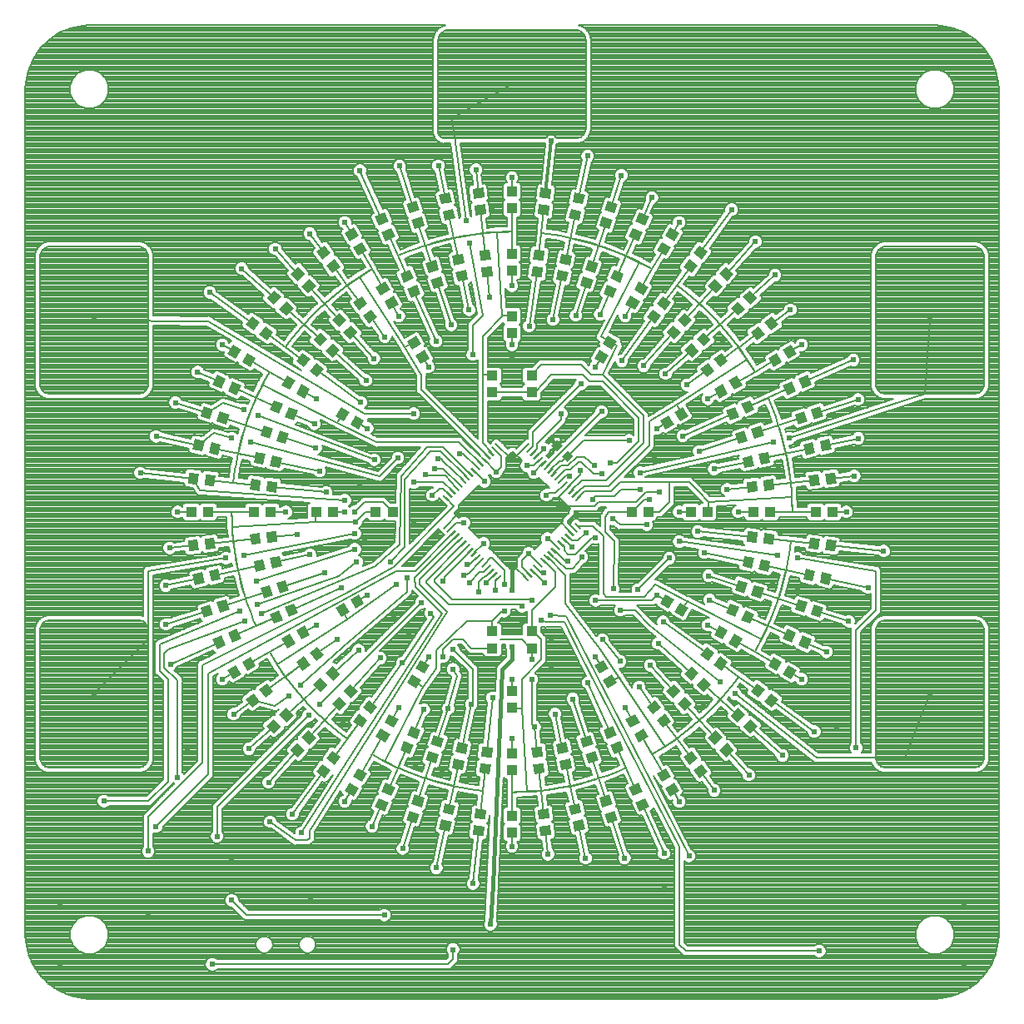
<source format=gbl>
G75*
%MOIN*%
%OFA0B0*%
%FSLAX24Y24*%
%IPPOS*%
%LPD*%
%AMOC8*
5,1,8,0,0,1.08239X$1,22.5*
%
%ADD10R,0.0433X0.0394*%
%ADD11R,0.0394X0.0433*%
%ADD12R,0.0315X0.0315*%
%ADD13R,0.0080X0.0300*%
%ADD14R,0.0300X0.0080*%
%ADD15C,0.0080*%
%ADD16C,0.0242*%
%ADD17C,0.0120*%
%ADD18C,0.0160*%
D10*
G36*
X014528Y013678D02*
X014922Y013503D01*
X014762Y013144D01*
X014368Y013319D01*
X014528Y013678D01*
G37*
G36*
X014800Y014290D02*
X015194Y014115D01*
X015034Y013756D01*
X014640Y013931D01*
X014800Y014290D01*
G37*
G36*
X013694Y014879D02*
X014067Y014663D01*
X013870Y014323D01*
X013497Y014539D01*
X013694Y014879D01*
G37*
G36*
X013360Y014299D02*
X013733Y014083D01*
X013536Y013743D01*
X013163Y013959D01*
X013360Y014299D01*
G37*
G36*
X012263Y015039D02*
X012611Y014785D01*
X012379Y014467D01*
X012031Y014721D01*
X012263Y015039D01*
G37*
G36*
X012656Y015581D02*
X013004Y015327D01*
X012772Y015009D01*
X012424Y015263D01*
X012656Y015581D01*
G37*
G36*
X011697Y016386D02*
X012017Y016097D01*
X011753Y015806D01*
X011433Y016095D01*
X011697Y016386D01*
G37*
G36*
X011249Y015888D02*
X011569Y015599D01*
X011305Y015308D01*
X010985Y015597D01*
X011249Y015888D01*
G37*
G36*
X010328Y016840D02*
X010617Y016520D01*
X010326Y016256D01*
X010037Y016576D01*
X010328Y016840D01*
G37*
G36*
X010825Y017288D02*
X011114Y016968D01*
X010823Y016704D01*
X010534Y017024D01*
X010825Y017288D01*
G37*
G36*
X010055Y018276D02*
X010309Y017928D01*
X009991Y017696D01*
X009737Y018044D01*
X010055Y018276D01*
G37*
G36*
X009514Y017882D02*
X009768Y017534D01*
X009450Y017302D01*
X009196Y017650D01*
X009514Y017882D01*
G37*
G36*
X008812Y019004D02*
X009028Y018631D01*
X008688Y018434D01*
X008472Y018807D01*
X008812Y019004D01*
G37*
G36*
X009392Y019339D02*
X009608Y018966D01*
X009268Y018769D01*
X009052Y019142D01*
X009392Y019339D01*
G37*
G36*
X008843Y020465D02*
X009018Y020071D01*
X008659Y019911D01*
X008484Y020305D01*
X008843Y020465D01*
G37*
G36*
X008232Y020193D02*
X008407Y019799D01*
X008048Y019639D01*
X007873Y020033D01*
X008232Y020193D01*
G37*
G36*
X007779Y021436D02*
X007913Y021026D01*
X007539Y020904D01*
X007405Y021314D01*
X007779Y021436D01*
G37*
G36*
X008415Y021643D02*
X008549Y021233D01*
X008175Y021111D01*
X008041Y021521D01*
X008415Y021643D01*
G37*
G36*
X008113Y022859D02*
X008203Y022437D01*
X007819Y022355D01*
X007729Y022777D01*
X008113Y022859D01*
G37*
G36*
X007458Y022720D02*
X007548Y022298D01*
X007164Y022216D01*
X007074Y022638D01*
X007458Y022720D01*
G37*
G36*
X007274Y024030D02*
X007319Y023601D01*
X006928Y023560D01*
X006883Y023989D01*
X007274Y024030D01*
G37*
G36*
X007939Y024100D02*
X007984Y023671D01*
X007593Y023630D01*
X007548Y024059D01*
X007939Y024100D01*
G37*
G36*
X009414Y023821D02*
X009369Y024250D01*
X009760Y024291D01*
X009805Y023862D01*
X009414Y023821D01*
G37*
G36*
X009609Y022736D02*
X009519Y023158D01*
X009903Y023240D01*
X009993Y022818D01*
X009609Y022736D01*
G37*
G36*
X010264Y022875D02*
X010174Y023297D01*
X010558Y023379D01*
X010648Y022957D01*
X010264Y022875D01*
G37*
G36*
X010553Y021884D02*
X010419Y022294D01*
X010793Y022416D01*
X010927Y022006D01*
X010553Y021884D01*
G37*
G36*
X010943Y020928D02*
X010768Y021322D01*
X011127Y021482D01*
X011302Y021088D01*
X010943Y020928D01*
G37*
G36*
X010332Y020656D02*
X010157Y021050D01*
X010516Y021210D01*
X010691Y020816D01*
X010332Y020656D01*
G37*
G36*
X010853Y019684D02*
X010637Y020057D01*
X010977Y020254D01*
X011193Y019881D01*
X010853Y019684D01*
G37*
G36*
X011433Y020019D02*
X011217Y020392D01*
X011557Y020589D01*
X011773Y020216D01*
X011433Y020019D01*
G37*
G36*
X012014Y019165D02*
X011760Y019513D01*
X012078Y019745D01*
X012332Y019397D01*
X012014Y019165D01*
G37*
G36*
X011472Y018772D02*
X011218Y019120D01*
X011536Y019352D01*
X011790Y019004D01*
X011472Y018772D01*
G37*
G36*
X012184Y017929D02*
X011895Y018249D01*
X012186Y018513D01*
X012475Y018193D01*
X012184Y017929D01*
G37*
G36*
X012681Y018377D02*
X012392Y018697D01*
X012683Y018961D01*
X012972Y018641D01*
X012681Y018377D01*
G37*
G36*
X013426Y017664D02*
X013106Y017953D01*
X013370Y018244D01*
X013690Y017955D01*
X013426Y017664D01*
G37*
G36*
X012978Y017166D02*
X012658Y017455D01*
X012922Y017746D01*
X013242Y017457D01*
X012978Y017166D01*
G37*
G36*
X013848Y016490D02*
X013500Y016744D01*
X013732Y017062D01*
X014080Y016808D01*
X013848Y016490D01*
G37*
G36*
X014242Y017031D02*
X013894Y017285D01*
X014126Y017603D01*
X014474Y017349D01*
X014242Y017031D01*
G37*
G36*
X015120Y016488D02*
X014747Y016704D01*
X014944Y017044D01*
X015317Y016828D01*
X015120Y016488D01*
G37*
G36*
X014786Y015908D02*
X014413Y016124D01*
X014610Y016464D01*
X014983Y016248D01*
X014786Y015908D01*
G37*
G36*
X015779Y015428D02*
X015385Y015603D01*
X015545Y015962D01*
X015939Y015787D01*
X015779Y015428D01*
G37*
G36*
X016051Y016040D02*
X015657Y016215D01*
X015817Y016574D01*
X016211Y016399D01*
X016051Y016040D01*
G37*
G36*
X016815Y015054D02*
X016405Y015188D01*
X016527Y015562D01*
X016937Y015428D01*
X016815Y015054D01*
G37*
G36*
X017886Y014791D02*
X017464Y014881D01*
X017546Y015265D01*
X017968Y015175D01*
X017886Y014791D01*
G37*
G36*
X018025Y015445D02*
X017603Y015535D01*
X017685Y015919D01*
X018107Y015829D01*
X018025Y015445D01*
G37*
G36*
X019049Y015306D02*
X018620Y015351D01*
X018661Y015742D01*
X019090Y015697D01*
X019049Y015306D01*
G37*
G36*
X018979Y014640D02*
X018550Y014685D01*
X018591Y015076D01*
X019020Y015031D01*
X018979Y014640D01*
G37*
X019865Y014802D03*
X019865Y015471D03*
G36*
X021110Y015351D02*
X020681Y015306D01*
X020640Y015697D01*
X021069Y015742D01*
X021110Y015351D01*
G37*
G36*
X021180Y014685D02*
X020751Y014640D01*
X020710Y015031D01*
X021139Y015076D01*
X021180Y014685D01*
G37*
G36*
X022266Y014881D02*
X021844Y014791D01*
X021762Y015175D01*
X022184Y015265D01*
X022266Y014881D01*
G37*
G36*
X022127Y015535D02*
X021705Y015445D01*
X021623Y015829D01*
X022045Y015919D01*
X022127Y015535D01*
G37*
G36*
X023118Y015824D02*
X022708Y015690D01*
X022586Y016064D01*
X022996Y016198D01*
X023118Y015824D01*
G37*
G36*
X023325Y015188D02*
X022915Y015054D01*
X022793Y015428D01*
X023203Y015562D01*
X023325Y015188D01*
G37*
G36*
X024346Y015603D02*
X023952Y015428D01*
X023792Y015787D01*
X024186Y015962D01*
X024346Y015603D01*
G37*
G36*
X024073Y016215D02*
X023679Y016040D01*
X023519Y016399D01*
X023913Y016574D01*
X024073Y016215D01*
G37*
G36*
X024983Y016704D02*
X024610Y016488D01*
X024413Y016828D01*
X024786Y017044D01*
X024983Y016704D01*
G37*
G36*
X025836Y017285D02*
X025488Y017031D01*
X025256Y017349D01*
X025604Y017603D01*
X025836Y017285D01*
G37*
G36*
X026230Y016744D02*
X025882Y016490D01*
X025650Y016808D01*
X025998Y017062D01*
X026230Y016744D01*
G37*
G36*
X027072Y017455D02*
X026752Y017166D01*
X026488Y017457D01*
X026808Y017746D01*
X027072Y017455D01*
G37*
G36*
X026624Y017953D02*
X026304Y017664D01*
X026040Y017955D01*
X026360Y018244D01*
X026624Y017953D01*
G37*
G36*
X027338Y018697D02*
X027049Y018377D01*
X026758Y018641D01*
X027047Y018961D01*
X027338Y018697D01*
G37*
G36*
X027835Y018249D02*
X027546Y017929D01*
X027255Y018193D01*
X027544Y018513D01*
X027835Y018249D01*
G37*
G36*
X028512Y019120D02*
X028258Y018772D01*
X027940Y019004D01*
X028194Y019352D01*
X028512Y019120D01*
G37*
G36*
X027970Y019513D02*
X027716Y019165D01*
X027398Y019397D01*
X027652Y019745D01*
X027970Y019513D01*
G37*
G36*
X028513Y020392D02*
X028297Y020019D01*
X027957Y020216D01*
X028173Y020589D01*
X028513Y020392D01*
G37*
G36*
X029093Y020057D02*
X028877Y019684D01*
X028537Y019881D01*
X028753Y020254D01*
X029093Y020057D01*
G37*
G36*
X029573Y021050D02*
X029398Y020656D01*
X029039Y020816D01*
X029214Y021210D01*
X029573Y021050D01*
G37*
G36*
X028962Y021322D02*
X028787Y020928D01*
X028428Y021088D01*
X028603Y021482D01*
X028962Y021322D01*
G37*
G36*
X029948Y022087D02*
X029814Y021677D01*
X029440Y021799D01*
X029574Y022209D01*
X029948Y022087D01*
G37*
G36*
X029311Y022294D02*
X029177Y021884D01*
X028803Y022006D01*
X028937Y022416D01*
X029311Y022294D01*
G37*
G36*
X029556Y023297D02*
X029466Y022875D01*
X029082Y022957D01*
X029172Y023379D01*
X029556Y023297D01*
G37*
G36*
X030211Y023158D02*
X030121Y022736D01*
X029737Y022818D01*
X029827Y023240D01*
X030211Y023158D01*
G37*
G36*
X030361Y024250D02*
X030316Y023821D01*
X029925Y023862D01*
X029970Y024291D01*
X030361Y024250D01*
G37*
G36*
X029695Y024320D02*
X029650Y023891D01*
X029259Y023932D01*
X029304Y024361D01*
X029695Y024320D01*
G37*
G36*
X029650Y026382D02*
X029695Y025953D01*
X029304Y025912D01*
X029259Y026341D01*
X029650Y026382D01*
G37*
G36*
X030316Y026452D02*
X030361Y026023D01*
X029970Y025982D01*
X029925Y026411D01*
X030316Y026452D01*
G37*
G36*
X030121Y027537D02*
X030211Y027115D01*
X029827Y027033D01*
X029737Y027455D01*
X030121Y027537D01*
G37*
G36*
X029466Y027398D02*
X029556Y026976D01*
X029172Y026894D01*
X029082Y027316D01*
X029466Y027398D01*
G37*
G36*
X029177Y028389D02*
X029311Y027979D01*
X028937Y027857D01*
X028803Y028267D01*
X029177Y028389D01*
G37*
G36*
X029814Y028596D02*
X029948Y028186D01*
X029574Y028064D01*
X029440Y028474D01*
X029814Y028596D01*
G37*
G36*
X029398Y029617D02*
X029573Y029223D01*
X029214Y029063D01*
X029039Y029457D01*
X029398Y029617D01*
G37*
G36*
X028787Y029345D02*
X028962Y028951D01*
X028603Y028791D01*
X028428Y029185D01*
X028787Y029345D01*
G37*
G36*
X028297Y030254D02*
X028513Y029881D01*
X028173Y029684D01*
X027957Y030057D01*
X028297Y030254D01*
G37*
G36*
X028877Y030589D02*
X029093Y030216D01*
X028753Y030019D01*
X028537Y030392D01*
X028877Y030589D01*
G37*
G36*
X028258Y031501D02*
X028512Y031153D01*
X028194Y030921D01*
X027940Y031269D01*
X028258Y031501D01*
G37*
G36*
X027716Y031108D02*
X027970Y030760D01*
X027652Y030528D01*
X027398Y030876D01*
X027716Y031108D01*
G37*
G36*
X027049Y031896D02*
X027338Y031576D01*
X027047Y031312D01*
X026758Y031632D01*
X027049Y031896D01*
G37*
G36*
X027546Y032344D02*
X027835Y032024D01*
X027544Y031760D01*
X027255Y032080D01*
X027546Y032344D01*
G37*
G36*
X026752Y033107D02*
X027072Y032818D01*
X026808Y032527D01*
X026488Y032816D01*
X026752Y033107D01*
G37*
G36*
X025882Y033783D02*
X026230Y033529D01*
X025998Y033211D01*
X025650Y033465D01*
X025882Y033783D01*
G37*
G36*
X024944Y034365D02*
X025317Y034149D01*
X025120Y033809D01*
X024747Y034025D01*
X024944Y034365D01*
G37*
G36*
X024610Y033785D02*
X024983Y033569D01*
X024786Y033229D01*
X024413Y033445D01*
X024610Y033785D01*
G37*
G36*
X023952Y034845D02*
X024346Y034670D01*
X024186Y034311D01*
X023792Y034486D01*
X023952Y034845D01*
G37*
G36*
X022915Y035219D02*
X023325Y035085D01*
X023203Y034711D01*
X022793Y034845D01*
X022915Y035219D01*
G37*
G36*
X022708Y034583D02*
X023118Y034449D01*
X022996Y034075D01*
X022586Y034209D01*
X022708Y034583D01*
G37*
G36*
X021705Y034828D02*
X022127Y034738D01*
X022045Y034354D01*
X021623Y034444D01*
X021705Y034828D01*
G37*
G36*
X021844Y035482D02*
X022266Y035392D01*
X022184Y035008D01*
X021762Y035098D01*
X021844Y035482D01*
G37*
G36*
X020751Y035633D02*
X021180Y035588D01*
X021139Y035197D01*
X020710Y035242D01*
X020751Y035633D01*
G37*
G36*
X020681Y034967D02*
X021110Y034922D01*
X021069Y034531D01*
X020640Y034576D01*
X020681Y034967D01*
G37*
X019865Y034802D03*
X019865Y035471D03*
G36*
X018550Y035588D02*
X018979Y035633D01*
X019020Y035242D01*
X018591Y035197D01*
X018550Y035588D01*
G37*
G36*
X018620Y034922D02*
X019049Y034967D01*
X019090Y034576D01*
X018661Y034531D01*
X018620Y034922D01*
G37*
G36*
X017603Y034738D02*
X018025Y034828D01*
X018107Y034444D01*
X017685Y034354D01*
X017603Y034738D01*
G37*
G36*
X017464Y035392D02*
X017886Y035482D01*
X017968Y035098D01*
X017546Y035008D01*
X017464Y035392D01*
G37*
G36*
X016405Y035085D02*
X016815Y035219D01*
X016937Y034845D01*
X016527Y034711D01*
X016405Y035085D01*
G37*
G36*
X016612Y034449D02*
X017022Y034583D01*
X017144Y034209D01*
X016734Y034075D01*
X016612Y034449D01*
G37*
G36*
X015657Y034058D02*
X016051Y034233D01*
X016211Y033874D01*
X015817Y033699D01*
X015657Y034058D01*
G37*
G36*
X015385Y034670D02*
X015779Y034845D01*
X015939Y034486D01*
X015545Y034311D01*
X015385Y034670D01*
G37*
G36*
X014413Y034149D02*
X014786Y034365D01*
X014983Y034025D01*
X014610Y033809D01*
X014413Y034149D01*
G37*
G36*
X014747Y033569D02*
X015120Y033785D01*
X015317Y033445D01*
X014944Y033229D01*
X014747Y033569D01*
G37*
G36*
X013894Y032988D02*
X014242Y033242D01*
X014474Y032924D01*
X014126Y032670D01*
X013894Y032988D01*
G37*
G36*
X013500Y033529D02*
X013848Y033783D01*
X014080Y033465D01*
X013732Y033211D01*
X013500Y033529D01*
G37*
G36*
X012658Y032818D02*
X012978Y033107D01*
X013242Y032816D01*
X012922Y032527D01*
X012658Y032818D01*
G37*
G36*
X013106Y032320D02*
X013426Y032609D01*
X013690Y032318D01*
X013370Y032029D01*
X013106Y032320D01*
G37*
G36*
X012392Y031576D02*
X012681Y031896D01*
X012972Y031632D01*
X012683Y031312D01*
X012392Y031576D01*
G37*
G36*
X011895Y032024D02*
X012184Y032344D01*
X012475Y032080D01*
X012186Y031760D01*
X011895Y032024D01*
G37*
G36*
X011218Y031153D02*
X011472Y031501D01*
X011790Y031269D01*
X011536Y030921D01*
X011218Y031153D01*
G37*
G36*
X011760Y030760D02*
X012014Y031108D01*
X012332Y030876D01*
X012078Y030528D01*
X011760Y030760D01*
G37*
G36*
X011217Y029881D02*
X011433Y030254D01*
X011773Y030057D01*
X011557Y029684D01*
X011217Y029881D01*
G37*
G36*
X010637Y030216D02*
X010853Y030589D01*
X011193Y030392D01*
X010977Y030019D01*
X010637Y030216D01*
G37*
G36*
X010157Y029223D02*
X010332Y029617D01*
X010691Y029457D01*
X010516Y029063D01*
X010157Y029223D01*
G37*
G36*
X010768Y028951D02*
X010943Y029345D01*
X011302Y029185D01*
X011127Y028791D01*
X010768Y028951D01*
G37*
G36*
X010419Y027979D02*
X010553Y028389D01*
X010927Y028267D01*
X010793Y027857D01*
X010419Y027979D01*
G37*
G36*
X009782Y028186D02*
X009916Y028596D01*
X010290Y028474D01*
X010156Y028064D01*
X009782Y028186D01*
G37*
G36*
X009519Y027115D02*
X009609Y027537D01*
X009993Y027455D01*
X009903Y027033D01*
X009519Y027115D01*
G37*
G36*
X010174Y026976D02*
X010264Y027398D01*
X010648Y027316D01*
X010558Y026894D01*
X010174Y026976D01*
G37*
G36*
X010035Y025953D02*
X010080Y026382D01*
X010471Y026341D01*
X010426Y025912D01*
X010035Y025953D01*
G37*
G36*
X009369Y026023D02*
X009414Y026452D01*
X009805Y026411D01*
X009760Y025982D01*
X009369Y026023D01*
G37*
G36*
X007984Y026602D02*
X007939Y026173D01*
X007548Y026214D01*
X007593Y026643D01*
X007984Y026602D01*
G37*
G36*
X007319Y026672D02*
X007274Y026243D01*
X006883Y026284D01*
X006928Y026713D01*
X007319Y026672D01*
G37*
G36*
X007548Y027975D02*
X007458Y027553D01*
X007074Y027635D01*
X007164Y028057D01*
X007548Y027975D01*
G37*
G36*
X008203Y027836D02*
X008113Y027414D01*
X007729Y027496D01*
X007819Y027918D01*
X008203Y027836D01*
G37*
G36*
X008549Y029040D02*
X008415Y028630D01*
X008041Y028752D01*
X008175Y029162D01*
X008549Y029040D01*
G37*
G36*
X007913Y029247D02*
X007779Y028837D01*
X007405Y028959D01*
X007539Y029369D01*
X007913Y029247D01*
G37*
G36*
X009018Y030202D02*
X008843Y029808D01*
X008484Y029968D01*
X008659Y030362D01*
X009018Y030202D01*
G37*
G36*
X008407Y030474D02*
X008232Y030080D01*
X007873Y030240D01*
X008048Y030634D01*
X008407Y030474D01*
G37*
G36*
X009608Y031307D02*
X009392Y030934D01*
X009052Y031131D01*
X009268Y031504D01*
X009608Y031307D01*
G37*
G36*
X009028Y031642D02*
X008812Y031269D01*
X008472Y031466D01*
X008688Y031839D01*
X009028Y031642D01*
G37*
G36*
X009768Y032739D02*
X009514Y032391D01*
X009196Y032623D01*
X009450Y032971D01*
X009768Y032739D01*
G37*
G36*
X010309Y032345D02*
X010055Y031997D01*
X009737Y032229D01*
X009991Y032577D01*
X010309Y032345D01*
G37*
G36*
X011114Y033305D02*
X010825Y032985D01*
X010534Y033249D01*
X010823Y033569D01*
X011114Y033305D01*
G37*
G36*
X012017Y034176D02*
X011697Y033887D01*
X011433Y034178D01*
X011753Y034467D01*
X012017Y034176D01*
G37*
G36*
X011569Y034673D02*
X011249Y034384D01*
X010985Y034675D01*
X011305Y034964D01*
X011569Y034673D01*
G37*
G36*
X012611Y035488D02*
X012263Y035234D01*
X012031Y035552D01*
X012379Y035806D01*
X012611Y035488D01*
G37*
G36*
X013004Y034946D02*
X012656Y034692D01*
X012424Y035010D01*
X012772Y035264D01*
X013004Y034946D01*
G37*
G36*
X014067Y035610D02*
X013694Y035394D01*
X013497Y035734D01*
X013870Y035950D01*
X014067Y035610D01*
G37*
G36*
X013733Y036190D02*
X013360Y035974D01*
X013163Y036314D01*
X013536Y036530D01*
X013733Y036190D01*
G37*
G36*
X014922Y036770D02*
X014528Y036595D01*
X014368Y036954D01*
X014762Y037129D01*
X014922Y036770D01*
G37*
G36*
X015194Y036158D02*
X014800Y035983D01*
X014640Y036342D01*
X015034Y036517D01*
X015194Y036158D01*
G37*
G36*
X016372Y036586D02*
X015962Y036452D01*
X015840Y036826D01*
X016250Y036960D01*
X016372Y036586D01*
G37*
G36*
X016165Y037223D02*
X015755Y037089D01*
X015633Y037463D01*
X016043Y037597D01*
X016165Y037223D01*
G37*
G36*
X017449Y037544D02*
X017027Y037454D01*
X016945Y037838D01*
X017367Y037928D01*
X017449Y037544D01*
G37*
G36*
X017588Y036889D02*
X017166Y036799D01*
X017084Y037183D01*
X017506Y037273D01*
X017588Y036889D01*
G37*
G36*
X018828Y037062D02*
X018399Y037017D01*
X018358Y037408D01*
X018787Y037453D01*
X018828Y037062D01*
G37*
G36*
X018758Y037728D02*
X018329Y037683D01*
X018288Y038074D01*
X018717Y038119D01*
X018758Y037728D01*
G37*
X019865Y037971D03*
X019865Y037302D03*
G36*
X021331Y037017D02*
X020902Y037062D01*
X020943Y037453D01*
X021372Y037408D01*
X021331Y037017D01*
G37*
G36*
X021401Y037683D02*
X020972Y037728D01*
X021013Y038119D01*
X021442Y038074D01*
X021401Y037683D01*
G37*
G36*
X022564Y036799D02*
X022142Y036889D01*
X022224Y037273D01*
X022646Y037183D01*
X022564Y036799D01*
G37*
G36*
X022704Y037454D02*
X022282Y037544D01*
X022364Y037928D01*
X022786Y037838D01*
X022704Y037454D01*
G37*
G36*
X023975Y037089D02*
X023565Y037223D01*
X023687Y037597D01*
X024097Y037463D01*
X023975Y037089D01*
G37*
G36*
X023768Y036452D02*
X023358Y036586D01*
X023480Y036960D01*
X023890Y036826D01*
X023768Y036452D01*
G37*
G36*
X024930Y035983D02*
X024536Y036158D01*
X024696Y036517D01*
X025090Y036342D01*
X024930Y035983D01*
G37*
G36*
X025202Y036595D02*
X024808Y036770D01*
X024968Y037129D01*
X025362Y036954D01*
X025202Y036595D01*
G37*
G36*
X026370Y035974D02*
X025997Y036190D01*
X026194Y036530D01*
X026567Y036314D01*
X026370Y035974D01*
G37*
G36*
X026036Y035394D02*
X025663Y035610D01*
X025860Y035950D01*
X026233Y035734D01*
X026036Y035394D01*
G37*
G36*
X027074Y034692D02*
X026726Y034946D01*
X026958Y035264D01*
X027306Y035010D01*
X027074Y034692D01*
G37*
G36*
X027467Y035234D02*
X027119Y035488D01*
X027351Y035806D01*
X027699Y035552D01*
X027467Y035234D01*
G37*
G36*
X028481Y034384D02*
X028161Y034673D01*
X028425Y034964D01*
X028745Y034675D01*
X028481Y034384D01*
G37*
G36*
X028033Y033887D02*
X027713Y034176D01*
X027977Y034467D01*
X028297Y034178D01*
X028033Y033887D01*
G37*
G36*
X028905Y032985D02*
X028616Y033305D01*
X028907Y033569D01*
X029196Y033249D01*
X028905Y032985D01*
G37*
G36*
X029402Y033433D02*
X029113Y033753D01*
X029404Y034017D01*
X029693Y033697D01*
X029402Y033433D01*
G37*
G36*
X030216Y032391D02*
X029962Y032739D01*
X030280Y032971D01*
X030534Y032623D01*
X030216Y032391D01*
G37*
G36*
X030918Y031269D02*
X030702Y031642D01*
X031042Y031839D01*
X031258Y031466D01*
X030918Y031269D01*
G37*
G36*
X030339Y030934D02*
X030123Y031307D01*
X030463Y031504D01*
X030679Y031131D01*
X030339Y030934D01*
G37*
G36*
X030887Y029808D02*
X030712Y030202D01*
X031071Y030362D01*
X031246Y029968D01*
X030887Y029808D01*
G37*
G36*
X031498Y030080D02*
X031323Y030474D01*
X031682Y030634D01*
X031857Y030240D01*
X031498Y030080D01*
G37*
G36*
X031952Y028837D02*
X031818Y029247D01*
X032192Y029369D01*
X032326Y028959D01*
X031952Y028837D01*
G37*
G36*
X031315Y028630D02*
X031181Y029040D01*
X031555Y029162D01*
X031689Y028752D01*
X031315Y028630D01*
G37*
G36*
X031618Y027414D02*
X031528Y027836D01*
X031912Y027918D01*
X032002Y027496D01*
X031618Y027414D01*
G37*
G36*
X032272Y027553D02*
X032182Y027975D01*
X032566Y028057D01*
X032656Y027635D01*
X032272Y027553D01*
G37*
G36*
X032456Y026243D02*
X032411Y026672D01*
X032802Y026713D01*
X032847Y026284D01*
X032456Y026243D01*
G37*
G36*
X031791Y026173D02*
X031746Y026602D01*
X032137Y026643D01*
X032182Y026214D01*
X031791Y026173D01*
G37*
G36*
X031746Y023671D02*
X031791Y024100D01*
X032182Y024059D01*
X032137Y023630D01*
X031746Y023671D01*
G37*
G36*
X032411Y023601D02*
X032456Y024030D01*
X032847Y023989D01*
X032802Y023560D01*
X032411Y023601D01*
G37*
G36*
X031528Y022437D02*
X031618Y022859D01*
X032002Y022777D01*
X031912Y022355D01*
X031528Y022437D01*
G37*
G36*
X032182Y022298D02*
X032272Y022720D01*
X032656Y022638D01*
X032566Y022216D01*
X032182Y022298D01*
G37*
G36*
X031818Y021026D02*
X031952Y021436D01*
X032326Y021314D01*
X032192Y020904D01*
X031818Y021026D01*
G37*
G36*
X031181Y021233D02*
X031315Y021643D01*
X031689Y021521D01*
X031555Y021111D01*
X031181Y021233D01*
G37*
G36*
X030712Y020071D02*
X030887Y020465D01*
X031246Y020305D01*
X031071Y019911D01*
X030712Y020071D01*
G37*
G36*
X031323Y019799D02*
X031498Y020193D01*
X031857Y020033D01*
X031682Y019639D01*
X031323Y019799D01*
G37*
G36*
X030702Y018631D02*
X030918Y019004D01*
X031258Y018807D01*
X031042Y018434D01*
X030702Y018631D01*
G37*
G36*
X030123Y018966D02*
X030339Y019339D01*
X030679Y019142D01*
X030463Y018769D01*
X030123Y018966D01*
G37*
G36*
X029421Y017928D02*
X029675Y018276D01*
X029993Y018044D01*
X029739Y017696D01*
X029421Y017928D01*
G37*
G36*
X029962Y017534D02*
X030216Y017882D01*
X030534Y017650D01*
X030280Y017302D01*
X029962Y017534D01*
G37*
G36*
X029113Y016520D02*
X029402Y016840D01*
X029693Y016576D01*
X029404Y016256D01*
X029113Y016520D01*
G37*
G36*
X028616Y016968D02*
X028905Y017288D01*
X029196Y017024D01*
X028907Y016704D01*
X028616Y016968D01*
G37*
G36*
X027713Y016097D02*
X028033Y016386D01*
X028297Y016095D01*
X027977Y015806D01*
X027713Y016097D01*
G37*
G36*
X028161Y015599D02*
X028481Y015888D01*
X028745Y015597D01*
X028425Y015308D01*
X028161Y015599D01*
G37*
G36*
X027119Y014785D02*
X027467Y015039D01*
X027699Y014721D01*
X027351Y014467D01*
X027119Y014785D01*
G37*
G36*
X026726Y015327D02*
X027074Y015581D01*
X027306Y015263D01*
X026958Y015009D01*
X026726Y015327D01*
G37*
G36*
X025663Y014663D02*
X026036Y014879D01*
X026233Y014539D01*
X025860Y014323D01*
X025663Y014663D01*
G37*
G36*
X025997Y014083D02*
X026370Y014299D01*
X026567Y013959D01*
X026194Y013743D01*
X025997Y014083D01*
G37*
G36*
X024808Y013503D02*
X025202Y013678D01*
X025362Y013319D01*
X024968Y013144D01*
X024808Y013503D01*
G37*
G36*
X024536Y014115D02*
X024930Y014290D01*
X025090Y013931D01*
X024696Y013756D01*
X024536Y014115D01*
G37*
G36*
X023358Y013687D02*
X023768Y013821D01*
X023890Y013447D01*
X023480Y013313D01*
X023358Y013687D01*
G37*
G36*
X023565Y013050D02*
X023975Y013184D01*
X024097Y012810D01*
X023687Y012676D01*
X023565Y013050D01*
G37*
G36*
X022282Y012729D02*
X022704Y012819D01*
X022786Y012435D01*
X022364Y012345D01*
X022282Y012729D01*
G37*
G36*
X022142Y013384D02*
X022564Y013474D01*
X022646Y013090D01*
X022224Y013000D01*
X022142Y013384D01*
G37*
G36*
X020902Y013211D02*
X021331Y013256D01*
X021372Y012865D01*
X020943Y012820D01*
X020902Y013211D01*
G37*
G36*
X020972Y012545D02*
X021401Y012590D01*
X021442Y012199D01*
X021013Y012154D01*
X020972Y012545D01*
G37*
X019865Y012302D03*
X019865Y012971D03*
G36*
X018399Y013256D02*
X018828Y013211D01*
X018787Y012820D01*
X018358Y012865D01*
X018399Y013256D01*
G37*
G36*
X018329Y012590D02*
X018758Y012545D01*
X018717Y012154D01*
X018288Y012199D01*
X018329Y012590D01*
G37*
G36*
X017166Y013474D02*
X017588Y013384D01*
X017506Y013000D01*
X017084Y013090D01*
X017166Y013474D01*
G37*
G36*
X017027Y012819D02*
X017449Y012729D01*
X017367Y012345D01*
X016945Y012435D01*
X017027Y012819D01*
G37*
G36*
X015755Y013184D02*
X016165Y013050D01*
X016043Y012676D01*
X015633Y012810D01*
X015755Y013184D01*
G37*
G36*
X015962Y013821D02*
X016372Y013687D01*
X016250Y013313D01*
X015840Y013447D01*
X015962Y013821D01*
G37*
G36*
X017022Y015690D02*
X016612Y015824D01*
X016734Y016198D01*
X017144Y016064D01*
X017022Y015690D01*
G37*
G36*
X016036Y018073D02*
X015663Y018289D01*
X015860Y018629D01*
X016233Y018413D01*
X016036Y018073D01*
G37*
G36*
X016370Y018653D02*
X015997Y018869D01*
X016194Y019209D01*
X016567Y018993D01*
X016370Y018653D01*
G37*
X019078Y019684D03*
X019078Y020353D03*
X020652Y020353D03*
X020652Y019684D03*
X019865Y017971D03*
X019865Y017302D03*
G36*
X023733Y018869D02*
X023360Y018653D01*
X023163Y018993D01*
X023536Y019209D01*
X023733Y018869D01*
G37*
G36*
X024067Y018289D02*
X023694Y018073D01*
X023497Y018413D01*
X023870Y018629D01*
X024067Y018289D01*
G37*
G36*
X025317Y016124D02*
X024944Y015908D01*
X024747Y016248D01*
X025120Y016464D01*
X025317Y016124D01*
G37*
G36*
X026928Y021307D02*
X026712Y020934D01*
X026372Y021131D01*
X026588Y021504D01*
X026928Y021307D01*
G37*
G36*
X026348Y021642D02*
X026132Y021269D01*
X025792Y021466D01*
X026008Y021839D01*
X026348Y021642D01*
G37*
G36*
X026132Y029004D02*
X026348Y028631D01*
X026008Y028434D01*
X025792Y028807D01*
X026132Y029004D01*
G37*
G36*
X026712Y029339D02*
X026928Y028966D01*
X026588Y028769D01*
X026372Y029142D01*
X026712Y029339D01*
G37*
G36*
X026304Y032609D02*
X026624Y032320D01*
X026360Y032029D01*
X026040Y032318D01*
X026304Y032609D01*
G37*
G36*
X025488Y033242D02*
X025836Y032988D01*
X025604Y032670D01*
X025256Y032924D01*
X025488Y033242D01*
G37*
G36*
X023679Y034233D02*
X024073Y034058D01*
X023913Y033699D01*
X023519Y033874D01*
X023679Y034233D01*
G37*
G36*
X023694Y032199D02*
X024067Y031983D01*
X023870Y031643D01*
X023497Y031859D01*
X023694Y032199D01*
G37*
G36*
X023360Y031620D02*
X023733Y031404D01*
X023536Y031064D01*
X023163Y031280D01*
X023360Y031620D01*
G37*
X020652Y030589D03*
X020652Y029920D03*
X019078Y029920D03*
X019078Y030589D03*
X019865Y032302D03*
X019865Y032971D03*
G36*
X015997Y031404D02*
X016370Y031620D01*
X016567Y031280D01*
X016194Y031064D01*
X015997Y031404D01*
G37*
G36*
X015663Y031983D02*
X016036Y032199D01*
X016233Y031859D01*
X015860Y031643D01*
X015663Y031983D01*
G37*
G36*
X012802Y028966D02*
X013018Y029339D01*
X013358Y029142D01*
X013142Y028769D01*
X012802Y028966D01*
G37*
G36*
X013382Y028631D02*
X013598Y029004D01*
X013938Y028807D01*
X013722Y028434D01*
X013382Y028631D01*
G37*
G36*
X010080Y023891D02*
X010035Y024320D01*
X010426Y024361D01*
X010471Y023932D01*
X010080Y023891D01*
G37*
G36*
X009916Y021677D02*
X009782Y022087D01*
X010156Y022209D01*
X010290Y021799D01*
X009916Y021677D01*
G37*
G36*
X013018Y020934D02*
X012802Y021307D01*
X013142Y021504D01*
X013358Y021131D01*
X013018Y020934D01*
G37*
G36*
X013598Y021269D02*
X013382Y021642D01*
X013722Y021839D01*
X013938Y021466D01*
X013598Y021269D01*
G37*
G36*
X010617Y033753D02*
X010328Y033433D01*
X010037Y033697D01*
X010326Y034017D01*
X010617Y033753D01*
G37*
G36*
X029675Y031997D02*
X029421Y032345D01*
X029739Y032577D01*
X029993Y032229D01*
X029675Y031997D01*
G37*
D11*
X029530Y025136D03*
X030200Y025136D03*
X032030Y025136D03*
X032700Y025136D03*
X027700Y025136D03*
X027030Y025136D03*
X025318Y025136D03*
X024649Y025136D03*
X015082Y025136D03*
X014412Y025136D03*
X012700Y025136D03*
X012030Y025136D03*
X010200Y025136D03*
X009530Y025136D03*
X007700Y025136D03*
X007030Y025136D03*
D12*
G36*
X021664Y028008D02*
X021886Y027786D01*
X021664Y027564D01*
X021442Y027786D01*
X021664Y028008D01*
G37*
G36*
X022082Y027591D02*
X022304Y027369D01*
X022082Y027147D01*
X021860Y027369D01*
X022082Y027591D01*
G37*
D13*
G36*
X021319Y026673D02*
X021262Y026730D01*
X021473Y026941D01*
X021530Y026884D01*
X021319Y026673D01*
G37*
G36*
X021458Y026534D02*
X021401Y026591D01*
X021612Y026802D01*
X021669Y026745D01*
X021458Y026534D01*
G37*
G36*
X021598Y026394D02*
X021541Y026451D01*
X021752Y026662D01*
X021809Y026605D01*
X021598Y026394D01*
G37*
G36*
X021737Y026255D02*
X021680Y026312D01*
X021891Y026523D01*
X021948Y026466D01*
X021737Y026255D01*
G37*
G36*
X021876Y026116D02*
X021819Y026173D01*
X022030Y026384D01*
X022087Y026327D01*
X021876Y026116D01*
G37*
G36*
X022015Y025977D02*
X021958Y026034D01*
X022169Y026245D01*
X022226Y026188D01*
X022015Y025977D01*
G37*
G36*
X022154Y025838D02*
X022097Y025895D01*
X022308Y026106D01*
X022365Y026049D01*
X022154Y025838D01*
G37*
G36*
X022294Y025698D02*
X022237Y025755D01*
X022448Y025966D01*
X022505Y025909D01*
X022294Y025698D01*
G37*
G36*
X022433Y025559D02*
X022376Y025616D01*
X022587Y025827D01*
X022644Y025770D01*
X022433Y025559D01*
G37*
G36*
X021180Y026812D02*
X021123Y026869D01*
X021334Y027080D01*
X021391Y027023D01*
X021180Y026812D01*
G37*
G36*
X021041Y026951D02*
X020984Y027008D01*
X021195Y027219D01*
X021252Y027162D01*
X021041Y026951D01*
G37*
G36*
X020902Y027090D02*
X020845Y027147D01*
X021056Y027358D01*
X021113Y027301D01*
X020902Y027090D01*
G37*
G36*
X020762Y027230D02*
X020705Y027287D01*
X020916Y027498D01*
X020973Y027441D01*
X020762Y027230D01*
G37*
G36*
X020623Y027369D02*
X020566Y027426D01*
X020777Y027637D01*
X020834Y027580D01*
X020623Y027369D01*
G37*
G36*
X020484Y027508D02*
X020427Y027565D01*
X020638Y027776D01*
X020695Y027719D01*
X020484Y027508D01*
G37*
G36*
X020345Y027647D02*
X020288Y027704D01*
X020499Y027915D01*
X020556Y027858D01*
X020345Y027647D01*
G37*
G36*
X017143Y024446D02*
X017086Y024503D01*
X017297Y024714D01*
X017354Y024657D01*
X017143Y024446D01*
G37*
G36*
X017283Y024307D02*
X017226Y024364D01*
X017437Y024575D01*
X017494Y024518D01*
X017283Y024307D01*
G37*
G36*
X017422Y024167D02*
X017365Y024224D01*
X017576Y024435D01*
X017633Y024378D01*
X017422Y024167D01*
G37*
G36*
X017561Y024028D02*
X017504Y024085D01*
X017715Y024296D01*
X017772Y024239D01*
X017561Y024028D01*
G37*
G36*
X017700Y023889D02*
X017643Y023946D01*
X017854Y024157D01*
X017911Y024100D01*
X017700Y023889D01*
G37*
G36*
X017839Y023750D02*
X017782Y023807D01*
X017993Y024018D01*
X018050Y023961D01*
X017839Y023750D01*
G37*
G36*
X017979Y023611D02*
X017922Y023668D01*
X018133Y023879D01*
X018190Y023822D01*
X017979Y023611D01*
G37*
G36*
X018118Y023471D02*
X018061Y023528D01*
X018272Y023739D01*
X018329Y023682D01*
X018118Y023471D01*
G37*
G36*
X018257Y023332D02*
X018200Y023389D01*
X018411Y023600D01*
X018468Y023543D01*
X018257Y023332D01*
G37*
G36*
X018396Y023193D02*
X018339Y023250D01*
X018550Y023461D01*
X018607Y023404D01*
X018396Y023193D01*
G37*
G36*
X018535Y023054D02*
X018478Y023111D01*
X018689Y023322D01*
X018746Y023265D01*
X018535Y023054D01*
G37*
G36*
X018674Y022915D02*
X018617Y022972D01*
X018828Y023183D01*
X018885Y023126D01*
X018674Y022915D01*
G37*
G36*
X018814Y022775D02*
X018757Y022832D01*
X018968Y023043D01*
X019025Y022986D01*
X018814Y022775D01*
G37*
G36*
X018953Y022636D02*
X018896Y022693D01*
X019107Y022904D01*
X019164Y022847D01*
X018953Y022636D01*
G37*
G36*
X019092Y022497D02*
X019035Y022554D01*
X019246Y022765D01*
X019303Y022708D01*
X019092Y022497D01*
G37*
G36*
X019231Y022358D02*
X019174Y022415D01*
X019385Y022626D01*
X019442Y022569D01*
X019231Y022358D01*
G37*
D14*
G36*
X020499Y022358D02*
X020288Y022569D01*
X020345Y022626D01*
X020556Y022415D01*
X020499Y022358D01*
G37*
G36*
X020638Y022497D02*
X020427Y022708D01*
X020484Y022765D01*
X020695Y022554D01*
X020638Y022497D01*
G37*
G36*
X020777Y022636D02*
X020566Y022847D01*
X020623Y022904D01*
X020834Y022693D01*
X020777Y022636D01*
G37*
G36*
X020916Y022775D02*
X020705Y022986D01*
X020762Y023043D01*
X020973Y022832D01*
X020916Y022775D01*
G37*
G36*
X021056Y022915D02*
X020845Y023126D01*
X020902Y023183D01*
X021113Y022972D01*
X021056Y022915D01*
G37*
G36*
X021195Y023054D02*
X020984Y023265D01*
X021041Y023322D01*
X021252Y023111D01*
X021195Y023054D01*
G37*
G36*
X021334Y023193D02*
X021123Y023404D01*
X021180Y023461D01*
X021391Y023250D01*
X021334Y023193D01*
G37*
G36*
X021473Y023332D02*
X021262Y023543D01*
X021319Y023600D01*
X021530Y023389D01*
X021473Y023332D01*
G37*
G36*
X021612Y023471D02*
X021401Y023682D01*
X021458Y023739D01*
X021669Y023528D01*
X021612Y023471D01*
G37*
G36*
X021752Y023611D02*
X021541Y023822D01*
X021598Y023879D01*
X021809Y023668D01*
X021752Y023611D01*
G37*
G36*
X021891Y023750D02*
X021680Y023961D01*
X021737Y024018D01*
X021948Y023807D01*
X021891Y023750D01*
G37*
G36*
X022030Y023889D02*
X021819Y024100D01*
X021876Y024157D01*
X022087Y023946D01*
X022030Y023889D01*
G37*
G36*
X022169Y024028D02*
X021958Y024239D01*
X022015Y024296D01*
X022226Y024085D01*
X022169Y024028D01*
G37*
G36*
X022308Y024167D02*
X022097Y024378D01*
X022154Y024435D01*
X022365Y024224D01*
X022308Y024167D01*
G37*
G36*
X022448Y024307D02*
X022237Y024518D01*
X022294Y024575D01*
X022505Y024364D01*
X022448Y024307D01*
G37*
G36*
X022587Y024446D02*
X022376Y024657D01*
X022433Y024714D01*
X022644Y024503D01*
X022587Y024446D01*
G37*
G36*
X019385Y027647D02*
X019174Y027858D01*
X019231Y027915D01*
X019442Y027704D01*
X019385Y027647D01*
G37*
G36*
X019246Y027508D02*
X019035Y027719D01*
X019092Y027776D01*
X019303Y027565D01*
X019246Y027508D01*
G37*
G36*
X019107Y027369D02*
X018896Y027580D01*
X018953Y027637D01*
X019164Y027426D01*
X019107Y027369D01*
G37*
G36*
X018968Y027230D02*
X018757Y027441D01*
X018814Y027498D01*
X019025Y027287D01*
X018968Y027230D01*
G37*
G36*
X018828Y027090D02*
X018617Y027301D01*
X018674Y027358D01*
X018885Y027147D01*
X018828Y027090D01*
G37*
G36*
X018689Y026951D02*
X018478Y027162D01*
X018535Y027219D01*
X018746Y027008D01*
X018689Y026951D01*
G37*
G36*
X018550Y026812D02*
X018339Y027023D01*
X018396Y027080D01*
X018607Y026869D01*
X018550Y026812D01*
G37*
G36*
X018411Y026673D02*
X018200Y026884D01*
X018257Y026941D01*
X018468Y026730D01*
X018411Y026673D01*
G37*
G36*
X018272Y026534D02*
X018061Y026745D01*
X018118Y026802D01*
X018329Y026591D01*
X018272Y026534D01*
G37*
G36*
X018133Y026394D02*
X017922Y026605D01*
X017979Y026662D01*
X018190Y026451D01*
X018133Y026394D01*
G37*
G36*
X017993Y026255D02*
X017782Y026466D01*
X017839Y026523D01*
X018050Y026312D01*
X017993Y026255D01*
G37*
G36*
X017854Y026116D02*
X017643Y026327D01*
X017700Y026384D01*
X017911Y026173D01*
X017854Y026116D01*
G37*
G36*
X017715Y025977D02*
X017504Y026188D01*
X017561Y026245D01*
X017772Y026034D01*
X017715Y025977D01*
G37*
G36*
X017576Y025838D02*
X017365Y026049D01*
X017422Y026106D01*
X017633Y025895D01*
X017576Y025838D01*
G37*
G36*
X017437Y025698D02*
X017226Y025909D01*
X017283Y025966D01*
X017494Y025755D01*
X017437Y025698D01*
G37*
G36*
X017297Y025559D02*
X017086Y025770D01*
X017143Y025827D01*
X017354Y025616D01*
X017297Y025559D01*
G37*
D15*
X002685Y005664D02*
X002194Y005761D01*
X001731Y005953D01*
X001314Y006232D01*
X000960Y006586D01*
X000682Y007003D01*
X000490Y007465D01*
X000392Y007957D01*
X000380Y008207D01*
X000380Y042066D01*
X000392Y042316D01*
X000490Y042808D01*
X000682Y043270D01*
X000960Y043687D01*
X001314Y044041D01*
X001731Y044320D01*
X002194Y044511D01*
X002685Y044609D01*
X002936Y044622D01*
X017210Y044622D01*
X017203Y044620D01*
X017172Y044617D01*
X017162Y044620D01*
X017150Y044615D01*
X017138Y044614D01*
X017131Y044606D01*
X017103Y044593D01*
X017072Y044585D01*
X017062Y044586D01*
X017052Y044579D01*
X017040Y044576D01*
X017034Y044567D01*
X017009Y044549D01*
X016980Y044536D01*
X016970Y044536D01*
X016961Y044527D01*
X016950Y044521D01*
X016946Y044512D01*
X016924Y044490D01*
X016898Y044472D01*
X016888Y044470D01*
X016881Y044459D01*
X016870Y044452D01*
X016869Y044442D01*
X016851Y044416D01*
X016828Y044394D01*
X016819Y044391D01*
X016813Y044379D01*
X016804Y044370D01*
X016804Y044360D01*
X016791Y044331D01*
X016773Y044306D01*
X016764Y044301D01*
X016761Y044288D01*
X016754Y044278D01*
X016755Y044268D01*
X016747Y044237D01*
X016734Y044209D01*
X016726Y044202D01*
X016725Y044190D01*
X016720Y044178D01*
X016723Y044169D01*
X016721Y044137D01*
X016716Y044121D01*
X016712Y044117D01*
X016712Y044106D01*
X016704Y044074D01*
X016712Y044059D01*
X016712Y044043D01*
X016706Y043969D01*
X016712Y043961D01*
X016712Y040530D01*
X016701Y040520D01*
X016699Y040456D01*
X016693Y040428D01*
X016686Y040418D01*
X016688Y040407D01*
X016685Y040395D01*
X016692Y040385D01*
X016697Y040356D01*
X016696Y040327D01*
X016691Y040316D01*
X016695Y040305D01*
X016695Y040293D01*
X016703Y040284D01*
X016714Y040257D01*
X016718Y040228D01*
X016716Y040217D01*
X016722Y040207D01*
X016724Y040195D01*
X016734Y040188D01*
X016749Y040163D01*
X016760Y040136D01*
X016759Y040124D01*
X016768Y040116D01*
X016772Y040104D01*
X016783Y040099D01*
X016803Y040078D01*
X016818Y040054D01*
X016820Y040042D01*
X016830Y040035D01*
X016837Y040025D01*
X016848Y040022D01*
X016872Y040005D01*
X016892Y039984D01*
X016896Y039973D01*
X016907Y039968D01*
X016915Y039960D01*
X016927Y039959D01*
X016954Y039947D01*
X017005Y039911D01*
X017011Y039912D01*
X017026Y039897D01*
X017067Y039897D01*
X017103Y039881D01*
X017146Y039897D01*
X017395Y039897D01*
X017790Y036962D01*
X017776Y036949D01*
X017752Y036890D01*
X017649Y037372D01*
X017564Y037427D01*
X017620Y037512D01*
X017510Y038026D01*
X017399Y038099D01*
X017318Y038081D01*
X017157Y038841D01*
X017199Y038944D01*
X017199Y039056D01*
X017157Y039159D01*
X017077Y039238D01*
X016974Y039281D01*
X016862Y039281D01*
X016759Y039238D01*
X016680Y039159D01*
X016637Y039056D01*
X016637Y038944D01*
X016680Y038841D01*
X016759Y038762D01*
X016765Y038759D01*
X016927Y037998D01*
X016846Y037981D01*
X016774Y037870D01*
X016883Y037355D01*
X016968Y037300D01*
X016913Y037215D01*
X017022Y036700D01*
X017133Y036628D01*
X017215Y036645D01*
X017295Y036266D01*
X016905Y036183D01*
X016526Y036060D01*
X016406Y036429D01*
X016485Y036454D01*
X016545Y036573D01*
X016383Y037073D01*
X016292Y037119D01*
X016338Y037209D01*
X016176Y037710D01*
X016058Y037770D01*
X015979Y037744D01*
X015615Y038863D01*
X015645Y038935D01*
X015645Y039046D01*
X015602Y039150D01*
X015523Y039229D01*
X015420Y039271D01*
X015308Y039271D01*
X015204Y039229D01*
X015125Y039150D01*
X015083Y039046D01*
X015083Y038935D01*
X015125Y038831D01*
X015204Y038752D01*
X015235Y038740D01*
X015598Y037621D01*
X015520Y037595D01*
X015460Y037477D01*
X015622Y036976D01*
X015712Y036930D01*
X015026Y036930D01*
X014991Y037009D02*
X015612Y037009D01*
X015586Y037087D02*
X014956Y037087D01*
X014922Y037166D02*
X015561Y037166D01*
X015535Y037244D02*
X014887Y037244D01*
X014882Y037255D02*
X015096Y036774D01*
X015059Y036680D01*
X015154Y036644D01*
X015368Y036163D01*
X015320Y036039D01*
X015245Y036005D01*
X015403Y035651D01*
X015767Y035813D01*
X016146Y035936D01*
X016026Y036305D01*
X015947Y036280D01*
X015829Y036340D01*
X015666Y036840D01*
X015712Y036930D01*
X015672Y036852D02*
X015061Y036852D01*
X015095Y036773D02*
X015688Y036773D01*
X015714Y036695D02*
X015065Y036695D01*
X015166Y036616D02*
X015739Y036616D01*
X015765Y036538D02*
X015201Y036538D01*
X015236Y036459D02*
X015790Y036459D01*
X015816Y036381D02*
X015271Y036381D01*
X015306Y036302D02*
X015903Y036302D01*
X016016Y036302D02*
X016027Y036302D01*
X016052Y036224D02*
X015341Y036224D01*
X015361Y036145D02*
X016078Y036145D01*
X016103Y036067D02*
X015331Y036067D01*
X015253Y035988D02*
X016129Y035988D01*
X016064Y035910D02*
X015287Y035910D01*
X015322Y035831D02*
X015822Y035831D01*
X015631Y035753D02*
X015357Y035753D01*
X015392Y035674D02*
X015454Y035674D01*
X015301Y035387D02*
X015662Y034578D01*
X014917Y036250D01*
X014586Y036067D02*
X013989Y036067D01*
X013977Y036088D02*
X014240Y035632D01*
X014206Y035504D01*
X014134Y035463D01*
X014387Y035025D01*
X014427Y034956D01*
X014469Y034887D01*
X014468Y034884D01*
X014692Y034496D01*
X014692Y034497D02*
X014694Y034497D01*
X014692Y034496D02*
X014764Y034537D01*
X014892Y034503D01*
X015155Y034047D01*
X015129Y033949D01*
X015227Y033923D01*
X015490Y033467D01*
X015456Y033339D01*
X015384Y033298D01*
X015410Y033253D01*
X015497Y033217D01*
X015576Y033138D01*
X015619Y033034D01*
X015619Y032923D01*
X015576Y032819D01*
X015497Y032740D01*
X015393Y032697D01*
X015282Y032697D01*
X015178Y032740D01*
X015142Y032776D01*
X015571Y032116D01*
X016014Y032372D01*
X016142Y032338D01*
X016405Y031882D01*
X016379Y031784D01*
X016477Y031758D01*
X016740Y031302D01*
X016706Y031174D01*
X016686Y031163D01*
X016757Y031092D01*
X016800Y030989D01*
X016800Y030877D01*
X016757Y030774D01*
X016678Y030694D01*
X016574Y030652D01*
X016463Y030652D01*
X016445Y030659D01*
X016455Y030607D01*
X016443Y030588D01*
X016443Y030101D01*
X018484Y028060D01*
X018484Y031232D01*
X018449Y031197D01*
X018346Y031155D01*
X018234Y031155D01*
X018131Y031197D01*
X018052Y031277D01*
X018009Y031380D01*
X018009Y031492D01*
X018052Y031595D01*
X018090Y031633D01*
X018090Y032700D01*
X018469Y033078D01*
X018241Y034354D01*
X018206Y034300D01*
X018125Y034283D01*
X018299Y033464D01*
X018305Y033462D01*
X018384Y033383D01*
X018427Y033279D01*
X018427Y033168D01*
X018384Y033064D01*
X018305Y032985D01*
X018202Y032943D01*
X018090Y032943D01*
X017987Y032985D01*
X017908Y033064D01*
X017865Y033168D01*
X017865Y033279D01*
X017908Y033383D01*
X017734Y034200D01*
X017653Y034183D01*
X017542Y034255D01*
X017432Y034770D01*
X017488Y034855D01*
X017403Y034910D01*
X017293Y035424D01*
X017366Y035536D01*
X017447Y035553D01*
X017382Y035860D01*
X017221Y035826D01*
X017017Y035773D01*
X016745Y035695D01*
X016655Y035665D01*
X016752Y035367D01*
X016830Y035392D01*
X016948Y035332D01*
X017111Y034831D01*
X017065Y034741D01*
X017155Y034695D01*
X017318Y034195D01*
X017258Y034077D01*
X017179Y034051D01*
X017561Y032876D01*
X017591Y032863D01*
X017670Y032784D01*
X017713Y032681D01*
X017713Y032569D01*
X017670Y032466D01*
X017591Y032387D01*
X017488Y032344D01*
X017376Y032344D01*
X017273Y032387D01*
X017194Y032466D01*
X017151Y032569D01*
X017151Y032681D01*
X017180Y032752D01*
X016798Y033928D01*
X016720Y033902D01*
X016601Y033962D01*
X016439Y034463D01*
X016485Y034553D01*
X016395Y034599D01*
X016232Y035099D01*
X016292Y035217D01*
X016371Y035243D01*
X016274Y035541D01*
X015916Y035425D01*
X015567Y035281D01*
X015699Y034985D01*
X015775Y035019D01*
X015899Y034971D01*
X016113Y034490D01*
X016076Y034396D01*
X016171Y034360D01*
X016385Y033879D01*
X016337Y033755D01*
X016262Y033722D01*
X016925Y032232D01*
X016982Y032208D01*
X017061Y032129D01*
X017104Y032026D01*
X017104Y031914D01*
X017061Y031811D01*
X016982Y031732D01*
X016878Y031689D01*
X016767Y031689D01*
X016663Y031732D01*
X016584Y031811D01*
X016541Y031914D01*
X016541Y032026D01*
X016559Y032069D01*
X015896Y033559D01*
X015821Y033525D01*
X015697Y033573D01*
X015483Y034053D01*
X015519Y034148D01*
X015425Y034184D01*
X015211Y034665D01*
X015258Y034789D01*
X015334Y034822D01*
X014879Y035843D01*
X014804Y035809D01*
X014680Y035857D01*
X014466Y036337D01*
X014502Y036432D01*
X014408Y036468D01*
X014194Y036949D01*
X014241Y037072D01*
X014317Y037106D01*
X013678Y038542D01*
X013621Y038565D01*
X013542Y038645D01*
X013499Y038748D01*
X013499Y038860D01*
X013542Y038963D01*
X013621Y039042D01*
X013724Y039085D01*
X013836Y039085D01*
X013939Y039042D01*
X014018Y038963D01*
X014061Y038860D01*
X014061Y038748D01*
X014043Y038705D01*
X014682Y037269D01*
X014758Y037303D01*
X014882Y037255D01*
X014658Y037323D02*
X015510Y037323D01*
X015484Y037401D02*
X014623Y037401D01*
X014588Y037480D02*
X015461Y037480D01*
X015501Y037558D02*
X014554Y037558D01*
X014519Y037637D02*
X015593Y037637D01*
X015568Y037715D02*
X014484Y037715D01*
X014449Y037794D02*
X015542Y037794D01*
X015517Y037872D02*
X014414Y037872D01*
X014379Y037951D02*
X015491Y037951D01*
X015466Y038029D02*
X014344Y038029D01*
X014309Y038108D02*
X015440Y038108D01*
X015415Y038186D02*
X014274Y038186D01*
X014239Y038265D02*
X015389Y038265D01*
X015364Y038343D02*
X014204Y038343D01*
X014169Y038422D02*
X015338Y038422D01*
X015313Y038500D02*
X014134Y038500D01*
X014099Y038579D02*
X015287Y038579D01*
X015262Y038657D02*
X014064Y038657D01*
X014056Y038736D02*
X015236Y038736D01*
X015143Y038814D02*
X014061Y038814D01*
X014047Y038893D02*
X015100Y038893D01*
X015083Y038971D02*
X014010Y038971D01*
X013921Y039050D02*
X015084Y039050D01*
X015116Y039128D02*
X000380Y039128D01*
X000380Y039050D02*
X013639Y039050D01*
X013550Y038971D02*
X000380Y038971D01*
X000380Y038893D02*
X013513Y038893D01*
X013499Y038814D02*
X000380Y038814D01*
X000380Y038736D02*
X013504Y038736D01*
X013537Y038657D02*
X000380Y038657D01*
X000380Y038579D02*
X013608Y038579D01*
X013696Y038500D02*
X000380Y038500D01*
X000380Y038422D02*
X013731Y038422D01*
X013766Y038343D02*
X000380Y038343D01*
X000380Y038265D02*
X013801Y038265D01*
X013836Y038186D02*
X000380Y038186D01*
X000380Y038108D02*
X013871Y038108D01*
X013906Y038029D02*
X000380Y038029D01*
X000380Y037951D02*
X013941Y037951D01*
X013976Y037872D02*
X000380Y037872D01*
X000380Y037794D02*
X014011Y037794D01*
X014046Y037715D02*
X000380Y037715D01*
X000380Y037637D02*
X014081Y037637D01*
X014116Y037558D02*
X000380Y037558D01*
X000380Y037480D02*
X014151Y037480D01*
X014186Y037401D02*
X000380Y037401D01*
X000380Y037323D02*
X014221Y037323D01*
X014255Y037244D02*
X000380Y037244D01*
X000380Y037166D02*
X014290Y037166D01*
X014274Y037087D02*
X000380Y037087D01*
X000380Y037009D02*
X013113Y037009D01*
X013116Y037010D02*
X013228Y037010D01*
X013331Y036967D01*
X013410Y036888D01*
X013453Y036785D01*
X013453Y036673D01*
X013450Y036665D01*
X013514Y036702D01*
X013642Y036668D01*
X013905Y036212D01*
X013879Y036114D01*
X013977Y036088D01*
X013887Y036145D02*
X014552Y036145D01*
X014517Y036224D02*
X013899Y036224D01*
X013853Y036302D02*
X014482Y036302D01*
X014483Y036381D02*
X013808Y036381D01*
X013763Y036459D02*
X014431Y036459D01*
X014377Y036538D02*
X013717Y036538D01*
X013672Y036616D02*
X014342Y036616D01*
X014307Y036695D02*
X013542Y036695D01*
X013501Y036695D02*
X013453Y036695D01*
X013453Y036773D02*
X014272Y036773D01*
X014237Y036852D02*
X013426Y036852D01*
X013368Y036930D02*
X014202Y036930D01*
X014217Y037009D02*
X013231Y037009D01*
X013116Y037010D02*
X013013Y036967D01*
X012934Y036888D01*
X012891Y036785D01*
X012891Y036673D01*
X012934Y036570D01*
X013013Y036491D01*
X013092Y036458D01*
X013024Y036419D01*
X012990Y036291D01*
X013253Y035835D01*
X013351Y035809D01*
X013325Y035712D01*
X013588Y035256D01*
X013716Y035222D01*
X013788Y035263D01*
X013982Y034927D01*
X013636Y034728D01*
X013636Y034728D01*
X013313Y034493D01*
X013086Y034807D01*
X013153Y034856D01*
X013174Y034987D01*
X012864Y035413D01*
X012764Y035428D01*
X012780Y035528D01*
X012471Y035954D01*
X012340Y035975D01*
X012273Y035926D01*
X012047Y036238D01*
X012047Y036340D01*
X012004Y036444D01*
X011925Y036523D01*
X011822Y036565D01*
X011710Y036565D01*
X011606Y036523D01*
X011527Y036444D01*
X011485Y036340D01*
X011485Y036228D01*
X011527Y036125D01*
X011606Y036046D01*
X011710Y036003D01*
X011723Y036003D01*
X011949Y035691D01*
X011882Y035642D01*
X011862Y035511D01*
X012171Y035086D01*
X012271Y035070D01*
X012255Y034970D01*
X012564Y034544D01*
X012695Y034524D01*
X012762Y034572D01*
X012989Y034258D01*
X012668Y034024D01*
X012668Y034024D01*
X012374Y033759D01*
X012113Y034047D01*
X012174Y034101D01*
X012181Y034234D01*
X011829Y034625D01*
X011728Y034630D01*
X011733Y034731D01*
X011381Y035122D01*
X011248Y035129D01*
X011187Y035073D01*
X010662Y035656D01*
X010662Y035725D01*
X010620Y035828D01*
X010540Y035907D01*
X010437Y035950D01*
X010325Y035950D01*
X010222Y035907D01*
X010143Y035828D01*
X010100Y035725D01*
X010100Y035613D01*
X010143Y035510D01*
X010222Y035431D01*
X010325Y035388D01*
X010365Y035388D01*
X010890Y034806D01*
X010828Y034750D01*
X010821Y034618D01*
X011173Y034227D01*
X011274Y034222D01*
X011269Y034121D01*
X011621Y033730D01*
X011753Y033723D01*
X011816Y033779D01*
X012077Y033491D01*
X011778Y033223D01*
X011778Y033223D01*
X011512Y032927D01*
X011223Y033187D01*
X011279Y033248D01*
X011272Y033380D01*
X010881Y033733D01*
X010780Y033727D01*
X010775Y033828D01*
X010383Y034180D01*
X010251Y034173D01*
X010196Y034112D01*
X009321Y034900D01*
X009321Y034940D01*
X009278Y035043D01*
X009199Y035122D01*
X009096Y035165D01*
X008984Y035165D01*
X008881Y035122D01*
X008801Y035043D01*
X008759Y034940D01*
X008759Y034828D01*
X008801Y034724D01*
X008881Y034645D01*
X008984Y034603D01*
X009053Y034603D01*
X009928Y033815D01*
X009873Y033753D01*
X009880Y033621D01*
X010271Y033269D01*
X010372Y033274D01*
X010377Y033173D01*
X010768Y032821D01*
X010900Y032828D01*
X010956Y032889D01*
X011244Y032630D01*
X010977Y032333D01*
X010977Y032333D01*
X010743Y032011D01*
X010429Y032239D01*
X010478Y032306D01*
X010457Y032437D01*
X010032Y032746D01*
X009932Y032731D01*
X009916Y032830D01*
X009490Y033140D01*
X009359Y033119D01*
X009310Y033052D01*
X008043Y033973D01*
X008043Y033986D01*
X008000Y034089D01*
X007921Y034168D01*
X007818Y034211D01*
X007706Y034211D01*
X007602Y034168D01*
X007523Y034089D01*
X007481Y033986D01*
X007481Y033874D01*
X007523Y033771D01*
X007602Y033692D01*
X007706Y033649D01*
X007808Y033649D01*
X009075Y032728D01*
X009027Y032661D01*
X009047Y032531D01*
X009473Y032221D01*
X009573Y032237D01*
X009589Y032137D01*
X010015Y031828D01*
X010146Y031849D01*
X010194Y031916D01*
X010603Y031619D01*
X010603Y031619D01*
X010603Y031619D01*
X010603Y031619D01*
X010669Y031571D01*
X010965Y031355D01*
X011098Y031259D01*
X011049Y031192D01*
X011070Y031061D01*
X011417Y030809D01*
X007824Y032933D01*
X007784Y032974D01*
X007755Y032974D01*
X007730Y032989D01*
X007675Y032974D01*
X005498Y032993D01*
X005498Y035300D01*
X005505Y035308D01*
X005498Y035381D01*
X005498Y035398D01*
X005507Y035413D01*
X005498Y035445D01*
X005498Y035456D01*
X005494Y035459D01*
X005490Y035476D01*
X005487Y035507D01*
X005491Y035517D01*
X005485Y035528D01*
X005484Y035541D01*
X005476Y035548D01*
X005463Y035576D01*
X005455Y035606D01*
X005457Y035616D01*
X005449Y035627D01*
X005446Y035639D01*
X005437Y035644D01*
X005419Y035670D01*
X005406Y035698D01*
X005406Y035709D01*
X005397Y035718D01*
X005392Y035729D01*
X005382Y035733D01*
X005360Y035755D01*
X005342Y035780D01*
X005340Y035791D01*
X005330Y035798D01*
X005322Y035808D01*
X005312Y035810D01*
X005287Y035828D01*
X005264Y035850D01*
X005261Y035860D01*
X005249Y035865D01*
X005240Y035874D01*
X005230Y035874D01*
X005202Y035888D01*
X005176Y035905D01*
X005171Y035914D01*
X005159Y035918D01*
X005148Y035925D01*
X005138Y035923D01*
X005108Y035931D01*
X005079Y035945D01*
X005073Y035952D01*
X005060Y035954D01*
X005049Y035959D01*
X005039Y035955D01*
X005008Y035958D01*
X004991Y035963D01*
X004987Y035966D01*
X004977Y035966D01*
X004945Y035975D01*
X004930Y035966D01*
X004913Y035966D01*
X004839Y035973D01*
X004832Y035966D01*
X001434Y035966D01*
X001426Y035973D01*
X001352Y035966D01*
X001336Y035966D01*
X001321Y035975D01*
X001289Y035966D01*
X001278Y035966D01*
X001274Y035963D01*
X001258Y035958D01*
X001227Y035955D01*
X001217Y035959D01*
X001205Y035954D01*
X001193Y035952D01*
X001186Y035945D01*
X001158Y035931D01*
X001128Y035923D01*
X001117Y035925D01*
X001107Y035918D01*
X001095Y035914D01*
X001090Y035905D01*
X001064Y035888D01*
X001036Y035874D01*
X001025Y035874D01*
X001016Y035865D01*
X001005Y035860D01*
X001001Y035850D01*
X000979Y035828D01*
X000953Y035810D01*
X000943Y035808D01*
X000936Y035798D01*
X000925Y035791D01*
X000924Y035780D01*
X000906Y035755D01*
X000884Y035733D01*
X000874Y035729D01*
X000869Y035718D01*
X000860Y035709D01*
X000860Y035698D01*
X000846Y035670D01*
X000828Y035644D01*
X000819Y035639D01*
X000816Y035627D01*
X000809Y035616D01*
X000811Y035606D01*
X000802Y035576D01*
X000789Y035548D01*
X000781Y035541D01*
X000780Y035528D01*
X000775Y035517D01*
X000380Y035517D01*
X000380Y035439D02*
X000766Y035439D01*
X000767Y035445D02*
X000767Y035456D01*
X000771Y035459D01*
X000776Y035476D01*
X000778Y035507D01*
X000775Y035517D01*
X000767Y035445D02*
X000759Y035413D01*
X000767Y035398D01*
X000767Y035381D01*
X000761Y035308D01*
X000767Y035300D01*
X000767Y030327D01*
X000761Y030320D01*
X000767Y030246D01*
X000767Y030229D01*
X000759Y030214D01*
X000767Y030182D01*
X000767Y030172D01*
X000771Y030168D01*
X000776Y030151D01*
X000778Y030120D01*
X000775Y030110D01*
X000780Y030099D01*
X000781Y030086D01*
X000789Y030080D01*
X000802Y030051D01*
X000811Y030021D01*
X000809Y030011D01*
X000816Y030000D01*
X000819Y029988D01*
X000828Y029983D01*
X000846Y029957D01*
X000860Y029929D01*
X000860Y029919D01*
X000869Y029910D01*
X000874Y029898D01*
X000884Y029895D01*
X000906Y029872D01*
X000924Y029847D01*
X000925Y029837D01*
X000936Y029829D01*
X000943Y029819D01*
X000953Y029817D01*
X000979Y029799D01*
X001001Y029777D01*
X001005Y029767D01*
X001016Y029762D01*
X001025Y029753D01*
X001036Y029753D01*
X001064Y029740D01*
X001090Y029722D01*
X001095Y029713D01*
X001107Y029710D01*
X001117Y029702D01*
X001128Y029704D01*
X001158Y029696D01*
X001186Y029683D01*
X001193Y029675D01*
X001205Y029674D01*
X001217Y029668D01*
X001227Y029672D01*
X001258Y029669D01*
X001274Y029665D01*
X001278Y029661D01*
X001289Y029661D01*
X001321Y029652D01*
X001336Y029661D01*
X001352Y029661D01*
X001426Y029654D01*
X001434Y029661D01*
X004832Y029661D01*
X004839Y029654D01*
X004913Y029661D01*
X004930Y029661D01*
X004945Y029652D01*
X004977Y029661D01*
X004987Y029661D01*
X004991Y029665D01*
X005008Y029669D01*
X005039Y029672D01*
X005049Y029668D01*
X005060Y029674D01*
X005073Y029675D01*
X005079Y029683D01*
X005108Y029696D01*
X005138Y029704D01*
X005148Y029702D01*
X005159Y029710D01*
X005171Y029713D01*
X005176Y029722D01*
X005202Y029740D01*
X005230Y029753D01*
X005240Y029753D01*
X005249Y029762D01*
X005261Y029767D01*
X005264Y029777D01*
X005287Y029799D01*
X005312Y029817D01*
X005322Y029819D01*
X005330Y029829D01*
X005340Y029837D01*
X005342Y029847D01*
X005360Y029872D01*
X005382Y029895D01*
X005392Y029898D01*
X005397Y029910D01*
X005406Y029919D01*
X005406Y029929D01*
X005419Y029957D01*
X005437Y029983D01*
X005446Y029988D01*
X005449Y030000D01*
X005457Y030011D01*
X005455Y030021D01*
X005463Y030051D01*
X005476Y030080D01*
X005484Y030086D01*
X005485Y030099D01*
X005491Y030110D01*
X005487Y030120D01*
X005490Y030151D01*
X005494Y030168D01*
X005498Y030172D01*
X005498Y030182D01*
X005507Y030214D01*
X005498Y030229D01*
X005498Y030246D01*
X005505Y030320D01*
X005498Y030327D01*
X005498Y032593D01*
X007644Y032575D01*
X008632Y031991D01*
X008582Y031977D01*
X008543Y031910D01*
X008511Y031989D01*
X008432Y032068D01*
X008328Y032110D01*
X008217Y032110D01*
X008113Y032068D01*
X008034Y031989D01*
X007992Y031885D01*
X007992Y031773D01*
X008034Y031670D01*
X008113Y031591D01*
X008217Y031548D01*
X008328Y031548D01*
X008337Y031552D01*
X008299Y031487D01*
X008334Y031359D01*
X008790Y031096D01*
X008887Y031122D01*
X008913Y031025D01*
X009369Y030762D01*
X009497Y030796D01*
X009539Y030868D01*
X009875Y030674D01*
X009675Y030328D01*
X009675Y030328D01*
X009513Y029965D01*
X009159Y030122D01*
X009192Y030198D01*
X009145Y030322D01*
X008664Y030536D01*
X008570Y030499D01*
X008534Y030594D01*
X008053Y030808D01*
X007929Y030760D01*
X007895Y030685D01*
X007539Y030843D01*
X007515Y030900D01*
X007436Y030979D01*
X007333Y031022D01*
X007221Y031022D01*
X007118Y030979D01*
X007039Y030900D01*
X006996Y030797D01*
X006996Y030685D01*
X007039Y030582D01*
X007118Y030503D01*
X007221Y030460D01*
X007333Y030460D01*
X007376Y030478D01*
X007733Y030319D01*
X007699Y030244D01*
X007746Y030120D01*
X008227Y029906D01*
X008322Y029942D01*
X008358Y029848D01*
X008839Y029634D01*
X008962Y029681D01*
X008996Y029757D01*
X009351Y029599D01*
X009290Y029463D01*
X009280Y029473D01*
X009177Y029516D01*
X009065Y029516D01*
X008994Y029487D01*
X008420Y029674D01*
X008414Y029684D01*
X008343Y029700D01*
X008274Y029722D01*
X008263Y029717D01*
X008252Y029720D01*
X008191Y029680D01*
X008126Y029647D01*
X008122Y029637D01*
X007823Y029445D01*
X007525Y029542D01*
X007407Y029482D01*
X007381Y029403D01*
X006636Y029645D01*
X006624Y029675D01*
X006545Y029754D01*
X006441Y029797D01*
X006330Y029797D01*
X006226Y029754D01*
X006147Y029675D01*
X006104Y029572D01*
X006104Y029460D01*
X006147Y029357D01*
X006226Y029278D01*
X006330Y029235D01*
X006441Y029235D01*
X006513Y029265D01*
X007257Y029023D01*
X007232Y028944D01*
X007292Y028826D01*
X007792Y028663D01*
X007883Y028709D01*
X007928Y028619D01*
X008429Y028456D01*
X008547Y028517D01*
X008573Y028595D01*
X008942Y028475D01*
X008872Y028260D01*
X008804Y028327D01*
X008700Y028370D01*
X008589Y028370D01*
X008505Y028336D01*
X008054Y028461D01*
X008044Y028474D01*
X007976Y028483D01*
X007910Y028501D01*
X007896Y028493D01*
X007880Y028495D01*
X007825Y028453D01*
X007765Y028419D01*
X007761Y028404D01*
X007446Y028161D01*
X007132Y028228D01*
X007021Y028156D01*
X007003Y028075D01*
X005857Y028318D01*
X005855Y028324D01*
X005776Y028403D01*
X005672Y028446D01*
X005561Y028446D01*
X005457Y028403D01*
X005378Y028324D01*
X005335Y028221D01*
X005335Y028109D01*
X005378Y028006D01*
X005457Y027927D01*
X005561Y027884D01*
X005672Y027884D01*
X005776Y027927D01*
X006920Y027684D01*
X006903Y027603D01*
X006975Y027491D01*
X007490Y027382D01*
X007575Y027437D01*
X007630Y027352D01*
X008145Y027243D01*
X008256Y027315D01*
X008273Y027396D01*
X008653Y027315D01*
X008570Y026925D01*
X008570Y026925D01*
X008528Y026529D01*
X008142Y026570D01*
X008151Y026652D01*
X008067Y026755D01*
X007544Y026810D01*
X007465Y026746D01*
X007402Y026825D01*
X006878Y026880D01*
X006775Y026797D01*
X006767Y026714D01*
X005206Y026878D01*
X005146Y026939D01*
X005042Y026981D01*
X004930Y026981D01*
X004827Y026939D01*
X004748Y026859D01*
X004705Y026756D01*
X004705Y026644D01*
X004748Y026541D01*
X004827Y026462D01*
X004930Y026419D01*
X005042Y026419D01*
X005146Y026462D01*
X005164Y026481D01*
X006725Y026316D01*
X006716Y026234D01*
X006800Y026131D01*
X007090Y026101D01*
X007176Y025955D01*
X007174Y025934D01*
X007216Y025885D01*
X007249Y025830D01*
X007269Y025825D01*
X007283Y025809D01*
X007347Y025804D01*
X007409Y025788D01*
X007427Y025799D01*
X011759Y025505D01*
X011674Y025419D01*
X011674Y024907D01*
X010893Y024867D01*
X010969Y024898D01*
X011048Y024977D01*
X011091Y025081D01*
X011091Y025192D01*
X011048Y025296D01*
X010969Y025375D01*
X010866Y025418D01*
X010754Y025418D01*
X010651Y025375D01*
X010612Y025336D01*
X010557Y025336D01*
X010557Y025419D01*
X010463Y025513D01*
X009937Y025513D01*
X009865Y025441D01*
X009794Y025513D01*
X009267Y025513D01*
X009174Y025419D01*
X009174Y025336D01*
X008727Y025336D01*
X008726Y025337D01*
X008723Y025337D01*
X008721Y025339D01*
X008673Y025338D01*
X008628Y025353D01*
X008596Y025337D01*
X008057Y025337D01*
X008057Y025419D01*
X007963Y025513D01*
X007437Y025513D01*
X007365Y025441D01*
X007294Y025513D01*
X006767Y025513D01*
X006674Y025419D01*
X006674Y025340D01*
X006638Y025375D01*
X006535Y025418D01*
X006423Y025418D01*
X006320Y025375D01*
X006241Y025296D01*
X006198Y025192D01*
X006198Y025081D01*
X006241Y024977D01*
X006320Y024898D01*
X006423Y024855D01*
X006535Y024855D01*
X006638Y024898D01*
X006674Y024933D01*
X006674Y024854D01*
X006767Y024760D01*
X007294Y024760D01*
X007365Y024831D01*
X007437Y024760D01*
X007963Y024760D01*
X008057Y024854D01*
X008057Y024937D01*
X008445Y024937D01*
X008445Y024538D01*
X008486Y024143D01*
X008100Y024102D01*
X008092Y024183D01*
X007989Y024267D01*
X007465Y024212D01*
X007402Y024133D01*
X007323Y024197D01*
X006800Y024142D01*
X006716Y024039D01*
X006725Y023956D01*
X006339Y023916D01*
X006320Y023934D01*
X006217Y023977D01*
X006105Y023977D01*
X006002Y023934D01*
X005923Y023855D01*
X005880Y023752D01*
X005880Y023640D01*
X005923Y023537D01*
X006002Y023458D01*
X006105Y023415D01*
X006217Y023415D01*
X006320Y023458D01*
X006380Y023518D01*
X006767Y023559D01*
X006775Y023476D01*
X006878Y023393D01*
X007402Y023448D01*
X007465Y023527D01*
X007544Y023463D01*
X008067Y023518D01*
X008151Y023621D01*
X008142Y023704D01*
X008528Y023746D01*
X008550Y023531D01*
X008464Y023567D01*
X008352Y023567D01*
X008249Y023524D01*
X008175Y023450D01*
X005282Y022974D01*
X005215Y022974D01*
X005202Y022961D01*
X005184Y022958D01*
X005145Y022904D01*
X005098Y022857D01*
X005098Y022839D01*
X005087Y022824D01*
X005098Y022758D01*
X005098Y020975D01*
X005079Y020984D01*
X005073Y020992D01*
X005060Y020993D01*
X005049Y020998D01*
X005039Y020995D01*
X005008Y020998D01*
X004991Y021002D01*
X004987Y021006D01*
X004977Y021006D01*
X004945Y021014D01*
X004930Y021006D01*
X004913Y021006D01*
X004839Y021012D01*
X004832Y021006D01*
X001434Y021006D01*
X001426Y021012D01*
X001352Y021006D01*
X001336Y021006D01*
X001321Y021014D01*
X001289Y021006D01*
X001278Y021006D01*
X001274Y021002D01*
X001258Y020998D01*
X001227Y020995D01*
X001217Y020998D01*
X001205Y020993D01*
X001193Y020992D01*
X001186Y020984D01*
X001158Y020971D01*
X001128Y020963D01*
X001117Y020964D01*
X001107Y020957D01*
X001095Y020954D01*
X001090Y020945D01*
X001064Y020927D01*
X001036Y020914D01*
X001025Y020914D01*
X001016Y020905D01*
X001005Y020899D01*
X001001Y020890D01*
X000979Y020867D01*
X000953Y020850D01*
X000943Y020848D01*
X000936Y020837D01*
X000925Y020830D01*
X000924Y020820D01*
X000906Y020794D01*
X000884Y020772D01*
X000874Y020769D01*
X000869Y020757D01*
X000860Y020748D01*
X000860Y020738D01*
X000846Y020709D01*
X000828Y020684D01*
X000819Y020679D01*
X000816Y020666D01*
X000809Y020656D01*
X000811Y020646D01*
X000802Y020615D01*
X000789Y020587D01*
X000781Y020580D01*
X000780Y020568D01*
X000775Y020556D01*
X000778Y020546D01*
X000776Y020515D01*
X000771Y020499D01*
X000767Y020495D01*
X000767Y020484D01*
X000759Y020452D01*
X000767Y020437D01*
X000767Y020421D01*
X000761Y020347D01*
X000767Y020339D01*
X000767Y015367D01*
X000761Y015359D01*
X000767Y015285D01*
X000767Y015269D01*
X000759Y015254D01*
X000767Y015222D01*
X000767Y015211D01*
X000771Y015207D01*
X000776Y015191D01*
X000778Y015160D01*
X000775Y015150D01*
X000780Y015138D01*
X000781Y015126D01*
X000789Y015119D01*
X000802Y015091D01*
X000811Y015060D01*
X000809Y015050D01*
X000816Y015040D01*
X000819Y015028D01*
X000380Y015028D01*
X000380Y014950D02*
X000868Y014950D01*
X000869Y014949D02*
X000860Y014958D01*
X000860Y014968D01*
X000846Y014997D01*
X000828Y015022D01*
X000819Y015028D01*
X000795Y015107D02*
X000380Y015107D01*
X000380Y015185D02*
X000776Y015185D01*
X000765Y015264D02*
X000380Y015264D01*
X000380Y015342D02*
X000762Y015342D01*
X000767Y015421D02*
X000380Y015421D01*
X000380Y015499D02*
X000767Y015499D01*
X000767Y015578D02*
X000380Y015578D01*
X000380Y015656D02*
X000767Y015656D01*
X000767Y015735D02*
X000380Y015735D01*
X000380Y015813D02*
X000767Y015813D01*
X000767Y015892D02*
X000380Y015892D01*
X000380Y015970D02*
X000767Y015970D01*
X000767Y016049D02*
X000380Y016049D01*
X000380Y016127D02*
X000767Y016127D01*
X000767Y016206D02*
X000380Y016206D01*
X000380Y016284D02*
X000767Y016284D01*
X000767Y016363D02*
X000380Y016363D01*
X000380Y016441D02*
X000767Y016441D01*
X000767Y016520D02*
X000380Y016520D01*
X000380Y016598D02*
X000767Y016598D01*
X000767Y016677D02*
X000380Y016677D01*
X000380Y016755D02*
X000767Y016755D01*
X000767Y016834D02*
X000380Y016834D01*
X000380Y016912D02*
X000767Y016912D01*
X000767Y016991D02*
X000380Y016991D01*
X000380Y017069D02*
X000767Y017069D01*
X000767Y017148D02*
X000380Y017148D01*
X000380Y017226D02*
X000767Y017226D01*
X000767Y017305D02*
X000380Y017305D01*
X000380Y017383D02*
X000767Y017383D01*
X000767Y017462D02*
X000380Y017462D01*
X000380Y017540D02*
X000767Y017540D01*
X000767Y017619D02*
X000380Y017619D01*
X000380Y017697D02*
X000767Y017697D01*
X000767Y017776D02*
X000380Y017776D01*
X000380Y017854D02*
X000767Y017854D01*
X000767Y017933D02*
X000380Y017933D01*
X000380Y018011D02*
X000767Y018011D01*
X000767Y018090D02*
X000380Y018090D01*
X000380Y018168D02*
X000767Y018168D01*
X000767Y018247D02*
X000380Y018247D01*
X000380Y018325D02*
X000767Y018325D01*
X000767Y018404D02*
X000380Y018404D01*
X000380Y018482D02*
X000767Y018482D01*
X000767Y018561D02*
X000380Y018561D01*
X000380Y018639D02*
X000767Y018639D01*
X000767Y018718D02*
X000380Y018718D01*
X000380Y018796D02*
X000767Y018796D01*
X000767Y018875D02*
X000380Y018875D01*
X000380Y018953D02*
X000767Y018953D01*
X000767Y019032D02*
X000380Y019032D01*
X000380Y019110D02*
X000767Y019110D01*
X000767Y019189D02*
X000380Y019189D01*
X000380Y019267D02*
X000767Y019267D01*
X000767Y019346D02*
X000380Y019346D01*
X000380Y019424D02*
X000767Y019424D01*
X000767Y019503D02*
X000380Y019503D01*
X000380Y019581D02*
X000767Y019581D01*
X000767Y019660D02*
X000380Y019660D01*
X000380Y019738D02*
X000767Y019738D01*
X000767Y019817D02*
X000380Y019817D01*
X000380Y019895D02*
X000767Y019895D01*
X000767Y019974D02*
X000380Y019974D01*
X000380Y020052D02*
X000767Y020052D01*
X000767Y020131D02*
X000380Y020131D01*
X000380Y020209D02*
X000767Y020209D01*
X000767Y020288D02*
X000380Y020288D01*
X000380Y020366D02*
X000763Y020366D01*
X000763Y020445D02*
X000380Y020445D01*
X000380Y020523D02*
X000776Y020523D01*
X000796Y020602D02*
X000380Y020602D01*
X000380Y020680D02*
X000823Y020680D01*
X000869Y020759D02*
X000380Y020759D01*
X000380Y020837D02*
X000936Y020837D01*
X001040Y020916D02*
X000380Y020916D01*
X000380Y020994D02*
X001209Y020994D01*
X001293Y020800D02*
X001226Y020782D01*
X001164Y020753D01*
X001108Y020714D01*
X001060Y020665D01*
X001020Y020609D01*
X000991Y020547D01*
X000973Y020480D01*
X000967Y020412D01*
X000967Y015294D01*
X000973Y015226D01*
X000991Y015159D01*
X001020Y015097D01*
X001060Y015041D01*
X001108Y014992D01*
X001164Y014953D01*
X001226Y014924D01*
X001293Y014906D01*
X001361Y014900D01*
X004904Y014900D01*
X004973Y014906D01*
X005039Y014924D01*
X005101Y014953D01*
X005157Y014992D01*
X005206Y015041D01*
X005245Y015097D01*
X005274Y015159D01*
X005292Y015226D01*
X005298Y015294D01*
X005298Y020412D01*
X005292Y020480D01*
X005274Y020547D01*
X005245Y020609D01*
X005206Y020665D01*
X005157Y020714D01*
X005101Y020753D01*
X005039Y020782D01*
X004973Y020800D01*
X004904Y020806D01*
X001361Y020806D01*
X001293Y020800D01*
X001177Y020759D02*
X005088Y020759D01*
X005191Y020680D02*
X001075Y020680D01*
X001017Y020602D02*
X005249Y020602D01*
X005281Y020523D02*
X000985Y020523D01*
X000970Y020445D02*
X005295Y020445D01*
X005298Y020366D02*
X000967Y020366D01*
X000967Y020288D02*
X005298Y020288D01*
X005298Y020209D02*
X000967Y020209D01*
X000967Y020131D02*
X005298Y020131D01*
X005298Y020052D02*
X000967Y020052D01*
X000967Y019974D02*
X005298Y019974D01*
X005298Y020018D02*
X003133Y017853D01*
X005298Y017854D02*
X000967Y017854D01*
X000967Y017776D02*
X005298Y017776D01*
X005298Y017697D02*
X000967Y017697D01*
X000967Y017619D02*
X005298Y017619D01*
X005298Y017540D02*
X000967Y017540D01*
X000967Y017462D02*
X005298Y017462D01*
X005298Y017383D02*
X000967Y017383D01*
X000967Y017305D02*
X005298Y017305D01*
X005298Y017226D02*
X000967Y017226D01*
X000967Y017148D02*
X005298Y017148D01*
X005298Y017069D02*
X000967Y017069D01*
X000967Y016991D02*
X005298Y016991D01*
X005298Y016912D02*
X000967Y016912D01*
X000967Y016834D02*
X005298Y016834D01*
X005298Y016755D02*
X000967Y016755D01*
X000967Y016677D02*
X005298Y016677D01*
X005298Y016598D02*
X000967Y016598D01*
X000967Y016520D02*
X005298Y016520D01*
X005298Y016441D02*
X000967Y016441D01*
X000967Y016363D02*
X005298Y016363D01*
X005298Y016284D02*
X000967Y016284D01*
X000967Y016206D02*
X005298Y016206D01*
X005298Y016127D02*
X000967Y016127D01*
X000967Y016049D02*
X005298Y016049D01*
X005298Y015970D02*
X000967Y015970D01*
X000967Y015892D02*
X005298Y015892D01*
X005298Y015813D02*
X000967Y015813D01*
X000967Y015735D02*
X005298Y015735D01*
X005298Y015656D02*
X000967Y015656D01*
X000967Y015578D02*
X005298Y015578D01*
X005298Y015499D02*
X000967Y015499D01*
X000967Y015421D02*
X005298Y015421D01*
X005298Y015342D02*
X000967Y015342D01*
X000970Y015264D02*
X005295Y015264D01*
X005281Y015185D02*
X000984Y015185D01*
X001016Y015107D02*
X005250Y015107D01*
X005194Y015028D02*
X001072Y015028D01*
X001171Y014950D02*
X005095Y014950D01*
X005202Y014779D02*
X005176Y014761D01*
X005171Y014752D01*
X005159Y014749D01*
X005148Y014742D01*
X005138Y014743D01*
X005108Y014735D01*
X005079Y014722D01*
X005073Y014714D01*
X005060Y014713D01*
X005049Y014708D01*
X005039Y014711D01*
X005008Y014709D01*
X004991Y014704D01*
X004987Y014700D01*
X004977Y014700D01*
X004945Y014692D01*
X004930Y014700D01*
X004913Y014700D01*
X004839Y014694D01*
X004832Y014700D01*
X001434Y014700D01*
X001426Y014694D01*
X001352Y014700D01*
X001336Y014700D01*
X001321Y014692D01*
X001289Y014700D01*
X001278Y014700D01*
X001274Y014704D01*
X001258Y014709D01*
X001227Y014711D01*
X001217Y014708D01*
X001205Y014713D01*
X001193Y014714D01*
X001186Y014722D01*
X001158Y014735D01*
X001128Y014743D01*
X001117Y014742D01*
X001107Y014749D01*
X001095Y014752D01*
X001090Y014761D01*
X001064Y014779D01*
X001036Y014792D01*
X001025Y014792D01*
X001016Y014801D01*
X001005Y014807D01*
X001001Y014816D01*
X000979Y014839D01*
X000953Y014857D01*
X000943Y014858D01*
X000936Y014869D01*
X000925Y014876D01*
X000924Y014886D01*
X000906Y014912D01*
X000884Y014934D01*
X000874Y014938D01*
X000869Y014949D01*
X000932Y014871D02*
X000380Y014871D01*
X000380Y014793D02*
X001025Y014793D01*
X001193Y014714D02*
X000380Y014714D01*
X000380Y014636D02*
X005886Y014636D01*
X005886Y014714D02*
X005073Y014714D01*
X005202Y014779D02*
X005230Y014792D01*
X005240Y014792D01*
X005249Y014801D01*
X005261Y014807D01*
X005264Y014816D01*
X005287Y014839D01*
X005312Y014857D01*
X005322Y014858D01*
X005330Y014869D01*
X005340Y014876D01*
X005342Y014886D01*
X005360Y014912D01*
X005382Y014934D01*
X005392Y014938D01*
X005397Y014949D01*
X005406Y014958D01*
X005406Y014968D01*
X005419Y014997D01*
X005437Y015022D01*
X005446Y015028D01*
X005449Y015040D01*
X005457Y015050D01*
X005455Y015060D01*
X005463Y015091D01*
X005476Y015119D01*
X005484Y015126D01*
X005485Y015138D01*
X005491Y015150D01*
X005487Y015160D01*
X005490Y015191D01*
X005494Y015207D01*
X005498Y015211D01*
X005498Y015222D01*
X005507Y015254D01*
X005498Y015269D01*
X005498Y015285D01*
X005505Y015359D01*
X005498Y015367D01*
X005498Y020339D01*
X005505Y020347D01*
X005498Y020421D01*
X005498Y020437D01*
X005507Y020452D01*
X005498Y020484D01*
X005498Y022604D01*
X008241Y023056D01*
X008249Y023048D01*
X008352Y023005D01*
X008464Y023005D01*
X008568Y023048D01*
X008622Y023102D01*
X008653Y022958D01*
X008273Y022877D01*
X008256Y022958D01*
X008145Y023030D01*
X007630Y022921D01*
X007575Y022836D01*
X007490Y022891D01*
X006975Y022782D01*
X006903Y022670D01*
X006920Y022589D01*
X006161Y022428D01*
X006057Y022471D01*
X005946Y022471D01*
X005842Y022428D01*
X005763Y022349D01*
X005721Y022246D01*
X005721Y022134D01*
X005763Y022031D01*
X005842Y021951D01*
X005946Y021909D01*
X006057Y021909D01*
X006161Y021951D01*
X006240Y022031D01*
X006242Y022036D01*
X007003Y022198D01*
X007021Y022117D01*
X007132Y022045D01*
X007647Y022154D01*
X007702Y022239D01*
X007786Y022184D01*
X008301Y022294D01*
X008373Y022405D01*
X008356Y022486D01*
X008736Y022566D01*
X008819Y022177D01*
X008819Y022177D01*
X008942Y021798D01*
X008573Y021678D01*
X008547Y021756D01*
X008429Y021817D01*
X007928Y021654D01*
X007883Y021564D01*
X007792Y021610D01*
X007292Y021447D01*
X007232Y021329D01*
X007257Y021250D01*
X006138Y020887D01*
X006067Y020916D01*
X005955Y020916D01*
X005498Y020916D01*
X005498Y020994D02*
X006470Y020994D01*
X006228Y020916D02*
X006067Y020916D01*
X005955Y020916D02*
X005852Y020873D01*
X005773Y020794D01*
X005730Y020691D01*
X005730Y020579D01*
X005773Y020476D01*
X005852Y020397D01*
X005955Y020354D01*
X006067Y020354D01*
X006170Y020397D01*
X006249Y020476D01*
X006262Y020506D01*
X007381Y020870D01*
X007407Y020791D01*
X007478Y020755D01*
X005730Y020022D01*
X005688Y020022D01*
X005657Y019991D01*
X005617Y019974D01*
X005498Y019974D01*
X005498Y020052D02*
X005804Y020052D01*
X005617Y019974D02*
X005601Y019934D01*
X005571Y019904D01*
X005571Y019861D01*
X005554Y019820D01*
X005571Y019781D01*
X005571Y018676D01*
X005688Y018559D01*
X005886Y018361D01*
X005886Y014432D01*
X005215Y013762D01*
X003724Y013762D01*
X003686Y013800D01*
X003582Y013843D01*
X003471Y013843D01*
X003367Y013800D01*
X003288Y013721D01*
X003245Y013618D01*
X003245Y013506D01*
X003288Y013402D01*
X003367Y013323D01*
X003471Y013281D01*
X003582Y013281D01*
X003686Y013323D01*
X003724Y013362D01*
X005381Y013362D01*
X006168Y014149D01*
X006286Y014266D01*
X006286Y014303D01*
X006320Y014268D01*
X006343Y014259D01*
X005098Y013015D01*
X005098Y011751D01*
X005060Y011713D01*
X005017Y011610D01*
X005017Y011498D01*
X005060Y011395D01*
X005139Y011316D01*
X005242Y011273D01*
X005354Y011273D01*
X005457Y011316D01*
X005536Y011395D01*
X005579Y011498D01*
X005579Y011610D01*
X005536Y011713D01*
X005498Y011751D01*
X005498Y012281D01*
X005499Y012281D01*
X005498Y012281D02*
X005557Y012257D01*
X005669Y012257D01*
X005772Y012300D01*
X005851Y012379D01*
X005894Y012482D01*
X005894Y012536D01*
X007900Y014542D01*
X007900Y018561D01*
X008017Y018561D01*
X008034Y018603D02*
X008104Y018672D01*
X007900Y018561D01*
X007900Y018482D02*
X007992Y018482D01*
X007992Y018499D02*
X008034Y018603D01*
X008044Y018639D02*
X008071Y018639D01*
X007992Y018499D02*
X007992Y018388D01*
X008034Y018284D01*
X008113Y018205D01*
X008217Y018163D01*
X008328Y018163D01*
X008432Y018205D01*
X008511Y018284D01*
X008543Y018363D01*
X008582Y018296D01*
X008710Y018262D01*
X009166Y018525D01*
X009192Y018622D01*
X009290Y018596D01*
X009746Y018859D01*
X009780Y018987D01*
X009739Y019059D01*
X010075Y019253D01*
X010274Y018908D01*
X010274Y018908D01*
X010508Y018585D01*
X010194Y018357D01*
X010146Y018424D01*
X010015Y018445D01*
X009589Y018136D01*
X009573Y018036D01*
X009473Y018052D01*
X009047Y017742D01*
X009027Y017612D01*
X009075Y017545D01*
X008764Y017318D01*
X008661Y017318D01*
X008558Y017275D01*
X008479Y017196D01*
X008436Y017093D01*
X008436Y016981D01*
X008479Y016878D01*
X008558Y016799D01*
X008661Y016756D01*
X008773Y016756D01*
X008876Y016799D01*
X008955Y016878D01*
X008998Y016981D01*
X008998Y016994D01*
X009310Y017221D01*
X009359Y017154D01*
X009490Y017133D01*
X009751Y017323D01*
X010258Y017203D01*
X010262Y017197D01*
X010337Y017184D01*
X010411Y017167D01*
X010418Y017171D01*
X010426Y017170D01*
X010488Y017214D01*
X010538Y017245D01*
X010377Y017100D01*
X010372Y016999D01*
X010271Y017004D01*
X009880Y016652D01*
X009873Y016520D01*
X007900Y016520D01*
X007900Y016598D02*
X009877Y016598D01*
X009873Y016520D02*
X009928Y016458D01*
X009345Y015934D01*
X009276Y015934D01*
X009173Y015891D01*
X009094Y015812D01*
X009051Y015709D01*
X009051Y015597D01*
X009094Y015494D01*
X009173Y015415D01*
X009276Y015372D01*
X009388Y015372D01*
X009491Y015415D01*
X009571Y015494D01*
X009613Y015597D01*
X009613Y015637D01*
X010196Y016161D01*
X010251Y016099D01*
X010383Y016093D01*
X010775Y016445D01*
X010780Y016546D01*
X010881Y016540D01*
X011272Y016893D01*
X011279Y017025D01*
X011224Y017086D01*
X011512Y017346D01*
X011603Y017245D01*
X011556Y017225D01*
X011477Y017146D01*
X011434Y017043D01*
X011434Y016989D01*
X007854Y013408D01*
X007854Y012342D01*
X007816Y012304D01*
X007773Y012200D01*
X007773Y012088D01*
X007816Y011985D01*
X007895Y011906D01*
X007998Y011863D01*
X008110Y011863D01*
X008213Y011906D01*
X008292Y011985D01*
X008335Y012088D01*
X008335Y012200D01*
X008292Y012304D01*
X008254Y012342D01*
X008254Y013243D01*
X011717Y016706D01*
X011771Y016706D01*
X011875Y016749D01*
X011954Y016828D01*
X011973Y016875D01*
X012075Y016783D01*
X011815Y016495D01*
X011753Y016550D01*
X011621Y016543D01*
X011269Y016152D01*
X011274Y016051D01*
X011173Y016046D01*
X010821Y015655D01*
X010828Y015523D01*
X010890Y015467D01*
X010102Y014592D01*
X010062Y014592D01*
X009959Y014549D01*
X009880Y014470D01*
X009837Y014367D01*
X009837Y014255D01*
X009880Y014152D01*
X009959Y014073D01*
X010062Y014030D01*
X010174Y014030D01*
X010277Y014073D01*
X010356Y014152D01*
X010399Y014255D01*
X010399Y014324D01*
X011187Y015199D01*
X011248Y015144D01*
X011381Y015151D01*
X011733Y015542D01*
X011728Y015643D01*
X011829Y015648D01*
X012181Y016039D01*
X012174Y016172D01*
X012112Y016227D01*
X012372Y016516D01*
X012668Y016249D01*
X012668Y016249D01*
X012990Y016015D01*
X012762Y015701D01*
X012695Y015749D01*
X012564Y015729D01*
X012255Y015303D01*
X012271Y015203D01*
X012171Y015187D01*
X011862Y014761D01*
X011882Y014631D01*
X011949Y014582D01*
X011028Y013314D01*
X011016Y013314D01*
X010912Y013271D01*
X010833Y013192D01*
X010790Y013089D01*
X010790Y012977D01*
X010833Y012874D01*
X010912Y012795D01*
X011016Y012752D01*
X011127Y012752D01*
X011231Y012795D01*
X011310Y012874D01*
X011352Y012977D01*
X011352Y013080D01*
X012273Y014347D01*
X012340Y014298D01*
X012471Y014319D01*
X012681Y014608D01*
X011382Y012582D01*
X011281Y012540D01*
X011202Y012461D01*
X011159Y012358D01*
X011159Y012267D01*
X010461Y012777D01*
X010461Y012791D01*
X010418Y012894D01*
X010339Y012973D01*
X010236Y013016D01*
X010124Y013016D01*
X010021Y012973D01*
X009942Y012894D01*
X009899Y012791D01*
X009899Y012679D01*
X009942Y012576D01*
X010021Y012497D01*
X010124Y012454D01*
X010226Y012454D01*
X011073Y011835D01*
X011121Y011787D01*
X011138Y011787D01*
X011153Y011777D01*
X011219Y011787D01*
X011759Y011787D01*
X011876Y011904D01*
X011955Y011983D01*
X011955Y012323D01*
X012993Y013970D01*
X013024Y013854D01*
X013091Y013815D01*
X013090Y013814D01*
X013013Y013782D01*
X012934Y013703D01*
X012891Y013600D01*
X012891Y013488D01*
X012934Y013385D01*
X013013Y013306D01*
X013116Y013263D01*
X013228Y013263D01*
X013331Y013306D01*
X013410Y013385D01*
X013453Y013488D01*
X013453Y013600D01*
X013450Y013608D01*
X013514Y013571D01*
X013642Y013605D01*
X013905Y014061D01*
X013879Y014159D01*
X013977Y014185D01*
X014240Y014641D01*
X014206Y014769D01*
X014134Y014810D01*
X014328Y015146D01*
X014414Y015097D01*
X014414Y015097D01*
X014655Y014974D01*
X014680Y014960D01*
X014690Y014955D01*
X014747Y014924D01*
X014751Y014925D01*
X014754Y014923D01*
X014754Y014923D01*
X015035Y014780D01*
X014879Y014430D01*
X014804Y014464D01*
X014680Y014416D01*
X014466Y013936D01*
X014502Y013841D01*
X014408Y013805D01*
X014194Y013324D01*
X014241Y013200D01*
X014317Y013167D01*
X014158Y012810D01*
X014101Y012786D01*
X014022Y012707D01*
X013979Y012604D01*
X013979Y012492D01*
X014022Y012389D01*
X014101Y012310D01*
X014205Y012267D01*
X014316Y012267D01*
X014420Y012310D01*
X014499Y012389D01*
X014541Y012492D01*
X014541Y012604D01*
X014523Y012647D01*
X014682Y013004D01*
X014758Y012970D01*
X014882Y013018D01*
X015096Y013499D01*
X015059Y013593D01*
X015154Y013629D01*
X015368Y014110D01*
X015320Y014234D01*
X015245Y014268D01*
X015402Y014621D01*
X016119Y014335D01*
X016119Y014335D01*
X016143Y014328D01*
X016026Y013968D01*
X015947Y013993D01*
X015829Y013933D01*
X015666Y013433D01*
X015712Y013343D01*
X015622Y013297D01*
X015460Y012796D01*
X015520Y012678D01*
X015598Y012652D01*
X015356Y011908D01*
X015326Y011895D01*
X015247Y011816D01*
X015204Y011713D01*
X015204Y011601D01*
X015247Y011498D01*
X015326Y011419D01*
X015429Y011376D01*
X015541Y011376D01*
X015644Y011419D01*
X015724Y011498D01*
X015766Y011601D01*
X015766Y011713D01*
X015737Y011784D01*
X015979Y012529D01*
X016058Y012503D01*
X016176Y012563D01*
X016338Y013064D01*
X016292Y013154D01*
X016383Y013200D01*
X016545Y013700D01*
X016485Y013819D01*
X016406Y013844D01*
X016527Y014214D01*
X017123Y014038D01*
X017123Y014038D01*
X017294Y014004D01*
X017214Y013628D01*
X017133Y013645D01*
X017022Y013573D01*
X016913Y013058D01*
X016968Y012973D01*
X016883Y012918D01*
X016774Y012403D01*
X016846Y012292D01*
X016927Y012275D01*
X016683Y011129D01*
X016677Y011126D01*
X016598Y011047D01*
X016555Y010944D01*
X016555Y010832D01*
X016598Y010729D01*
X016677Y010650D01*
X016781Y010607D01*
X016892Y010607D01*
X016996Y010650D01*
X017075Y010729D01*
X017117Y010832D01*
X017117Y010944D01*
X017075Y011047D01*
X017318Y012192D01*
X017399Y012174D01*
X017510Y012247D01*
X017620Y012761D01*
X017564Y012846D01*
X017649Y012901D01*
X017759Y013416D01*
X017687Y013527D01*
X017606Y013544D01*
X017687Y013926D01*
X018151Y013833D01*
X018151Y013833D01*
X018472Y013799D01*
X018432Y013414D01*
X018349Y013422D01*
X018246Y013339D01*
X018191Y012815D01*
X018255Y012737D01*
X018176Y012673D01*
X018121Y012150D01*
X018205Y012047D01*
X018287Y012038D01*
X018123Y010477D01*
X018063Y010417D01*
X018020Y010314D01*
X018020Y010202D01*
X018063Y010099D01*
X018142Y010020D01*
X018245Y009977D01*
X018357Y009977D01*
X018460Y010020D01*
X018539Y010099D01*
X018582Y010202D01*
X018582Y010314D01*
X018539Y010417D01*
X018521Y010435D01*
X018685Y011996D01*
X018767Y011988D01*
X018870Y012071D01*
X018925Y012594D01*
X018862Y012673D01*
X018940Y012737D01*
X018968Y013001D01*
X018842Y010208D01*
X018768Y008789D01*
X018761Y008783D01*
X018719Y008680D01*
X018719Y008568D01*
X018761Y008465D01*
X018840Y008385D01*
X018944Y008343D01*
X019056Y008343D01*
X019159Y008385D01*
X019238Y008465D01*
X019281Y008568D01*
X019281Y008680D01*
X019247Y008761D01*
X019319Y010137D01*
X019320Y010138D01*
X019322Y010185D01*
X019324Y010231D01*
X019324Y010232D01*
X019517Y014511D01*
X019582Y014445D01*
X019665Y014445D01*
X019665Y013995D01*
X019663Y013993D01*
X019665Y013913D01*
X019665Y013328D01*
X019582Y013328D01*
X019489Y013234D01*
X019489Y012708D01*
X019560Y012636D01*
X019489Y012565D01*
X019489Y012039D01*
X019582Y011945D01*
X019662Y011945D01*
X019627Y011910D01*
X019584Y011807D01*
X019584Y011695D01*
X019627Y011591D01*
X019706Y011512D01*
X019809Y011470D01*
X019921Y011470D01*
X020024Y011512D01*
X020103Y011591D01*
X020146Y011695D01*
X020146Y011807D01*
X020103Y011910D01*
X020068Y011945D01*
X020148Y011945D01*
X020242Y012039D01*
X020242Y012565D01*
X020170Y012636D01*
X020242Y012708D01*
X020242Y013234D01*
X020148Y013328D01*
X020065Y013328D01*
X020065Y013716D01*
X020164Y013716D01*
X020389Y013728D01*
X020545Y013736D01*
X020860Y013753D01*
X020900Y013372D01*
X020818Y013363D01*
X020735Y013260D01*
X020790Y012737D01*
X020868Y012673D01*
X020805Y012594D01*
X020860Y012071D01*
X020963Y011988D01*
X021045Y011996D01*
X021086Y011610D01*
X021067Y011592D01*
X021024Y011488D01*
X021024Y011377D01*
X021067Y011273D01*
X021146Y011194D01*
X021249Y011151D01*
X021361Y011151D01*
X021465Y011194D01*
X021544Y011273D01*
X021586Y011377D01*
X021586Y011488D01*
X021544Y011592D01*
X021483Y011652D01*
X021443Y012038D01*
X021525Y012047D01*
X021609Y012150D01*
X021554Y012673D01*
X021475Y012737D01*
X021539Y012815D01*
X021484Y013339D01*
X021381Y013422D01*
X021298Y013414D01*
X021258Y013799D01*
X022022Y013909D01*
X022046Y013915D01*
X022125Y013544D01*
X022044Y013527D01*
X021971Y013416D01*
X022081Y012901D01*
X022166Y012846D01*
X022111Y012761D01*
X022220Y012247D01*
X022331Y012174D01*
X022412Y012192D01*
X022574Y011432D01*
X022531Y011329D01*
X022531Y011217D01*
X022574Y011114D01*
X022653Y011035D01*
X022756Y010992D01*
X022868Y010992D01*
X022971Y011035D01*
X023050Y011114D01*
X023093Y011217D01*
X023093Y011329D01*
X023050Y011432D01*
X022971Y011511D01*
X022965Y011514D01*
X022803Y012275D01*
X022884Y012292D01*
X022957Y012403D01*
X022847Y012918D01*
X022762Y012973D01*
X022817Y013058D01*
X022708Y013573D01*
X022597Y013645D01*
X022516Y013628D01*
X022438Y013995D01*
X022828Y014099D01*
X022828Y014099D01*
X022873Y014114D01*
X023040Y014154D01*
X023205Y014210D01*
X023324Y013844D01*
X023245Y013819D01*
X023185Y013700D01*
X023348Y013200D01*
X023438Y013154D01*
X023392Y013064D01*
X023554Y012563D01*
X023672Y012503D01*
X023751Y012529D01*
X024115Y011410D01*
X024085Y011338D01*
X024085Y011227D01*
X024128Y011123D01*
X024207Y011044D01*
X024311Y011001D01*
X024422Y011001D01*
X024526Y011044D01*
X024605Y011123D01*
X024647Y011227D01*
X024647Y011338D01*
X024605Y011442D01*
X024526Y011521D01*
X024495Y011533D01*
X024132Y012652D01*
X024210Y012678D01*
X024271Y012796D01*
X024108Y013297D01*
X024018Y013343D01*
X024064Y013433D01*
X023901Y013933D01*
X023783Y013993D01*
X023704Y013968D01*
X023584Y014338D01*
X024032Y014490D01*
X024032Y014490D01*
X024327Y014622D01*
X024485Y014268D01*
X024410Y014234D01*
X024362Y014110D01*
X024576Y013629D01*
X024671Y013593D01*
X024634Y013499D01*
X024848Y013018D01*
X024972Y012970D01*
X025048Y013004D01*
X025687Y011568D01*
X025669Y011525D01*
X025669Y011413D01*
X025712Y011310D01*
X025791Y011231D01*
X025894Y011188D01*
X026006Y011188D01*
X026109Y011231D01*
X026188Y011310D01*
X026231Y011413D01*
X026231Y011525D01*
X026188Y011628D01*
X026109Y011708D01*
X026052Y011731D01*
X025413Y013167D01*
X025489Y013200D01*
X025530Y013309D01*
X026358Y011702D01*
X026358Y007731D01*
X026614Y007475D01*
X026731Y007358D01*
X031971Y007358D01*
X032009Y007320D01*
X032112Y007277D01*
X032224Y007277D01*
X032327Y007320D01*
X032406Y007399D01*
X032449Y007502D01*
X032449Y007614D01*
X032406Y007717D01*
X032327Y007796D01*
X032224Y007839D01*
X032112Y007839D01*
X032009Y007796D01*
X031971Y007758D01*
X026897Y007758D01*
X026758Y007896D01*
X026758Y011153D01*
X026792Y011119D01*
X026896Y011076D01*
X027008Y011076D01*
X027111Y011119D01*
X027190Y011198D01*
X027233Y011301D01*
X027233Y011413D01*
X027190Y011516D01*
X027111Y011595D01*
X027039Y011625D01*
X025527Y014577D01*
X025753Y014185D01*
X025851Y014159D01*
X025825Y014061D01*
X026088Y013605D01*
X026216Y013571D01*
X026281Y013609D01*
X026277Y013598D01*
X026277Y013487D01*
X026320Y013383D01*
X026399Y013304D01*
X026502Y013262D01*
X026614Y013262D01*
X026717Y013304D01*
X026796Y013383D01*
X026839Y013487D01*
X026839Y013598D01*
X026796Y013702D01*
X026717Y013781D01*
X026637Y013814D01*
X026706Y013854D01*
X026740Y013982D01*
X026477Y014437D01*
X026379Y014464D01*
X026405Y014561D01*
X026142Y015017D01*
X026014Y015051D01*
X025942Y015010D01*
X025748Y015346D01*
X026094Y015545D01*
X026094Y015545D01*
X026415Y015779D01*
X026644Y015465D01*
X026577Y015417D01*
X026556Y015286D01*
X026866Y014860D01*
X026966Y014844D01*
X026950Y014745D01*
X027259Y014319D01*
X027390Y014298D01*
X027457Y014347D01*
X027683Y014035D01*
X027683Y013933D01*
X027726Y013829D01*
X027805Y013750D01*
X027909Y013708D01*
X028020Y013708D01*
X028124Y013750D01*
X028203Y013829D01*
X028245Y013933D01*
X028245Y014045D01*
X028203Y014148D01*
X028124Y014227D01*
X028020Y014270D01*
X028007Y014270D01*
X027781Y014582D01*
X027848Y014631D01*
X027868Y014761D01*
X027559Y015187D01*
X027459Y015203D01*
X027475Y015303D01*
X027166Y015729D01*
X027035Y015749D01*
X026967Y015701D01*
X026739Y016014D01*
X027062Y016249D01*
X027062Y016249D01*
X027358Y016516D01*
X027618Y016227D01*
X027556Y016172D01*
X027549Y016039D01*
X027901Y015648D01*
X028003Y015643D01*
X027997Y015542D01*
X028349Y015151D01*
X028482Y015144D01*
X028543Y015199D01*
X029068Y014617D01*
X029068Y014548D01*
X029111Y014445D01*
X029190Y014365D01*
X029293Y014323D01*
X029405Y014323D01*
X029508Y014365D01*
X029587Y014445D01*
X029630Y014548D01*
X029630Y014660D01*
X029587Y014763D01*
X029508Y014842D01*
X029405Y014885D01*
X029365Y014885D01*
X028840Y015467D01*
X028902Y015523D01*
X028909Y015655D01*
X028557Y016046D01*
X028456Y016051D01*
X028461Y016152D01*
X028109Y016543D01*
X027977Y016550D01*
X027915Y016495D01*
X027656Y016783D01*
X027677Y016803D01*
X027952Y017050D01*
X027952Y017050D01*
X027952Y017050D01*
X028218Y017346D01*
X028507Y017086D01*
X028451Y017025D01*
X028458Y016893D01*
X028849Y016540D01*
X028950Y016546D01*
X028956Y016445D01*
X029347Y016093D01*
X029479Y016099D01*
X029534Y016161D01*
X030409Y015373D01*
X030409Y015333D01*
X030452Y015230D01*
X030531Y015151D01*
X030634Y015108D01*
X030746Y015108D01*
X030850Y015151D01*
X030929Y015230D01*
X030971Y015333D01*
X030971Y015445D01*
X030929Y015548D01*
X030850Y015628D01*
X030746Y015670D01*
X030677Y015670D01*
X029802Y016458D01*
X029857Y016520D01*
X030180Y016520D01*
X030280Y016441D02*
X029821Y016441D01*
X029857Y016520D02*
X029851Y016652D01*
X029459Y017004D01*
X029358Y016999D01*
X029353Y017100D01*
X028962Y017452D01*
X028830Y017445D01*
X028774Y017384D01*
X028486Y017643D01*
X028554Y017718D01*
X028564Y017694D01*
X028643Y017615D01*
X028746Y017572D01*
X028837Y017572D01*
X031937Y015144D01*
X031987Y015094D01*
X032001Y015094D01*
X032012Y015085D01*
X032082Y015094D01*
X034266Y015094D01*
X034267Y015091D01*
X034275Y015060D01*
X034273Y015050D01*
X034281Y015040D01*
X034284Y015028D01*
X034293Y015022D01*
X034311Y014997D01*
X034324Y014968D01*
X034324Y014958D01*
X034333Y014949D01*
X034338Y014938D01*
X034348Y014934D01*
X034370Y014912D01*
X034388Y014886D01*
X034390Y014876D01*
X034400Y014869D01*
X034408Y014858D01*
X034418Y014857D01*
X034444Y014839D01*
X034466Y014816D01*
X034469Y014807D01*
X034481Y014801D01*
X034490Y014792D01*
X034500Y014792D01*
X034528Y014779D01*
X034554Y014761D01*
X034559Y014752D01*
X034572Y014749D01*
X034582Y014742D01*
X034592Y014743D01*
X034622Y014735D01*
X034651Y014722D01*
X034657Y014714D01*
X034670Y014713D01*
X034682Y014708D01*
X034691Y014711D01*
X034722Y014709D01*
X034739Y014704D01*
X034743Y014700D01*
X034753Y014700D01*
X034786Y014692D01*
X034801Y014700D01*
X034817Y014700D01*
X034891Y014694D01*
X034898Y014700D01*
X038296Y014700D01*
X038304Y014694D01*
X038378Y014700D01*
X038394Y014700D01*
X038409Y014692D01*
X038441Y014700D01*
X038452Y014700D01*
X038456Y014704D01*
X038472Y014709D01*
X038503Y014711D01*
X038513Y014708D01*
X038525Y014713D01*
X038537Y014714D01*
X038544Y014722D01*
X038572Y014735D01*
X038603Y014743D01*
X038613Y014742D01*
X038623Y014749D01*
X038635Y014752D01*
X038641Y014761D01*
X038666Y014779D01*
X038695Y014792D01*
X038705Y014792D01*
X038714Y014801D01*
X038725Y014807D01*
X038729Y014816D01*
X038751Y014839D01*
X038777Y014857D01*
X038787Y014858D01*
X038794Y014869D01*
X038805Y014876D01*
X038806Y014886D01*
X038824Y014912D01*
X038846Y014934D01*
X038856Y014938D01*
X038862Y014949D01*
X038871Y014958D01*
X038871Y014968D01*
X038884Y014997D01*
X038902Y015022D01*
X038911Y015028D01*
X039350Y015028D01*
X039350Y014950D02*
X038862Y014950D01*
X038911Y015028D02*
X038914Y015040D01*
X038921Y015050D01*
X038919Y015060D01*
X038928Y015091D01*
X038941Y015119D01*
X038949Y015126D01*
X038950Y015138D01*
X038955Y015150D01*
X038952Y015160D01*
X038954Y015191D01*
X038959Y015207D01*
X038963Y015211D01*
X038963Y015222D01*
X038971Y015254D01*
X038963Y015269D01*
X038963Y015285D01*
X038969Y015359D01*
X038963Y015367D01*
X038963Y020339D01*
X038969Y020347D01*
X038963Y020421D01*
X038963Y020437D01*
X038971Y020452D01*
X038963Y020484D01*
X038963Y020495D01*
X038959Y020499D01*
X038954Y020515D01*
X038952Y020546D01*
X038955Y020556D01*
X038950Y020568D01*
X038949Y020580D01*
X038941Y020587D01*
X038928Y020615D01*
X038919Y020646D01*
X038921Y020656D01*
X038914Y020666D01*
X038911Y020679D01*
X038902Y020684D01*
X038884Y020709D01*
X038871Y020738D01*
X038871Y020748D01*
X038862Y020757D01*
X038856Y020769D01*
X038846Y020772D01*
X038824Y020794D01*
X038806Y020820D01*
X038805Y020830D01*
X038794Y020837D01*
X038787Y020848D01*
X038777Y020850D01*
X038751Y020867D01*
X038729Y020890D01*
X038725Y020899D01*
X038714Y020905D01*
X038705Y020914D01*
X038695Y020914D01*
X038666Y020927D01*
X038641Y020945D01*
X038635Y020954D01*
X038623Y020957D01*
X038613Y020964D01*
X038603Y020963D01*
X038572Y020971D01*
X038544Y020984D01*
X038537Y020992D01*
X038525Y020993D01*
X038513Y020998D01*
X038503Y020995D01*
X038472Y020998D01*
X038456Y021002D01*
X038452Y021006D01*
X038441Y021006D01*
X038409Y021014D01*
X038394Y021006D01*
X038378Y021006D01*
X038304Y021012D01*
X038296Y021006D01*
X034898Y021006D01*
X034891Y021012D01*
X034817Y021006D01*
X034801Y021006D01*
X034786Y021014D01*
X034753Y021006D01*
X034743Y021006D01*
X034739Y021002D01*
X034722Y020998D01*
X034691Y020995D01*
X034682Y020998D01*
X034670Y020993D01*
X034657Y020992D01*
X034651Y020984D01*
X034622Y020971D01*
X034592Y020963D01*
X034582Y020964D01*
X034572Y020957D01*
X034559Y020954D01*
X034554Y020945D01*
X034528Y020927D01*
X034500Y020914D01*
X034490Y020914D01*
X034481Y020905D01*
X034469Y020899D01*
X034466Y020890D01*
X034444Y020867D01*
X034418Y020850D01*
X034408Y020848D01*
X034400Y020837D01*
X034390Y020830D01*
X034388Y020820D01*
X034370Y020794D01*
X034348Y020772D01*
X034338Y020769D01*
X034333Y020757D01*
X034324Y020748D01*
X034324Y020738D01*
X034311Y020709D01*
X034293Y020684D01*
X034284Y020679D01*
X034281Y020666D01*
X034273Y020656D01*
X034275Y020646D01*
X034267Y020615D01*
X034254Y020587D01*
X034246Y020580D01*
X034245Y020568D01*
X034239Y020556D01*
X034243Y020546D01*
X034240Y020515D01*
X034236Y020499D01*
X034232Y020495D01*
X034232Y020484D01*
X034223Y020452D01*
X034232Y020437D01*
X034232Y020421D01*
X034226Y020347D01*
X034232Y020339D01*
X034232Y015494D01*
X033848Y015494D01*
X033883Y015528D01*
X033926Y015632D01*
X033926Y015744D01*
X033883Y015847D01*
X033845Y015885D01*
X033845Y020329D01*
X034632Y021117D01*
X034632Y022758D01*
X034643Y022824D01*
X034632Y022839D01*
X034632Y022857D01*
X034585Y022904D01*
X034546Y022958D01*
X034528Y022961D01*
X034515Y022974D01*
X034448Y022974D01*
X031515Y023451D01*
X031442Y023524D01*
X031338Y023567D01*
X031226Y023567D01*
X031182Y023548D01*
X031202Y023744D01*
X031588Y023703D01*
X031579Y023621D01*
X031663Y023518D01*
X032186Y023463D01*
X032265Y023527D01*
X032328Y023448D01*
X032852Y023393D01*
X032955Y023476D01*
X032963Y023559D01*
X034524Y023395D01*
X034585Y023334D01*
X034688Y023292D01*
X034800Y023292D01*
X034903Y023334D01*
X034982Y023413D01*
X035025Y023517D01*
X035025Y023629D01*
X034982Y023732D01*
X034903Y023811D01*
X034800Y023854D01*
X034688Y023854D01*
X034585Y023811D01*
X034566Y023792D01*
X033005Y023956D01*
X033014Y024039D01*
X032930Y024142D01*
X032407Y024197D01*
X032328Y024133D01*
X032265Y024212D01*
X031741Y024267D01*
X031638Y024183D01*
X031630Y024101D01*
X031127Y024154D01*
X031127Y024154D01*
X030519Y024218D01*
X030528Y024300D01*
X030444Y024403D01*
X029921Y024458D01*
X029842Y024395D01*
X029778Y024473D01*
X029255Y024528D01*
X029152Y024445D01*
X029143Y024362D01*
X027524Y024533D01*
X027464Y024593D01*
X027360Y024636D01*
X027248Y024636D01*
X027145Y024593D01*
X027066Y024514D01*
X027023Y024410D01*
X027023Y024299D01*
X027066Y024195D01*
X027145Y024116D01*
X027248Y024074D01*
X027360Y024074D01*
X027464Y024116D01*
X027482Y024135D01*
X029102Y023965D01*
X029093Y023882D01*
X029166Y023792D01*
X026785Y024126D01*
X026717Y024194D01*
X026614Y024236D01*
X026502Y024236D01*
X026399Y024194D01*
X026320Y024115D01*
X026277Y024011D01*
X026277Y023899D01*
X024158Y023899D01*
X024159Y023948D02*
X024124Y022259D01*
X024158Y022225D01*
X024201Y022122D01*
X024201Y022010D01*
X024177Y021951D01*
X024632Y021951D01*
X024623Y021970D01*
X024623Y022082D01*
X024666Y022185D01*
X024745Y022264D01*
X024849Y022307D01*
X024903Y022307D01*
X025883Y023288D01*
X025883Y023342D01*
X025926Y023445D01*
X026005Y023524D01*
X026108Y023567D01*
X026220Y023567D01*
X026323Y023524D01*
X026402Y023445D01*
X026445Y023342D01*
X026445Y023230D01*
X026402Y023127D01*
X026323Y023048D01*
X026220Y023005D01*
X026166Y023005D01*
X025584Y022423D01*
X025634Y022439D01*
X025659Y022425D01*
X025687Y022427D01*
X025730Y022388D01*
X026883Y021773D01*
X026898Y021778D01*
X026910Y021771D01*
X026924Y021774D01*
X026982Y021734D01*
X026994Y021729D01*
X027051Y021715D01*
X027065Y021692D01*
X027089Y021680D01*
X027547Y021447D01*
X027539Y021454D01*
X027497Y021558D01*
X027497Y021669D01*
X027539Y021773D01*
X027618Y021852D01*
X027722Y021895D01*
X027834Y021895D01*
X027937Y021852D01*
X028016Y021773D01*
X028039Y021716D01*
X028450Y021533D01*
X028484Y021609D01*
X028608Y021656D01*
X029088Y021442D01*
X029125Y021348D01*
X029219Y021384D01*
X029700Y021170D01*
X029747Y021046D01*
X029714Y020971D01*
X030004Y020841D01*
X030144Y021192D01*
X030274Y021544D01*
X029971Y021642D01*
X029946Y021564D01*
X029828Y021503D01*
X029327Y021666D01*
X029281Y021756D01*
X029191Y021710D01*
X028691Y021873D01*
X028631Y021991D01*
X028656Y022070D01*
X027855Y022330D01*
X027784Y022301D01*
X027672Y022301D01*
X027569Y022343D01*
X027490Y022422D01*
X027447Y022526D01*
X027447Y022638D01*
X027490Y022741D01*
X027569Y022820D01*
X027672Y022863D01*
X027784Y022863D01*
X027887Y022820D01*
X027966Y022741D01*
X027979Y022710D01*
X028780Y022450D01*
X028805Y022529D01*
X028923Y022589D01*
X029424Y022427D01*
X029470Y022336D01*
X029560Y022382D01*
X030060Y022220D01*
X030121Y022102D01*
X030095Y022023D01*
X030396Y021925D01*
X030452Y022116D01*
X030501Y022287D01*
X030594Y022651D01*
X030281Y022718D01*
X030264Y022637D01*
X030153Y022565D01*
X029638Y022674D01*
X029583Y022759D01*
X029498Y022704D01*
X028984Y022813D01*
X028911Y022925D01*
X028929Y023006D01*
X027726Y023261D01*
X027623Y023218D01*
X027511Y023218D01*
X027408Y023261D01*
X027329Y023340D01*
X027286Y023443D01*
X027286Y023555D01*
X027324Y023646D01*
X026729Y023729D01*
X026717Y023717D01*
X026614Y023674D01*
X026502Y023674D01*
X026399Y023717D01*
X026320Y023796D01*
X026277Y023899D01*
X026277Y023978D02*
X024161Y023978D01*
X024159Y023948D02*
X024164Y024028D01*
X024161Y024030D01*
X024161Y024034D01*
X024106Y024092D01*
X023805Y024426D01*
X023805Y024588D01*
X023825Y024580D01*
X023922Y024580D01*
X024064Y024473D01*
X024113Y024425D01*
X024129Y024425D01*
X024142Y024415D01*
X024210Y024425D01*
X025061Y024425D01*
X025100Y024386D01*
X025203Y024344D01*
X025315Y024344D01*
X025418Y024386D01*
X025497Y024465D01*
X025540Y024569D01*
X025540Y024681D01*
X025507Y024760D01*
X025581Y024760D01*
X025675Y024854D01*
X025675Y024936D01*
X025853Y024936D01*
X026247Y025330D01*
X026364Y025447D01*
X026364Y026118D01*
X026870Y026118D01*
X027173Y025821D01*
X027481Y025513D01*
X027437Y025513D01*
X027365Y025441D01*
X027294Y025513D01*
X026767Y025513D01*
X026674Y025419D01*
X026674Y025393D01*
X026614Y025418D01*
X026502Y025418D01*
X026399Y025375D01*
X026320Y025296D01*
X026277Y025192D01*
X026277Y025081D01*
X026320Y024977D01*
X026399Y024898D01*
X026502Y024855D01*
X026614Y024855D01*
X026674Y024880D01*
X026674Y024854D01*
X026767Y024760D01*
X027294Y024760D01*
X027365Y024831D01*
X027437Y024760D01*
X027963Y024760D01*
X028057Y024854D01*
X028057Y025366D01*
X028838Y025406D01*
X028761Y025375D01*
X028682Y025296D01*
X028639Y025192D01*
X028639Y025081D01*
X028682Y024977D01*
X028761Y024898D01*
X028864Y024855D01*
X028976Y024855D01*
X029079Y024898D01*
X029118Y024936D01*
X029174Y024936D01*
X029174Y024854D01*
X029267Y024760D01*
X029794Y024760D01*
X029865Y024831D01*
X029937Y024760D01*
X030463Y024760D01*
X030557Y024854D01*
X030557Y024936D01*
X031008Y024936D01*
X031011Y024933D01*
X031014Y024933D01*
X031017Y024931D01*
X031062Y024933D01*
X031106Y024918D01*
X031139Y024934D01*
X031674Y024935D01*
X031674Y024854D01*
X031767Y024760D01*
X032294Y024760D01*
X032365Y024831D01*
X032437Y024760D01*
X032963Y024760D01*
X033057Y024854D01*
X033057Y024933D01*
X033092Y024898D01*
X033195Y024855D01*
X033307Y024855D01*
X033410Y024898D01*
X033489Y024977D01*
X033532Y025081D01*
X033532Y025192D01*
X033489Y025296D01*
X033410Y025375D01*
X033307Y025418D01*
X033195Y025418D01*
X033092Y025375D01*
X033057Y025340D01*
X033057Y025419D01*
X032963Y025513D01*
X032437Y025513D01*
X032365Y025441D01*
X032294Y025513D01*
X031767Y025513D01*
X031674Y025419D01*
X031674Y025335D01*
X031287Y025334D01*
X031286Y025394D01*
X031286Y025436D01*
X031282Y025494D01*
X031275Y025734D01*
X031275Y025734D01*
X031261Y025904D01*
X031249Y026132D01*
X031630Y026172D01*
X031638Y026090D01*
X031741Y026006D01*
X032265Y026061D01*
X032328Y026140D01*
X032407Y026076D01*
X032930Y026131D01*
X033014Y026234D01*
X033005Y026316D01*
X033391Y026357D01*
X033410Y026339D01*
X033513Y026296D01*
X033625Y026296D01*
X033728Y026339D01*
X033807Y026418D01*
X033850Y026521D01*
X033850Y026633D01*
X033807Y026736D01*
X033728Y026815D01*
X033625Y026858D01*
X033513Y026858D01*
X033410Y026815D01*
X033350Y026755D01*
X032963Y026714D01*
X032955Y026797D01*
X032852Y026880D01*
X032328Y026825D01*
X032265Y026746D01*
X032186Y026810D01*
X031663Y026755D01*
X031579Y026652D01*
X031588Y026570D01*
X031203Y026529D01*
X031092Y027293D01*
X031092Y027293D01*
X031086Y027317D01*
X031457Y027396D01*
X031474Y027315D01*
X031585Y027243D01*
X032100Y027352D01*
X032155Y027437D01*
X032240Y027382D01*
X032755Y027491D01*
X032827Y027603D01*
X032810Y027684D01*
X033569Y027845D01*
X033673Y027802D01*
X033784Y027802D01*
X033888Y027845D01*
X033967Y027924D01*
X034010Y028027D01*
X034010Y028139D01*
X033967Y028242D01*
X033888Y028322D01*
X033784Y028364D01*
X033673Y028364D01*
X033569Y028322D01*
X033490Y028242D01*
X033488Y028237D01*
X032727Y028075D01*
X032709Y028156D01*
X032598Y028228D01*
X032084Y028119D01*
X032028Y028034D01*
X031944Y028089D01*
X031429Y027979D01*
X031357Y027868D01*
X031374Y027787D01*
X030993Y027706D01*
X030969Y027808D01*
X031023Y027808D01*
X031127Y027851D01*
X031206Y027930D01*
X031218Y027961D01*
X036426Y029659D01*
X036470Y029656D01*
X036476Y029661D01*
X038296Y029661D01*
X038304Y029654D01*
X038378Y029661D01*
X038394Y029661D01*
X038409Y029652D01*
X038441Y029661D01*
X038452Y029661D01*
X038456Y029665D01*
X038472Y029669D01*
X038503Y029672D01*
X038513Y029668D01*
X038525Y029674D01*
X038537Y029675D01*
X038544Y029683D01*
X038572Y029696D01*
X038603Y029704D01*
X038613Y029702D01*
X038623Y029710D01*
X038635Y029713D01*
X038641Y029722D01*
X038666Y029740D01*
X038695Y029753D01*
X038705Y029753D01*
X038714Y029762D01*
X038725Y029767D01*
X038729Y029777D01*
X038751Y029799D01*
X038777Y029817D01*
X038787Y029819D01*
X038794Y029829D01*
X038805Y029837D01*
X038806Y029847D01*
X038824Y029872D01*
X038846Y029895D01*
X038856Y029898D01*
X038862Y029910D01*
X038871Y029919D01*
X038871Y029929D01*
X038884Y029957D01*
X038902Y029983D01*
X038911Y029988D01*
X038914Y030000D01*
X038921Y030011D01*
X038919Y030021D01*
X038928Y030051D01*
X038941Y030080D01*
X038949Y030086D01*
X038950Y030099D01*
X038955Y030110D01*
X038952Y030120D01*
X038954Y030151D01*
X038959Y030168D01*
X038963Y030172D01*
X038963Y030182D01*
X038971Y030214D01*
X038963Y030229D01*
X038963Y030246D01*
X038969Y030320D01*
X038963Y030327D01*
X038963Y035300D01*
X038969Y035308D01*
X038963Y035381D01*
X038963Y035398D01*
X038971Y035413D01*
X038963Y035445D01*
X038963Y035456D01*
X038959Y035459D01*
X038954Y035476D01*
X038952Y035507D01*
X038955Y035517D01*
X039350Y035517D01*
X039350Y035439D02*
X038964Y035439D01*
X038955Y035517D02*
X038950Y035528D01*
X038949Y035541D01*
X038941Y035548D01*
X038928Y035576D01*
X038919Y035606D01*
X038921Y035616D01*
X038914Y035627D01*
X038911Y035639D01*
X038902Y035644D01*
X038884Y035670D01*
X038871Y035698D01*
X038871Y035709D01*
X038862Y035718D01*
X038856Y035729D01*
X038846Y035733D01*
X038824Y035755D01*
X038806Y035780D01*
X038805Y035791D01*
X038794Y035798D01*
X038787Y035808D01*
X038777Y035810D01*
X038751Y035828D01*
X038729Y035850D01*
X038725Y035860D01*
X038714Y035865D01*
X038705Y035874D01*
X038695Y035874D01*
X038666Y035888D01*
X038641Y035905D01*
X038635Y035914D01*
X038623Y035918D01*
X038613Y035925D01*
X038603Y035923D01*
X038572Y035931D01*
X038544Y035945D01*
X038537Y035952D01*
X038525Y035954D01*
X038513Y035959D01*
X038503Y035955D01*
X038472Y035958D01*
X038456Y035963D01*
X038452Y035966D01*
X038441Y035966D01*
X038409Y035975D01*
X038394Y035966D01*
X038378Y035966D01*
X038304Y035973D01*
X038296Y035966D01*
X034898Y035966D01*
X034891Y035973D01*
X034817Y035966D01*
X034801Y035966D01*
X034786Y035975D01*
X034753Y035966D01*
X034743Y035966D01*
X034739Y035963D01*
X034722Y035958D01*
X034691Y035955D01*
X034682Y035959D01*
X034670Y035954D01*
X034657Y035952D01*
X034651Y035945D01*
X034622Y035931D01*
X034592Y035923D01*
X034582Y035925D01*
X034572Y035918D01*
X034559Y035914D01*
X034554Y035905D01*
X034528Y035888D01*
X034500Y035874D01*
X034490Y035874D01*
X034481Y035865D01*
X034469Y035860D01*
X034466Y035850D01*
X034444Y035828D01*
X034418Y035810D01*
X034408Y035808D01*
X034400Y035798D01*
X034390Y035791D01*
X034388Y035780D01*
X034370Y035755D01*
X034348Y035733D01*
X034338Y035729D01*
X034333Y035718D01*
X034324Y035709D01*
X034324Y035698D01*
X034311Y035670D01*
X034293Y035644D01*
X034284Y035639D01*
X034281Y035627D01*
X034273Y035616D01*
X034275Y035606D01*
X034267Y035576D01*
X034254Y035548D01*
X034246Y035541D01*
X034245Y035528D01*
X034239Y035517D01*
X034243Y035507D01*
X034240Y035476D01*
X034236Y035459D01*
X034232Y035456D01*
X034232Y035445D01*
X034223Y035413D01*
X034232Y035398D01*
X034232Y035381D01*
X034226Y035308D01*
X034232Y035300D01*
X034232Y030327D01*
X034226Y030320D01*
X034232Y030246D01*
X034232Y030229D01*
X034223Y030214D01*
X034232Y030182D01*
X034232Y030172D01*
X034236Y030168D01*
X034240Y030151D01*
X034243Y030120D01*
X034239Y030110D01*
X034245Y030099D01*
X034246Y030086D01*
X034254Y030080D01*
X034267Y030051D01*
X034275Y030021D01*
X034273Y030011D01*
X034281Y030000D01*
X034284Y029988D01*
X034293Y029983D01*
X034311Y029957D01*
X034324Y029929D01*
X034324Y029919D01*
X034333Y029910D01*
X034338Y029898D01*
X034348Y029895D01*
X034370Y029872D01*
X034388Y029847D01*
X034390Y029837D01*
X034400Y029829D01*
X034408Y029819D01*
X034418Y029817D01*
X034444Y029799D01*
X034466Y029777D01*
X034469Y029767D01*
X034481Y029762D01*
X034490Y029753D01*
X034500Y029753D01*
X034528Y029740D01*
X034554Y029722D01*
X034559Y029713D01*
X034572Y029710D01*
X034582Y029702D01*
X034592Y029704D01*
X034622Y029696D01*
X034651Y029683D01*
X034657Y029675D01*
X034670Y029674D01*
X034682Y029668D01*
X034691Y029672D01*
X034722Y029669D01*
X034739Y029665D01*
X034743Y029661D01*
X034753Y029661D01*
X034786Y029652D01*
X034801Y029661D01*
X034817Y029661D01*
X034891Y029654D01*
X034898Y029661D01*
X035142Y029661D01*
X031094Y028341D01*
X031023Y028370D01*
X030912Y028370D01*
X030838Y028340D01*
X030792Y028476D01*
X031157Y028595D01*
X031183Y028517D01*
X031301Y028456D01*
X031802Y028619D01*
X031848Y028709D01*
X031938Y028663D01*
X032438Y028826D01*
X032498Y028944D01*
X032473Y029023D01*
X033592Y029386D01*
X033663Y029357D01*
X033775Y029357D01*
X033878Y029400D01*
X033957Y029479D01*
X034000Y029582D01*
X034000Y029694D01*
X033957Y029797D01*
X033878Y029876D01*
X033775Y029919D01*
X033663Y029919D01*
X033560Y029876D01*
X033481Y029797D01*
X033468Y029767D01*
X032349Y029403D01*
X032324Y029482D01*
X032205Y029542D01*
X031705Y029379D01*
X031659Y029289D01*
X031569Y029335D01*
X031068Y029173D01*
X031008Y029054D01*
X031034Y028976D01*
X030663Y028855D01*
X030511Y029303D01*
X030511Y029303D01*
X030380Y029599D01*
X030734Y029757D01*
X030768Y029681D01*
X030891Y029634D01*
X031372Y029848D01*
X031408Y029942D01*
X031503Y029906D01*
X031984Y030120D01*
X032031Y030244D01*
X031997Y030319D01*
X033433Y030958D01*
X033476Y030940D01*
X033588Y030940D01*
X033691Y030983D01*
X033770Y031062D01*
X033813Y031166D01*
X033813Y031277D01*
X033770Y031381D01*
X033691Y031460D01*
X033588Y031503D01*
X033476Y031503D01*
X033373Y031460D01*
X033294Y031381D01*
X033270Y031324D01*
X031835Y030685D01*
X031801Y030760D01*
X031677Y030808D01*
X031197Y030594D01*
X031160Y030499D01*
X031066Y030536D01*
X030585Y030322D01*
X030538Y030198D01*
X030571Y030122D01*
X029551Y029668D01*
X029517Y029743D01*
X029393Y029791D01*
X028913Y029577D01*
X028876Y029482D01*
X028782Y029519D01*
X028301Y029305D01*
X028254Y029181D01*
X028287Y029105D01*
X026798Y028442D01*
X026755Y028460D01*
X026643Y028460D01*
X026539Y028417D01*
X026460Y028338D01*
X026418Y028235D01*
X026418Y028123D01*
X026460Y028020D01*
X026539Y027941D01*
X026643Y027898D01*
X026755Y027898D01*
X026858Y027941D01*
X026937Y028020D01*
X026960Y028077D01*
X028450Y028740D01*
X028484Y028664D01*
X028608Y028617D01*
X029088Y028831D01*
X029125Y028925D01*
X029219Y028889D01*
X029700Y029103D01*
X029747Y029227D01*
X029714Y029302D01*
X030010Y029434D01*
X030127Y029153D01*
X030272Y028728D01*
X029971Y028631D01*
X029946Y028709D01*
X029828Y028769D01*
X029327Y028607D01*
X029281Y028517D01*
X029191Y028563D01*
X028691Y028400D01*
X028631Y028282D01*
X028656Y028203D01*
X027481Y027821D01*
X027410Y027851D01*
X027298Y027851D01*
X027194Y027808D01*
X027115Y027729D01*
X027073Y027626D01*
X027073Y027514D01*
X027115Y027410D01*
X027122Y027404D01*
X025137Y026952D01*
X025039Y026992D01*
X024927Y026992D01*
X024824Y026950D01*
X024745Y026870D01*
X024702Y026767D01*
X024702Y026655D01*
X024745Y026552D01*
X024779Y026518D01*
X024364Y026518D01*
X025460Y027614D01*
X025577Y027731D01*
X025577Y028214D01*
X025605Y028202D01*
X025717Y028202D01*
X025820Y028245D01*
X025891Y028316D01*
X025903Y028296D01*
X026031Y028262D01*
X026487Y028525D01*
X026513Y028622D01*
X026610Y028596D01*
X027066Y028859D01*
X027100Y028987D01*
X026845Y029431D01*
X027505Y029859D01*
X027469Y029823D01*
X027426Y029720D01*
X027426Y029608D01*
X027469Y029505D01*
X027548Y029426D01*
X027651Y029383D01*
X027763Y029383D01*
X027866Y029426D01*
X027945Y029505D01*
X027981Y029591D01*
X028026Y029618D01*
X028068Y029546D01*
X028196Y029512D01*
X028652Y029775D01*
X028678Y029872D01*
X028775Y029846D01*
X029231Y030109D01*
X029266Y030237D01*
X029224Y030309D01*
X029613Y030534D01*
X029616Y030533D01*
X029685Y030575D01*
X029754Y030615D01*
X029754Y030615D01*
X030192Y030868D01*
X030233Y030796D01*
X030361Y030762D01*
X030817Y031025D01*
X030843Y031122D01*
X030941Y031096D01*
X031396Y031359D01*
X031431Y031487D01*
X031393Y031552D01*
X031402Y031548D01*
X031513Y031548D01*
X031617Y031591D01*
X031696Y031670D01*
X031739Y031773D01*
X031739Y031885D01*
X031696Y031989D01*
X031617Y032068D01*
X031513Y032110D01*
X031402Y032110D01*
X031298Y032068D01*
X031219Y031989D01*
X031187Y031910D01*
X031148Y031977D01*
X031020Y032011D01*
X030564Y031748D01*
X030538Y031651D01*
X030440Y031677D01*
X029984Y031414D01*
X029950Y031286D01*
X029992Y031214D01*
X029655Y031020D01*
X029456Y031365D01*
X029456Y031365D01*
X029227Y031681D01*
X029538Y031912D01*
X029585Y031849D01*
X029715Y031828D01*
X030141Y032137D01*
X030157Y032237D01*
X030257Y032221D01*
X030683Y032531D01*
X030703Y032661D01*
X030655Y032728D01*
X030966Y032955D01*
X031069Y032955D01*
X031172Y032998D01*
X031251Y033077D01*
X031294Y033180D01*
X031294Y033292D01*
X031251Y033395D01*
X031172Y033474D01*
X031069Y033517D01*
X030957Y033517D01*
X030854Y033474D01*
X030775Y033395D01*
X030732Y033292D01*
X030732Y033279D01*
X030420Y033052D01*
X030371Y033119D01*
X030240Y033140D01*
X029814Y032830D01*
X029798Y032731D01*
X029699Y032746D01*
X029273Y032437D01*
X029252Y032306D01*
X029303Y032236D01*
X028992Y032005D01*
X028753Y032333D01*
X028753Y032333D01*
X028486Y032630D01*
X028774Y032889D01*
X028830Y032828D01*
X028962Y032821D01*
X029353Y033173D01*
X029358Y033274D01*
X029459Y033269D01*
X029851Y033621D01*
X029857Y033753D01*
X029802Y033815D01*
X030385Y034339D01*
X030454Y034339D01*
X030557Y034382D01*
X030636Y034461D01*
X030679Y034564D01*
X030679Y034676D01*
X030636Y034779D01*
X030557Y034858D01*
X030454Y034901D01*
X030342Y034901D01*
X030239Y034858D01*
X030160Y034779D01*
X030117Y034676D01*
X030117Y034636D01*
X029534Y034112D01*
X029479Y034173D01*
X029347Y034180D01*
X028956Y033828D01*
X028950Y033727D01*
X028849Y033733D01*
X028458Y033380D01*
X028451Y033248D01*
X028507Y033187D01*
X028218Y032927D01*
X027952Y033223D01*
X027952Y033223D01*
X027952Y033223D01*
X027655Y033490D01*
X027915Y033778D01*
X027977Y033723D01*
X028109Y033730D01*
X028461Y034121D01*
X028456Y034222D01*
X028557Y034227D01*
X028909Y034618D01*
X028902Y034750D01*
X028840Y034806D01*
X029628Y035681D01*
X029668Y035681D01*
X029771Y035724D01*
X029850Y035803D01*
X029893Y035906D01*
X029893Y036018D01*
X029850Y036121D01*
X029771Y036200D01*
X029668Y036243D01*
X029556Y036243D01*
X029453Y036200D01*
X029374Y036121D01*
X029331Y036018D01*
X029331Y035949D01*
X028543Y035073D01*
X028482Y035129D01*
X028349Y035122D01*
X027997Y034731D01*
X028003Y034630D01*
X027901Y034625D01*
X027549Y034234D01*
X027556Y034101D01*
X027618Y034046D01*
X027358Y033757D01*
X027062Y034024D01*
X027062Y034024D01*
X026740Y034258D01*
X026968Y034572D01*
X027035Y034524D01*
X027166Y034544D01*
X027475Y034970D01*
X027459Y035070D01*
X027559Y035086D01*
X027868Y035511D01*
X027848Y035642D01*
X027781Y035691D01*
X028702Y036959D01*
X028715Y036959D01*
X028818Y037002D01*
X028897Y037081D01*
X028940Y037184D01*
X028940Y037296D01*
X028897Y037399D01*
X028818Y037478D01*
X028715Y037521D01*
X028603Y037521D01*
X028499Y037478D01*
X028420Y037399D01*
X028378Y037296D01*
X028378Y037193D01*
X027457Y035926D01*
X027390Y035975D01*
X027259Y035954D01*
X026950Y035528D01*
X026966Y035428D01*
X026866Y035413D01*
X026556Y034987D01*
X026577Y034856D01*
X026644Y034807D01*
X026347Y034399D01*
X026347Y034399D01*
X026334Y034381D01*
X026250Y034265D01*
X026250Y034265D01*
X025988Y033904D01*
X025921Y033952D01*
X025790Y033932D01*
X025480Y033506D01*
X025496Y033406D01*
X025396Y033390D01*
X025087Y032964D01*
X025108Y032833D01*
X025175Y032785D01*
X024219Y031469D01*
X024206Y031469D01*
X024118Y031433D01*
X024220Y031631D01*
X024227Y031633D01*
X024258Y031703D01*
X024293Y031772D01*
X024291Y031778D01*
X024294Y031784D01*
X024266Y031856D01*
X024243Y031930D01*
X024237Y031933D01*
X024235Y031939D01*
X024229Y031942D01*
X024240Y031961D01*
X024206Y032089D01*
X023762Y032345D01*
X024112Y033030D01*
X024112Y032923D01*
X024154Y032819D01*
X024233Y032740D01*
X024337Y032697D01*
X024448Y032697D01*
X024552Y032740D01*
X024631Y032819D01*
X024674Y032923D01*
X024674Y033034D01*
X024666Y033052D01*
X024692Y033098D01*
X024764Y033056D01*
X024892Y033091D01*
X025155Y033547D01*
X025129Y033644D01*
X025227Y033670D01*
X025490Y034126D01*
X025456Y034254D01*
X025384Y034296D01*
X025607Y034682D01*
X025608Y034683D01*
X025609Y034683D01*
X025610Y034686D01*
X025613Y034687D01*
X025650Y034757D01*
X025662Y034778D01*
X025690Y034825D01*
X025690Y034825D01*
X025942Y035263D01*
X026014Y035222D01*
X026142Y035256D01*
X026405Y035712D01*
X026379Y035809D01*
X026477Y035835D01*
X026740Y036291D01*
X026706Y036419D01*
X026638Y036458D01*
X026717Y036491D01*
X026796Y036570D01*
X026839Y036673D01*
X026839Y036785D01*
X026796Y036888D01*
X026717Y036967D01*
X026614Y037010D01*
X026502Y037010D01*
X026399Y036967D01*
X026320Y036888D01*
X026277Y036785D01*
X026277Y036673D01*
X026280Y036665D01*
X026216Y036702D01*
X026088Y036668D01*
X025825Y036212D01*
X025851Y036114D01*
X025753Y036088D01*
X025490Y035632D01*
X025524Y035504D01*
X025596Y035463D01*
X025402Y035127D01*
X025057Y035326D01*
X025057Y035326D01*
X024693Y035488D01*
X024851Y035843D01*
X024926Y035809D01*
X025050Y035857D01*
X025264Y036337D01*
X025228Y036432D01*
X025322Y036468D01*
X025536Y036949D01*
X025489Y037072D01*
X025413Y037106D01*
X025572Y037463D01*
X025629Y037486D01*
X025708Y037566D01*
X025751Y037669D01*
X025751Y037781D01*
X025708Y037884D01*
X025629Y037963D01*
X025526Y038006D01*
X025414Y038006D01*
X025310Y037963D01*
X025231Y037884D01*
X025189Y037781D01*
X025189Y037669D01*
X025207Y037626D01*
X025048Y037269D01*
X024972Y037303D01*
X024848Y037255D01*
X024634Y036774D01*
X024671Y036680D01*
X024576Y036644D01*
X024362Y036163D01*
X024410Y036039D01*
X024485Y036005D01*
X024328Y035651D01*
X023963Y035813D01*
X023963Y035813D01*
X023584Y035936D01*
X023704Y036305D01*
X023783Y036280D01*
X023901Y036340D01*
X024064Y036840D01*
X024018Y036930D01*
X024704Y036930D01*
X024739Y037009D02*
X024118Y037009D01*
X024108Y036976D02*
X024018Y036930D01*
X024058Y036852D02*
X024669Y036852D01*
X024635Y036773D02*
X024042Y036773D01*
X024016Y036695D02*
X024665Y036695D01*
X024564Y036616D02*
X023991Y036616D01*
X023965Y036538D02*
X024529Y036538D01*
X024494Y036459D02*
X023940Y036459D01*
X023914Y036381D02*
X024459Y036381D01*
X024424Y036302D02*
X023827Y036302D01*
X023714Y036302D02*
X023703Y036302D01*
X023678Y036224D02*
X024389Y036224D01*
X024369Y036145D02*
X023652Y036145D01*
X023627Y036067D02*
X024399Y036067D01*
X024478Y035988D02*
X023601Y035988D01*
X023666Y035910D02*
X024443Y035910D01*
X024408Y035831D02*
X023908Y035831D01*
X015301Y014885D02*
X015665Y014739D01*
X016031Y014599D01*
X016399Y014466D01*
X016671Y015308D01*
X016106Y013567D01*
X016467Y013458D02*
X016998Y013458D01*
X016981Y013380D02*
X016441Y013380D01*
X016416Y013301D02*
X016964Y013301D01*
X016948Y013223D02*
X016390Y013223D01*
X016297Y013144D02*
X016931Y013144D01*
X016914Y013066D02*
X016337Y013066D01*
X016314Y012987D02*
X016958Y012987D01*
X016881Y012909D02*
X016288Y012909D01*
X016262Y012830D02*
X016864Y012830D01*
X016848Y012752D02*
X016237Y012752D01*
X016211Y012673D02*
X016831Y012673D01*
X016814Y012595D02*
X016186Y012595D01*
X016084Y012516D02*
X016798Y012516D01*
X016781Y012438D02*
X015949Y012438D01*
X015924Y012359D02*
X016802Y012359D01*
X016898Y012281D02*
X015898Y012281D01*
X015873Y012202D02*
X016911Y012202D01*
X016895Y012124D02*
X015847Y012124D01*
X015822Y012045D02*
X016878Y012045D01*
X016861Y011967D02*
X015796Y011967D01*
X015771Y011888D02*
X016845Y011888D01*
X016828Y011810D02*
X015745Y011810D01*
X015759Y011731D02*
X016811Y011731D01*
X016795Y011653D02*
X015766Y011653D01*
X015755Y011574D02*
X016778Y011574D01*
X016761Y011496D02*
X015722Y011496D01*
X015641Y011417D02*
X016745Y011417D01*
X016728Y011339D02*
X005481Y011339D01*
X005546Y011417D02*
X015329Y011417D01*
X015249Y011496D02*
X005578Y011496D01*
X005579Y011574D02*
X015215Y011574D01*
X015204Y011653D02*
X005561Y011653D01*
X005518Y011731D02*
X015212Y011731D01*
X015244Y011810D02*
X011782Y011810D01*
X011860Y011888D02*
X015319Y011888D01*
X015376Y011967D02*
X011939Y011967D01*
X011955Y012045D02*
X015401Y012045D01*
X015427Y012124D02*
X011955Y012124D01*
X011955Y012202D02*
X015452Y012202D01*
X015478Y012281D02*
X014349Y012281D01*
X014469Y012359D02*
X015503Y012359D01*
X015529Y012438D02*
X014519Y012438D01*
X014541Y012516D02*
X015554Y012516D01*
X015580Y012595D02*
X014541Y012595D01*
X014535Y012673D02*
X015534Y012673D01*
X015482Y012752D02*
X014570Y012752D01*
X014605Y012830D02*
X015471Y012830D01*
X015496Y012909D02*
X014640Y012909D01*
X014675Y012987D02*
X014720Y012987D01*
X014802Y012987D02*
X015522Y012987D01*
X015547Y013066D02*
X014903Y013066D01*
X014938Y013144D02*
X015573Y013144D01*
X015598Y013223D02*
X014973Y013223D01*
X015008Y013301D02*
X015632Y013301D01*
X015693Y013380D02*
X015043Y013380D01*
X015078Y013458D02*
X015675Y013458D01*
X015700Y013537D02*
X015081Y013537D01*
X015118Y013615D02*
X015726Y013615D01*
X015751Y013694D02*
X015183Y013694D01*
X015218Y013772D02*
X015777Y013772D01*
X015802Y013851D02*
X015253Y013851D01*
X015288Y013929D02*
X015828Y013929D01*
X016039Y014008D02*
X015322Y014008D01*
X015357Y014086D02*
X016064Y014086D01*
X016090Y014165D02*
X015347Y014165D01*
X015299Y014243D02*
X016115Y014243D01*
X016141Y014322D02*
X015269Y014322D01*
X015304Y014400D02*
X015955Y014400D01*
X015759Y014479D02*
X015339Y014479D01*
X015374Y014557D02*
X015562Y014557D01*
X023334Y035806D02*
X023701Y035673D01*
X024067Y035534D01*
X024430Y035388D01*
X024813Y036250D01*
X025144Y036067D02*
X025741Y036067D01*
X025695Y035988D02*
X025109Y035988D01*
X025074Y035910D02*
X025650Y035910D01*
X025605Y035831D02*
X024984Y035831D01*
X024877Y035831D02*
X024846Y035831D01*
X024811Y035753D02*
X025559Y035753D01*
X025514Y035674D02*
X024776Y035674D01*
X024741Y035596D02*
X025500Y035596D01*
X025521Y035517D02*
X024706Y035517D01*
X024805Y035439D02*
X025582Y035439D01*
X025537Y035360D02*
X024981Y035360D01*
X025134Y035282D02*
X025491Y035282D01*
X025446Y035203D02*
X025270Y035203D01*
X015301Y014884D02*
X014949Y015057D01*
X014600Y015235D01*
X014255Y015419D01*
X014698Y016186D01*
X013782Y014601D01*
X014101Y014400D02*
X014673Y014400D01*
X014638Y014322D02*
X014056Y014322D01*
X014011Y014243D02*
X014603Y014243D01*
X014568Y014165D02*
X013903Y014165D01*
X013899Y014086D02*
X014533Y014086D01*
X014498Y014008D02*
X013875Y014008D01*
X013829Y013929D02*
X014468Y013929D01*
X014498Y013851D02*
X013784Y013851D01*
X013739Y013772D02*
X014393Y013772D01*
X014358Y013694D02*
X013693Y013694D01*
X013648Y013615D02*
X014323Y013615D01*
X014288Y013537D02*
X013453Y013537D01*
X013441Y013458D02*
X014253Y013458D01*
X014219Y013380D02*
X013406Y013380D01*
X013321Y013301D02*
X014202Y013301D01*
X014233Y013223D02*
X012522Y013223D01*
X012473Y013144D02*
X014307Y013144D01*
X014272Y013066D02*
X012423Y013066D01*
X012374Y012987D02*
X014237Y012987D01*
X014202Y012909D02*
X012324Y012909D01*
X012275Y012830D02*
X014167Y012830D01*
X014067Y012752D02*
X012225Y012752D01*
X012176Y012673D02*
X014008Y012673D01*
X013979Y012595D02*
X012126Y012595D01*
X012077Y012516D02*
X013979Y012516D01*
X014002Y012438D02*
X012027Y012438D01*
X011978Y012359D02*
X014052Y012359D01*
X014171Y012281D02*
X011955Y012281D01*
X011755Y012381D02*
X011755Y012066D01*
X011676Y011987D01*
X011204Y011987D01*
X010180Y012735D01*
X010445Y012830D02*
X010877Y012830D01*
X010819Y012909D02*
X010403Y012909D01*
X010305Y012987D02*
X010790Y012987D01*
X010790Y013066D02*
X008254Y013066D01*
X008254Y013144D02*
X010813Y013144D01*
X010864Y013223D02*
X008254Y013223D01*
X008313Y013301D02*
X010985Y013301D01*
X011076Y013380D02*
X008391Y013380D01*
X008470Y013458D02*
X011133Y013458D01*
X011190Y013537D02*
X008548Y013537D01*
X008627Y013615D02*
X011247Y013615D01*
X011304Y013694D02*
X008705Y013694D01*
X008784Y013772D02*
X011361Y013772D01*
X011418Y013851D02*
X008862Y013851D01*
X008941Y013929D02*
X011475Y013929D01*
X011532Y014008D02*
X009019Y014008D01*
X009098Y014086D02*
X009945Y014086D01*
X009874Y014165D02*
X009176Y014165D01*
X009255Y014243D02*
X009842Y014243D01*
X009837Y014322D02*
X009333Y014322D01*
X009412Y014400D02*
X009851Y014400D01*
X009888Y014479D02*
X009490Y014479D01*
X009569Y014557D02*
X009978Y014557D01*
X010141Y014636D02*
X009647Y014636D01*
X009726Y014714D02*
X010212Y014714D01*
X010283Y014793D02*
X009804Y014793D01*
X009883Y014871D02*
X010353Y014871D01*
X010424Y014950D02*
X009961Y014950D01*
X010040Y015028D02*
X010495Y015028D01*
X010565Y015107D02*
X010118Y015107D01*
X010197Y015185D02*
X010636Y015185D01*
X010707Y015264D02*
X010275Y015264D01*
X010354Y015342D02*
X010777Y015342D01*
X010848Y015421D02*
X010432Y015421D01*
X010511Y015499D02*
X010854Y015499D01*
X010825Y015578D02*
X010589Y015578D01*
X010668Y015656D02*
X010823Y015656D01*
X010893Y015735D02*
X010746Y015735D01*
X010825Y015813D02*
X010964Y015813D01*
X010903Y015892D02*
X011035Y015892D01*
X010982Y015970D02*
X011105Y015970D01*
X011060Y016049D02*
X011231Y016049D01*
X011270Y016127D02*
X011139Y016127D01*
X011217Y016206D02*
X011317Y016206D01*
X011296Y016284D02*
X011388Y016284D01*
X011374Y016363D02*
X011459Y016363D01*
X011453Y016441D02*
X011529Y016441D01*
X011531Y016520D02*
X011600Y016520D01*
X011610Y016598D02*
X011908Y016598D01*
X011838Y016520D02*
X011787Y016520D01*
X011688Y016677D02*
X011979Y016677D01*
X012050Y016755D02*
X011881Y016755D01*
X011956Y016834D02*
X012018Y016834D01*
X028204Y032645D02*
X027930Y032925D01*
X027652Y033200D01*
X027369Y033470D01*
X026780Y032817D01*
X028005Y034177D01*
X027716Y034418D02*
X026856Y034418D01*
X026913Y034497D02*
X027786Y034497D01*
X027857Y034575D02*
X027188Y034575D01*
X027245Y034654D02*
X028001Y034654D01*
X027998Y034732D02*
X027302Y034732D01*
X027359Y034811D02*
X028069Y034811D01*
X028140Y034889D02*
X027416Y034889D01*
X027473Y034968D02*
X028210Y034968D01*
X028281Y035046D02*
X027463Y035046D01*
X027587Y035125D02*
X028398Y035125D01*
X028487Y035125D02*
X028589Y035125D01*
X028660Y035203D02*
X027644Y035203D01*
X027701Y035282D02*
X028731Y035282D01*
X028801Y035360D02*
X027758Y035360D01*
X027815Y035439D02*
X028872Y035439D01*
X028943Y035517D02*
X027867Y035517D01*
X027855Y035596D02*
X029013Y035596D01*
X029084Y035674D02*
X027804Y035674D01*
X027825Y035753D02*
X029155Y035753D01*
X029225Y035831D02*
X027882Y035831D01*
X027939Y035910D02*
X029296Y035910D01*
X029331Y035988D02*
X027996Y035988D01*
X028053Y036067D02*
X029351Y036067D01*
X029398Y036145D02*
X028110Y036145D01*
X028167Y036224D02*
X029510Y036224D01*
X029715Y036224D02*
X039350Y036224D01*
X039350Y036302D02*
X028225Y036302D01*
X028282Y036381D02*
X039350Y036381D01*
X039350Y036459D02*
X028339Y036459D01*
X028396Y036538D02*
X039350Y036538D01*
X039350Y036616D02*
X028453Y036616D01*
X028510Y036695D02*
X039350Y036695D01*
X039350Y036773D02*
X028567Y036773D01*
X028624Y036852D02*
X039350Y036852D01*
X039350Y036930D02*
X028681Y036930D01*
X028825Y037009D02*
X039350Y037009D01*
X039350Y037087D02*
X028900Y037087D01*
X028932Y037166D02*
X039350Y037166D01*
X039350Y037244D02*
X028940Y037244D01*
X028929Y037323D02*
X039350Y037323D01*
X039350Y037401D02*
X028895Y037401D01*
X028814Y037480D02*
X039350Y037480D01*
X039350Y037558D02*
X025700Y037558D01*
X025737Y037637D02*
X039350Y037637D01*
X039350Y037715D02*
X025751Y037715D01*
X025745Y037794D02*
X039350Y037794D01*
X039350Y037872D02*
X025713Y037872D01*
X025641Y037951D02*
X039350Y037951D01*
X039350Y038029D02*
X024264Y038029D01*
X024239Y037951D02*
X025298Y037951D01*
X025227Y037872D02*
X024213Y037872D01*
X024188Y037794D02*
X025194Y037794D01*
X025189Y037715D02*
X024162Y037715D01*
X024137Y037637D02*
X025202Y037637D01*
X025177Y037558D02*
X024229Y037558D01*
X024210Y037595D02*
X024271Y037477D01*
X024108Y036976D01*
X024144Y037087D02*
X024774Y037087D01*
X024809Y037166D02*
X024169Y037166D01*
X024195Y037244D02*
X024844Y037244D01*
X025072Y037323D02*
X024220Y037323D01*
X024246Y037401D02*
X025107Y037401D01*
X025142Y037480D02*
X024269Y037480D01*
X024210Y037595D02*
X024132Y037621D01*
X024374Y038365D01*
X024404Y038378D01*
X024483Y038457D01*
X024526Y038560D01*
X024526Y038672D01*
X024483Y038775D01*
X024404Y038854D01*
X024301Y038897D01*
X024189Y038897D01*
X024086Y038854D01*
X024007Y038775D01*
X023964Y038672D01*
X023964Y038560D01*
X023993Y038489D01*
X023751Y037744D01*
X023672Y037770D01*
X023554Y037710D01*
X023392Y037209D01*
X023438Y037119D01*
X023348Y037073D01*
X023185Y036573D01*
X023245Y036454D01*
X023324Y036429D01*
X023204Y036060D01*
X022825Y036183D01*
X022825Y036183D01*
X022435Y036266D01*
X022516Y036645D01*
X022597Y036628D01*
X022708Y036700D01*
X022817Y037215D01*
X022762Y037300D01*
X022847Y037355D01*
X022957Y037870D01*
X022884Y037981D01*
X022803Y037998D01*
X023047Y039144D01*
X023053Y039147D01*
X023132Y039226D01*
X023175Y039329D01*
X023175Y039441D01*
X023132Y039544D01*
X023053Y039623D01*
X022950Y039666D01*
X022838Y039666D01*
X022734Y039623D01*
X022655Y039544D01*
X022613Y039441D01*
X022613Y039329D01*
X022655Y039226D01*
X022412Y038081D01*
X022331Y038099D01*
X022220Y038026D01*
X022111Y037512D01*
X022166Y037427D01*
X022081Y037372D01*
X021971Y036857D01*
X022044Y036746D01*
X022125Y036729D01*
X022044Y036349D01*
X021654Y036432D01*
X021654Y036432D01*
X021258Y036473D01*
X021298Y036859D01*
X021381Y036851D01*
X021484Y036934D01*
X021539Y037458D01*
X021475Y037536D01*
X021554Y037600D01*
X021609Y038123D01*
X021525Y038226D01*
X021463Y038233D01*
X021629Y039818D01*
X021667Y039856D01*
X021684Y039897D01*
X022351Y039897D01*
X022359Y039891D01*
X022433Y039897D01*
X022449Y039897D01*
X022464Y039888D01*
X022496Y039897D01*
X022507Y039897D01*
X022511Y039901D01*
X022527Y039905D01*
X022559Y039908D01*
X022568Y039905D01*
X022580Y039910D01*
X022592Y039911D01*
X022599Y039919D01*
X022627Y039932D01*
X022658Y039940D01*
X022668Y039939D01*
X022678Y039946D01*
X022691Y039949D01*
X022696Y039958D01*
X022721Y039976D01*
X022750Y039989D01*
X022760Y039989D01*
X022769Y039998D01*
X022781Y040004D01*
X022784Y040013D01*
X022806Y040035D01*
X022832Y040053D01*
X022842Y040055D01*
X022849Y040066D01*
X022860Y040073D01*
X022862Y040083D01*
X022879Y040109D01*
X022902Y040131D01*
X022911Y040134D01*
X022917Y040146D01*
X022926Y040155D01*
X022926Y040165D01*
X022939Y040194D01*
X022957Y040219D01*
X022966Y040224D01*
X022969Y040237D01*
X022976Y040247D01*
X022975Y040257D01*
X022983Y040287D01*
X022996Y040316D01*
X023004Y040322D01*
X023005Y040335D01*
X023010Y040347D01*
X023007Y040356D01*
X023010Y040388D01*
X023014Y040404D01*
X023018Y040408D01*
X023018Y040418D01*
X023026Y040451D01*
X023018Y040466D01*
X023018Y040482D01*
X023024Y040556D01*
X023018Y040564D01*
X023018Y043961D01*
X023024Y043969D01*
X023018Y044043D01*
X023018Y044059D01*
X023026Y044074D01*
X038367Y044074D01*
X038416Y044041D02*
X037999Y044320D01*
X037536Y044511D01*
X037045Y044609D01*
X036794Y044622D01*
X022520Y044622D01*
X022527Y044620D01*
X022559Y044617D01*
X022568Y044620D01*
X022580Y044615D01*
X022592Y044614D01*
X022599Y044606D01*
X022627Y044593D01*
X022658Y044585D01*
X022668Y044586D01*
X022678Y044579D01*
X022691Y044576D01*
X022696Y044567D01*
X022721Y044549D01*
X022750Y044536D01*
X022760Y044536D01*
X022769Y044527D01*
X022781Y044521D01*
X022784Y044512D01*
X022806Y044490D01*
X022832Y044472D01*
X022842Y044470D01*
X022849Y044459D01*
X022860Y044452D01*
X022862Y044442D01*
X022879Y044416D01*
X022902Y044394D01*
X022911Y044391D01*
X022917Y044379D01*
X022926Y044370D01*
X022926Y044360D01*
X022939Y044331D01*
X022957Y044306D01*
X022966Y044301D01*
X022969Y044288D01*
X022976Y044278D01*
X022975Y044268D01*
X022983Y044237D01*
X022996Y044209D01*
X023004Y044202D01*
X023005Y044190D01*
X023010Y044178D01*
X023007Y044169D01*
X023010Y044137D01*
X023014Y044121D01*
X023018Y044117D01*
X023018Y044106D01*
X023026Y044074D01*
X023022Y043995D02*
X038462Y043995D01*
X038416Y044041D02*
X038770Y043687D01*
X039048Y043270D01*
X039048Y043270D01*
X039240Y042808D01*
X039338Y042316D01*
X039350Y042066D01*
X039350Y008207D01*
X039338Y007957D01*
X039240Y007465D01*
X039048Y007003D01*
X038770Y006586D01*
X038416Y006232D01*
X037999Y005953D01*
X037536Y005761D01*
X037045Y005664D01*
X036794Y005651D01*
X002936Y005651D01*
X002685Y005664D01*
X002569Y005687D02*
X037161Y005687D01*
X037546Y005765D02*
X002184Y005765D01*
X001995Y005844D02*
X037735Y005844D01*
X037925Y005922D02*
X001805Y005922D01*
X001660Y006001D02*
X038070Y006001D01*
X038188Y006079D02*
X001542Y006079D01*
X001425Y006158D02*
X038305Y006158D01*
X038420Y006236D02*
X001310Y006236D01*
X001231Y006315D02*
X038499Y006315D01*
X038577Y006393D02*
X001153Y006393D01*
X001074Y006472D02*
X038656Y006472D01*
X038734Y006550D02*
X000996Y006550D01*
X000931Y006629D02*
X038799Y006629D01*
X038851Y006707D02*
X000879Y006707D01*
X000826Y006786D02*
X007703Y006786D01*
X007698Y006788D02*
X007619Y006867D01*
X007576Y006970D01*
X007576Y007082D01*
X007619Y007185D01*
X007698Y007264D01*
X007801Y007307D01*
X007913Y007307D01*
X008016Y007264D01*
X008055Y007226D01*
X017223Y007226D01*
X017303Y007306D01*
X017303Y007419D01*
X017265Y007458D01*
X017222Y007561D01*
X017222Y007673D01*
X017265Y007776D01*
X017344Y007855D01*
X017447Y007898D01*
X017559Y007898D01*
X017662Y007855D01*
X017741Y007776D01*
X017784Y007673D01*
X017784Y007561D01*
X017741Y007458D01*
X017703Y007419D01*
X017703Y007140D01*
X017586Y007023D01*
X017586Y007023D01*
X017506Y006943D01*
X017389Y006826D01*
X008055Y006826D01*
X008016Y006788D01*
X007913Y006745D01*
X007801Y006745D01*
X007698Y006788D01*
X007622Y006864D02*
X000774Y006864D01*
X000722Y006943D02*
X007587Y006943D01*
X007576Y007021D02*
X000674Y007021D01*
X000641Y007100D02*
X007584Y007100D01*
X007616Y007178D02*
X000609Y007178D01*
X000576Y007257D02*
X007690Y007257D01*
X007857Y007026D02*
X017306Y007026D01*
X017503Y007223D01*
X017503Y007617D01*
X017761Y007728D02*
X026361Y007728D01*
X026358Y007806D02*
X017711Y007806D01*
X017590Y007885D02*
X026358Y007885D01*
X026358Y007963D02*
X011979Y007963D01*
X011962Y008005D02*
X012013Y007881D01*
X012013Y007747D01*
X011962Y007623D01*
X011867Y007528D01*
X011743Y007476D01*
X011609Y007476D01*
X011485Y007528D01*
X011390Y007623D01*
X011339Y007747D01*
X011339Y007881D01*
X011390Y008005D01*
X011485Y008099D01*
X011609Y008151D01*
X011743Y008151D01*
X011867Y008099D01*
X011962Y008005D01*
X011925Y008042D02*
X026358Y008042D01*
X026358Y008120D02*
X011816Y008120D01*
X011536Y008120D02*
X010084Y008120D01*
X010135Y008099D02*
X010230Y008005D01*
X010281Y007881D01*
X010281Y007747D01*
X010230Y007623D01*
X010135Y007528D01*
X010011Y007476D01*
X009877Y007476D01*
X009753Y007528D01*
X009658Y007623D01*
X009607Y007747D01*
X009607Y007881D01*
X009658Y008005D01*
X009753Y008099D01*
X009877Y008151D01*
X010011Y008151D01*
X010135Y008099D01*
X010192Y008042D02*
X011428Y008042D01*
X011373Y007963D02*
X010247Y007963D01*
X010279Y007885D02*
X011341Y007885D01*
X011339Y007806D02*
X010281Y007806D01*
X010273Y007728D02*
X011347Y007728D01*
X011379Y007649D02*
X010241Y007649D01*
X010178Y007571D02*
X011442Y007571D01*
X011570Y007492D02*
X010049Y007492D01*
X009838Y007492D02*
X003223Y007492D01*
X003089Y007437D02*
X002783Y007437D01*
X002500Y007554D01*
X002283Y007771D01*
X002166Y008054D01*
X002166Y008361D01*
X002283Y008644D01*
X002500Y008860D01*
X002783Y008978D01*
X003089Y008978D01*
X003372Y008860D01*
X003589Y008644D01*
X003706Y008361D01*
X003706Y008054D01*
X003589Y007771D01*
X003372Y007554D01*
X003089Y007437D01*
X003389Y007571D02*
X009710Y007571D01*
X009647Y007649D02*
X003467Y007649D01*
X003546Y007728D02*
X009614Y007728D01*
X009607Y007806D02*
X003604Y007806D01*
X003636Y007885D02*
X009608Y007885D01*
X009641Y007963D02*
X003669Y007963D01*
X003701Y008042D02*
X009695Y008042D01*
X009803Y008120D02*
X003706Y008120D01*
X003706Y008199D02*
X026358Y008199D01*
X026358Y008277D02*
X003706Y008277D01*
X003706Y008356D02*
X018912Y008356D01*
X018791Y008434D02*
X003676Y008434D01*
X003643Y008513D02*
X018741Y008513D01*
X018719Y008591D02*
X003611Y008591D01*
X003563Y008670D02*
X018719Y008670D01*
X018747Y008748D02*
X014887Y008748D01*
X014906Y008757D02*
X014803Y008714D01*
X014691Y008714D01*
X014588Y008757D01*
X014550Y008795D01*
X009152Y008795D01*
X009035Y008912D01*
X008643Y009304D01*
X008589Y009304D01*
X008485Y009347D01*
X008406Y009426D01*
X008364Y009529D01*
X008364Y009641D01*
X008406Y009744D01*
X008485Y009824D01*
X008589Y009866D01*
X008700Y009866D01*
X008804Y009824D01*
X008883Y009744D01*
X008926Y009641D01*
X008926Y009587D01*
X009318Y009195D01*
X014550Y009195D01*
X014588Y009233D01*
X014691Y009276D01*
X014803Y009276D01*
X014906Y009233D01*
X014985Y009154D01*
X015028Y009051D01*
X015028Y008939D01*
X014985Y008836D01*
X014906Y008757D01*
X014977Y008827D02*
X018770Y008827D01*
X018774Y008905D02*
X015014Y008905D01*
X015028Y008984D02*
X018778Y008984D01*
X018782Y009062D02*
X015023Y009062D01*
X014991Y009141D02*
X018786Y009141D01*
X018791Y009219D02*
X014920Y009219D01*
X014747Y008995D02*
X009235Y008995D01*
X008645Y009585D01*
X008905Y009690D02*
X018815Y009690D01*
X018811Y009612D02*
X008926Y009612D01*
X008979Y009533D02*
X018807Y009533D01*
X018803Y009455D02*
X009058Y009455D01*
X009136Y009376D02*
X018799Y009376D01*
X018795Y009298D02*
X009215Y009298D01*
X009293Y009219D02*
X014574Y009219D01*
X014607Y008748D02*
X003484Y008748D01*
X003406Y008827D02*
X009120Y008827D01*
X009042Y008905D02*
X003263Y008905D01*
X002609Y008905D02*
X000380Y008905D01*
X000380Y008827D02*
X002466Y008827D01*
X002388Y008748D02*
X000380Y008748D01*
X000380Y008670D02*
X002309Y008670D01*
X002261Y008591D02*
X000380Y008591D01*
X000380Y008513D02*
X002229Y008513D01*
X002196Y008434D02*
X000380Y008434D01*
X000380Y008356D02*
X002166Y008356D01*
X002166Y008277D02*
X000380Y008277D01*
X000380Y008199D02*
X002166Y008199D01*
X002166Y008120D02*
X000384Y008120D01*
X000388Y008042D02*
X002171Y008042D01*
X002203Y007963D02*
X000392Y007963D01*
X000407Y007885D02*
X002236Y007885D01*
X002268Y007806D02*
X000422Y007806D01*
X000438Y007728D02*
X002326Y007728D01*
X002405Y007649D02*
X000453Y007649D01*
X000469Y007571D02*
X002483Y007571D01*
X002649Y007492D02*
X000485Y007492D01*
X000511Y007414D02*
X017303Y007414D01*
X017303Y007335D02*
X000544Y007335D01*
X000380Y008984D02*
X008963Y008984D01*
X009035Y008912D02*
X009035Y008912D01*
X008885Y009062D02*
X000380Y009062D01*
X000380Y009141D02*
X008806Y009141D01*
X008728Y009219D02*
X000380Y009219D01*
X000380Y009298D02*
X008649Y009298D01*
X008456Y009376D02*
X000380Y009376D01*
X000380Y009455D02*
X008394Y009455D01*
X008364Y009533D02*
X000380Y009533D01*
X000380Y009612D02*
X008364Y009612D01*
X008384Y009690D02*
X000380Y009690D01*
X000380Y009769D02*
X008431Y009769D01*
X008543Y009847D02*
X000380Y009847D01*
X000380Y009926D02*
X018828Y009926D01*
X018832Y010004D02*
X018424Y010004D01*
X018524Y010083D02*
X018836Y010083D01*
X018840Y010161D02*
X018565Y010161D01*
X018582Y010240D02*
X018844Y010240D01*
X018847Y010318D02*
X018580Y010318D01*
X018548Y010397D02*
X018851Y010397D01*
X018854Y010475D02*
X018525Y010475D01*
X018533Y010554D02*
X018858Y010554D01*
X018861Y010632D02*
X018542Y010632D01*
X018550Y010711D02*
X018865Y010711D01*
X018869Y010789D02*
X018558Y010789D01*
X018566Y010868D02*
X018872Y010868D01*
X018876Y010946D02*
X018575Y010946D01*
X018583Y011025D02*
X018879Y011025D01*
X018883Y011103D02*
X018591Y011103D01*
X018599Y011182D02*
X018886Y011182D01*
X018890Y011260D02*
X018608Y011260D01*
X018616Y011339D02*
X018893Y011339D01*
X018897Y011417D02*
X018624Y011417D01*
X018632Y011496D02*
X018900Y011496D01*
X018904Y011574D02*
X018641Y011574D01*
X018649Y011653D02*
X018907Y011653D01*
X018911Y011731D02*
X018657Y011731D01*
X018665Y011810D02*
X018915Y011810D01*
X018918Y011888D02*
X018674Y011888D01*
X018682Y011967D02*
X018922Y011967D01*
X018925Y012045D02*
X018839Y012045D01*
X018876Y012124D02*
X018929Y012124D01*
X018932Y012202D02*
X018884Y012202D01*
X018892Y012281D02*
X018936Y012281D01*
X018939Y012359D02*
X018901Y012359D01*
X018909Y012438D02*
X018943Y012438D01*
X018946Y012516D02*
X018917Y012516D01*
X018925Y012595D02*
X018950Y012595D01*
X018953Y012673D02*
X018862Y012673D01*
X018942Y012752D02*
X018957Y012752D01*
X018960Y012830D02*
X018950Y012830D01*
X018958Y012909D02*
X018964Y012909D01*
X018968Y012987D02*
X018967Y012987D01*
X018593Y013038D02*
X018692Y013977D01*
X018785Y014858D01*
X018408Y014871D02*
X018068Y014871D01*
X018051Y014793D02*
X018399Y014793D01*
X018391Y014714D02*
X018035Y014714D01*
X018030Y014692D02*
X017919Y014620D01*
X017838Y014637D01*
X017772Y014328D01*
X018212Y014241D01*
X018515Y014202D01*
X018549Y014524D01*
X018466Y014533D01*
X018383Y014636D01*
X017944Y014636D01*
X017843Y014636D02*
X017838Y014636D01*
X017821Y014557D02*
X018446Y014557D01*
X018383Y014636D02*
X018438Y015159D01*
X018516Y015223D01*
X018453Y015302D01*
X018508Y015825D01*
X018611Y015909D01*
X018693Y015900D01*
X018863Y017519D01*
X018845Y017538D01*
X018802Y017641D01*
X018802Y017753D01*
X018845Y017856D01*
X018924Y017935D01*
X019027Y017978D01*
X019139Y017978D01*
X019191Y017956D01*
X019231Y018843D01*
X019231Y018885D01*
X019233Y018890D01*
X019234Y018896D01*
X019252Y018934D01*
X019268Y018973D01*
X019272Y018977D01*
X019274Y018982D01*
X019305Y019011D01*
X019625Y019330D01*
X019625Y019588D01*
X019584Y019687D01*
X019584Y019799D01*
X019592Y019818D01*
X019454Y019818D01*
X019454Y019421D01*
X019360Y019327D01*
X018795Y019327D01*
X018701Y019421D01*
X018701Y019484D01*
X018148Y019484D01*
X017814Y019818D01*
X017707Y019818D01*
X017741Y019784D01*
X017784Y019681D01*
X017784Y019626D01*
X018490Y018920D01*
X018490Y017536D01*
X018509Y017490D01*
X018509Y017379D01*
X018466Y017275D01*
X018387Y017196D01*
X018381Y017194D01*
X018125Y015990D01*
X018206Y015973D01*
X018279Y015861D01*
X018169Y015347D01*
X018084Y015292D01*
X018139Y015207D01*
X018030Y014692D01*
X018085Y014950D02*
X018416Y014950D01*
X018424Y015028D02*
X018101Y015028D01*
X018118Y015107D02*
X018432Y015107D01*
X018470Y015185D02*
X018135Y015185D01*
X018102Y015264D02*
X018483Y015264D01*
X018457Y015342D02*
X018163Y015342D01*
X018185Y015421D02*
X018465Y015421D01*
X018474Y015499D02*
X018202Y015499D01*
X018218Y015578D02*
X018482Y015578D01*
X018490Y015656D02*
X018235Y015656D01*
X018252Y015735D02*
X018498Y015735D01*
X018507Y015813D02*
X018268Y015813D01*
X018259Y015892D02*
X018590Y015892D01*
X018701Y015970D02*
X018208Y015970D01*
X018138Y016049D02*
X018709Y016049D01*
X018717Y016127D02*
X018155Y016127D01*
X018171Y016206D02*
X018725Y016206D01*
X018734Y016284D02*
X018188Y016284D01*
X018205Y016363D02*
X018742Y016363D01*
X018750Y016441D02*
X018221Y016441D01*
X018238Y016520D02*
X018758Y016520D01*
X018767Y016598D02*
X018255Y016598D01*
X018271Y016677D02*
X018775Y016677D01*
X018783Y016755D02*
X018288Y016755D01*
X018305Y016834D02*
X018791Y016834D01*
X018800Y016912D02*
X018321Y016912D01*
X018338Y016991D02*
X018808Y016991D01*
X018816Y017069D02*
X018355Y017069D01*
X018371Y017148D02*
X018824Y017148D01*
X018833Y017226D02*
X018417Y017226D01*
X018478Y017305D02*
X018841Y017305D01*
X018849Y017383D02*
X018509Y017383D01*
X018509Y017462D02*
X018857Y017462D01*
X018844Y017540D02*
X018490Y017540D01*
X018490Y017619D02*
X018811Y017619D01*
X018802Y017697D02*
X018490Y017697D01*
X018490Y017776D02*
X018812Y017776D01*
X018844Y017854D02*
X018490Y017854D01*
X018490Y017933D02*
X018922Y017933D01*
X019194Y018011D02*
X018490Y018011D01*
X018490Y018090D02*
X019197Y018090D01*
X019201Y018168D02*
X018490Y018168D01*
X018490Y018247D02*
X019205Y018247D01*
X019208Y018325D02*
X018490Y018325D01*
X018490Y018404D02*
X019212Y018404D01*
X019215Y018482D02*
X018490Y018482D01*
X018490Y018561D02*
X019219Y018561D01*
X019222Y018639D02*
X018490Y018639D01*
X018490Y018718D02*
X019226Y018718D01*
X019229Y018796D02*
X018490Y018796D01*
X018490Y018875D02*
X019231Y018875D01*
X019260Y018953D02*
X018457Y018953D01*
X018378Y019032D02*
X019327Y019032D01*
X019405Y019110D02*
X018300Y019110D01*
X018221Y019189D02*
X019484Y019189D01*
X019562Y019267D02*
X018143Y019267D01*
X018064Y019346D02*
X018776Y019346D01*
X018701Y019424D02*
X017986Y019424D01*
X017907Y019503D02*
X018129Y019503D01*
X018051Y019581D02*
X017829Y019581D01*
X017784Y019660D02*
X017972Y019660D01*
X017894Y019738D02*
X017760Y019738D01*
X017708Y019817D02*
X017815Y019817D01*
X017897Y020018D02*
X017503Y020018D01*
X017109Y019625D01*
X017109Y019349D01*
X017390Y019346D02*
X017441Y019346D01*
X017447Y019344D02*
X017390Y019367D01*
X017390Y019293D01*
X017347Y019190D01*
X017268Y019111D01*
X017165Y019068D01*
X017053Y019068D01*
X017034Y019076D01*
X017034Y018896D01*
X017045Y018831D01*
X017034Y018815D01*
X017034Y018796D01*
X016987Y018750D01*
X016440Y017974D01*
X016409Y017913D01*
X016175Y017455D01*
X016183Y017462D01*
X016286Y017505D01*
X016398Y017505D01*
X016501Y017462D01*
X016580Y017383D01*
X016623Y017280D01*
X016623Y017168D01*
X016580Y017065D01*
X016501Y016986D01*
X016445Y016962D01*
X016262Y016551D01*
X016337Y016518D01*
X016385Y016394D01*
X016171Y015913D01*
X016076Y015877D01*
X016113Y015783D01*
X015899Y015302D01*
X015775Y015254D01*
X015699Y015288D01*
X015570Y014997D01*
X016028Y014814D01*
X016272Y014725D01*
X016371Y015030D01*
X016292Y015056D01*
X016232Y015174D01*
X016395Y015674D01*
X016485Y015720D01*
X016439Y015810D01*
X016601Y016311D01*
X016720Y016371D01*
X016798Y016345D01*
X017059Y017146D01*
X017029Y017218D01*
X017029Y017329D01*
X017072Y017433D01*
X017151Y017512D01*
X017169Y017519D01*
X017445Y018540D01*
X017432Y018562D01*
X017344Y018599D01*
X017265Y018678D01*
X017222Y018781D01*
X017222Y018893D01*
X017265Y018996D01*
X017344Y019076D01*
X017447Y019118D01*
X017559Y019118D01*
X017662Y019076D01*
X017741Y018996D01*
X017784Y018893D01*
X017784Y018781D01*
X017777Y018765D01*
X017792Y018740D01*
X017833Y018669D01*
X017875Y018598D01*
X017875Y018597D01*
X017875Y018596D01*
X017854Y018517D01*
X017833Y018438D01*
X017832Y018437D01*
X017556Y017415D01*
X017591Y017329D01*
X017591Y017218D01*
X017548Y017114D01*
X017469Y017035D01*
X017439Y017023D01*
X017179Y016222D01*
X017258Y016196D01*
X017318Y016078D01*
X017155Y015578D01*
X017448Y015578D01*
X017432Y015503D02*
X017542Y016018D01*
X017653Y016090D01*
X017734Y016073D01*
X017990Y017275D01*
X017947Y017379D01*
X017947Y017490D01*
X017990Y017594D01*
X018069Y017673D01*
X018090Y017682D01*
X018090Y018754D01*
X017501Y019344D01*
X017447Y019344D01*
X017380Y019267D02*
X017577Y019267D01*
X017656Y019189D02*
X017346Y019189D01*
X017267Y019110D02*
X017428Y019110D01*
X017578Y019110D02*
X017734Y019110D01*
X017706Y019032D02*
X017813Y019032D01*
X017759Y018953D02*
X017891Y018953D01*
X017970Y018875D02*
X017784Y018875D01*
X017784Y018796D02*
X018048Y018796D01*
X018090Y018718D02*
X017805Y018718D01*
X017792Y018740D02*
X017792Y018740D01*
X017850Y018639D02*
X018090Y018639D01*
X018090Y018561D02*
X017865Y018561D01*
X017845Y018482D02*
X018090Y018482D01*
X018090Y018404D02*
X017823Y018404D01*
X017802Y018325D02*
X018090Y018325D01*
X018090Y018247D02*
X017781Y018247D01*
X017759Y018168D02*
X018090Y018168D01*
X018090Y018090D02*
X017738Y018090D01*
X017717Y018011D02*
X018090Y018011D01*
X018090Y017933D02*
X017696Y017933D01*
X017674Y017854D02*
X018090Y017854D01*
X018090Y017776D02*
X017653Y017776D01*
X017632Y017697D02*
X018090Y017697D01*
X018015Y017619D02*
X017611Y017619D01*
X017590Y017540D02*
X017968Y017540D01*
X017947Y017462D02*
X017568Y017462D01*
X017569Y017383D02*
X017947Y017383D01*
X017977Y017305D02*
X017591Y017305D01*
X017591Y017226D02*
X017979Y017226D01*
X017963Y017148D02*
X017562Y017148D01*
X017504Y017069D02*
X017946Y017069D01*
X017929Y016991D02*
X017429Y016991D01*
X017403Y016912D02*
X017913Y016912D01*
X017896Y016834D02*
X017378Y016834D01*
X017352Y016755D02*
X017879Y016755D01*
X017862Y016677D02*
X017327Y016677D01*
X017301Y016598D02*
X017846Y016598D01*
X017829Y016520D02*
X017276Y016520D01*
X017250Y016441D02*
X017812Y016441D01*
X017796Y016363D02*
X017225Y016363D01*
X017199Y016284D02*
X017779Y016284D01*
X017762Y016206D02*
X017227Y016206D01*
X017293Y016127D02*
X017746Y016127D01*
X017590Y016049D02*
X017308Y016049D01*
X017283Y015970D02*
X017532Y015970D01*
X017515Y015892D02*
X017257Y015892D01*
X017232Y015813D02*
X017498Y015813D01*
X017482Y015735D02*
X017206Y015735D01*
X017181Y015656D02*
X017465Y015656D01*
X017432Y015503D02*
X017488Y015418D01*
X017403Y015363D01*
X017293Y014849D01*
X017366Y014737D01*
X017446Y014720D01*
X017380Y014415D01*
X017014Y014505D01*
X016778Y014569D01*
X016654Y014606D01*
X016752Y014906D01*
X016830Y014881D01*
X016948Y014941D01*
X017111Y015442D01*
X017065Y015532D01*
X017155Y015578D01*
X017081Y015499D02*
X017435Y015499D01*
X017486Y015421D02*
X017104Y015421D01*
X017079Y015342D02*
X017398Y015342D01*
X017382Y015264D02*
X017053Y015264D01*
X017028Y015185D02*
X017365Y015185D01*
X017348Y015107D02*
X017002Y015107D01*
X016977Y015028D02*
X017332Y015028D01*
X017315Y014950D02*
X016951Y014950D01*
X016740Y014871D02*
X017298Y014871D01*
X017329Y014793D02*
X016715Y014793D01*
X016689Y014714D02*
X017444Y014714D01*
X017428Y014636D02*
X016664Y014636D01*
X016821Y014557D02*
X017411Y014557D01*
X017394Y014479D02*
X017119Y014479D01*
X023333Y035806D02*
X022956Y035913D01*
X022577Y036013D01*
X022196Y036107D01*
X022014Y035245D01*
X022394Y037036D01*
X022020Y037087D02*
X021500Y037087D01*
X021491Y037009D02*
X022004Y037009D01*
X021987Y036930D02*
X021479Y036930D01*
X021382Y036852D02*
X021975Y036852D01*
X022026Y036773D02*
X021289Y036773D01*
X021281Y036695D02*
X022117Y036695D01*
X022101Y036616D02*
X021273Y036616D01*
X021264Y036538D02*
X022084Y036538D01*
X022067Y036459D02*
X021395Y036459D01*
X021038Y036295D02*
X020945Y035415D01*
X021137Y037235D01*
X021508Y037166D02*
X022037Y037166D01*
X022054Y037244D02*
X021516Y037244D01*
X021524Y037323D02*
X022070Y037323D01*
X022126Y037401D02*
X021533Y037401D01*
X021521Y037480D02*
X022131Y037480D01*
X022120Y037558D02*
X021502Y037558D01*
X021557Y037637D02*
X022137Y037637D01*
X022154Y037715D02*
X021566Y037715D01*
X021574Y037794D02*
X022170Y037794D01*
X022187Y037872D02*
X021582Y037872D01*
X021590Y037951D02*
X022204Y037951D01*
X022224Y038029D02*
X021599Y038029D01*
X021607Y038108D02*
X022418Y038108D01*
X022434Y038186D02*
X021558Y038186D01*
X021466Y038265D02*
X022451Y038265D01*
X022468Y038343D02*
X021474Y038343D01*
X021483Y038422D02*
X022484Y038422D01*
X022501Y038500D02*
X021491Y038500D01*
X021499Y038579D02*
X022518Y038579D01*
X022534Y038657D02*
X021507Y038657D01*
X021516Y038736D02*
X022551Y038736D01*
X022568Y038814D02*
X021524Y038814D01*
X021532Y038893D02*
X022585Y038893D01*
X022601Y038971D02*
X021540Y038971D01*
X021549Y039050D02*
X022618Y039050D01*
X022635Y039128D02*
X021557Y039128D01*
X021565Y039207D02*
X022651Y039207D01*
X022631Y039285D02*
X021573Y039285D01*
X021582Y039364D02*
X022613Y039364D01*
X022613Y039442D02*
X021590Y039442D01*
X021598Y039521D02*
X022646Y039521D01*
X022710Y039599D02*
X021606Y039599D01*
X021615Y039678D02*
X039350Y039678D01*
X039350Y039756D02*
X021623Y039756D01*
X021646Y039835D02*
X039350Y039835D01*
X039350Y039913D02*
X022594Y039913D01*
X022762Y039992D02*
X039350Y039992D01*
X039350Y040070D02*
X022856Y040070D01*
X022919Y040149D02*
X039350Y040149D01*
X039350Y040227D02*
X022967Y040227D01*
X022991Y040306D02*
X039350Y040306D01*
X039350Y040384D02*
X023009Y040384D01*
X023020Y040463D02*
X039350Y040463D01*
X039350Y040541D02*
X023023Y040541D01*
X023018Y040620D02*
X039350Y040620D01*
X039350Y040698D02*
X023018Y040698D01*
X023018Y040777D02*
X039350Y040777D01*
X039350Y040855D02*
X023018Y040855D01*
X023018Y040934D02*
X039350Y040934D01*
X039350Y041012D02*
X023018Y041012D01*
X023018Y041091D02*
X039350Y041091D01*
X039350Y041169D02*
X023018Y041169D01*
X023018Y041248D02*
X039350Y041248D01*
X039350Y041326D02*
X037021Y041326D01*
X036947Y041295D02*
X036641Y041295D01*
X036358Y041413D01*
X036141Y041629D01*
X036024Y041912D01*
X036024Y042219D01*
X036141Y042502D01*
X036358Y042719D01*
X036641Y042836D01*
X036947Y042836D01*
X037230Y042719D01*
X037447Y042502D01*
X037564Y042219D01*
X037564Y041912D01*
X037447Y041629D01*
X037230Y041413D01*
X036947Y041295D01*
X037211Y041405D02*
X039350Y041405D01*
X039350Y041483D02*
X037301Y041483D01*
X037379Y041562D02*
X039350Y041562D01*
X039350Y041640D02*
X037452Y041640D01*
X037484Y041719D02*
X039350Y041719D01*
X039350Y041797D02*
X037517Y041797D01*
X037549Y041876D02*
X039350Y041876D01*
X039350Y041954D02*
X037564Y041954D01*
X037564Y042033D02*
X039350Y042033D01*
X039348Y042111D02*
X037564Y042111D01*
X037564Y042190D02*
X039344Y042190D01*
X039340Y042268D02*
X037544Y042268D01*
X037511Y042347D02*
X039332Y042347D01*
X039316Y042425D02*
X037479Y042425D01*
X037446Y042504D02*
X039300Y042504D01*
X039285Y042582D02*
X037367Y042582D01*
X037289Y042661D02*
X039269Y042661D01*
X039254Y042739D02*
X037181Y042739D01*
X036992Y042818D02*
X039236Y042818D01*
X039203Y042896D02*
X023018Y042896D01*
X023018Y042818D02*
X036597Y042818D01*
X036407Y042739D02*
X023018Y042739D01*
X023018Y042661D02*
X036300Y042661D01*
X036221Y042582D02*
X023018Y042582D01*
X023018Y042504D02*
X036143Y042504D01*
X036109Y042425D02*
X023018Y042425D01*
X023018Y042347D02*
X036077Y042347D01*
X036044Y042268D02*
X023018Y042268D01*
X023018Y042190D02*
X036024Y042190D01*
X036024Y042111D02*
X023018Y042111D01*
X023018Y042033D02*
X036024Y042033D01*
X036024Y041954D02*
X023018Y041954D01*
X023018Y041876D02*
X036039Y041876D01*
X036072Y041797D02*
X023018Y041797D01*
X023018Y041719D02*
X036104Y041719D01*
X036137Y041640D02*
X023018Y041640D01*
X023018Y041562D02*
X036209Y041562D01*
X036287Y041483D02*
X023018Y041483D01*
X023018Y041405D02*
X036377Y041405D01*
X036567Y041326D02*
X023018Y041326D01*
X022818Y041326D02*
X016912Y041326D01*
X016912Y041248D02*
X022818Y041248D01*
X022818Y041169D02*
X016912Y041169D01*
X016912Y041091D02*
X022818Y041091D01*
X022818Y041012D02*
X016912Y041012D01*
X016912Y040934D02*
X022818Y040934D01*
X022818Y040855D02*
X016912Y040855D01*
X016912Y040777D02*
X022818Y040777D01*
X022818Y040698D02*
X016912Y040698D01*
X016912Y040620D02*
X022818Y040620D01*
X022818Y040541D02*
X016912Y040541D01*
X016912Y040491D02*
X016899Y040431D01*
X016897Y040370D01*
X016907Y040310D01*
X016929Y040253D01*
X016962Y040202D01*
X017004Y040157D01*
X017053Y040122D01*
X017109Y040097D01*
X021208Y040097D01*
X021208Y040107D01*
X021337Y040236D01*
X021520Y040236D01*
X021650Y040107D01*
X021650Y040097D01*
X022424Y040097D01*
X022492Y040103D01*
X022559Y040121D01*
X022621Y040150D01*
X022677Y040189D01*
X022726Y040238D01*
X022765Y040294D01*
X022794Y040356D01*
X022812Y040422D01*
X022818Y040491D01*
X022818Y044034D01*
X022812Y044102D01*
X022794Y044169D01*
X022765Y044231D01*
X022726Y044287D01*
X022677Y044336D01*
X022621Y044375D01*
X022559Y044404D01*
X022492Y044422D01*
X022424Y044428D01*
X017306Y044428D01*
X017238Y044422D01*
X017171Y044404D01*
X017109Y044375D01*
X017053Y044336D01*
X017004Y044287D01*
X016965Y044231D01*
X016936Y044169D01*
X016918Y044102D01*
X016912Y044034D01*
X016912Y040491D01*
X016906Y040463D02*
X022815Y040463D01*
X022802Y040384D02*
X016897Y040384D01*
X016909Y040306D02*
X022770Y040306D01*
X022715Y040227D02*
X021530Y040227D01*
X021608Y040149D02*
X022618Y040149D01*
X023077Y039599D02*
X039350Y039599D01*
X039350Y039521D02*
X023142Y039521D01*
X023174Y039442D02*
X039350Y039442D01*
X039350Y039364D02*
X023175Y039364D01*
X023156Y039285D02*
X039350Y039285D01*
X039350Y039207D02*
X023113Y039207D01*
X023044Y039128D02*
X039350Y039128D01*
X039350Y039050D02*
X023027Y039050D01*
X023010Y038971D02*
X039350Y038971D01*
X039350Y038893D02*
X024312Y038893D01*
X024178Y038893D02*
X022993Y038893D01*
X022977Y038814D02*
X024045Y038814D01*
X023990Y038736D02*
X022960Y038736D01*
X022943Y038657D02*
X023964Y038657D01*
X023964Y038579D02*
X022927Y038579D01*
X022910Y038500D02*
X023989Y038500D01*
X023971Y038422D02*
X022893Y038422D01*
X022877Y038343D02*
X023946Y038343D01*
X023920Y038265D02*
X022860Y038265D01*
X022843Y038186D02*
X023895Y038186D01*
X023869Y038108D02*
X022827Y038108D01*
X022810Y038029D02*
X023844Y038029D01*
X023818Y037951D02*
X022904Y037951D01*
X022955Y037872D02*
X023793Y037872D01*
X023767Y037794D02*
X022940Y037794D01*
X022924Y037715D02*
X023565Y037715D01*
X023531Y037637D02*
X022907Y037637D01*
X022890Y037558D02*
X023505Y037558D01*
X023480Y037480D02*
X022874Y037480D01*
X022857Y037401D02*
X023454Y037401D01*
X023429Y037323D02*
X022797Y037323D01*
X022799Y037244D02*
X023403Y037244D01*
X023414Y037166D02*
X022807Y037166D01*
X022790Y037087D02*
X023375Y037087D01*
X023327Y037009D02*
X022773Y037009D01*
X022757Y036930D02*
X023301Y036930D01*
X023276Y036852D02*
X022740Y036852D01*
X022723Y036773D02*
X023250Y036773D01*
X023225Y036695D02*
X022699Y036695D01*
X022510Y036616D02*
X023199Y036616D01*
X023203Y036538D02*
X022493Y036538D01*
X022476Y036459D02*
X023243Y036459D01*
X023308Y036381D02*
X022460Y036381D01*
X022443Y036302D02*
X023283Y036302D01*
X023257Y036224D02*
X022634Y036224D01*
X016399Y014466D02*
X016775Y014361D01*
X017153Y014263D01*
X017532Y014172D01*
X017716Y015028D01*
X017336Y013237D01*
X017701Y013144D02*
X018226Y013144D01*
X018218Y013066D02*
X017684Y013066D01*
X017668Y012987D02*
X018210Y012987D01*
X018201Y012909D02*
X017651Y012909D01*
X017575Y012830D02*
X018193Y012830D01*
X018243Y012752D02*
X017618Y012752D01*
X017601Y012673D02*
X018177Y012673D01*
X018168Y012595D02*
X017584Y012595D01*
X017568Y012516D02*
X018160Y012516D01*
X018152Y012438D02*
X017551Y012438D01*
X017534Y012359D02*
X018144Y012359D01*
X018135Y012281D02*
X017517Y012281D01*
X017442Y012202D02*
X018127Y012202D01*
X018142Y012124D02*
X017304Y012124D01*
X017287Y012045D02*
X018218Y012045D01*
X018280Y011967D02*
X017270Y011967D01*
X017254Y011888D02*
X018272Y011888D01*
X018263Y011810D02*
X017237Y011810D01*
X017220Y011731D02*
X018255Y011731D01*
X018247Y011653D02*
X017203Y011653D01*
X017187Y011574D02*
X018239Y011574D01*
X018230Y011496D02*
X017170Y011496D01*
X017153Y011417D02*
X018222Y011417D01*
X018214Y011339D02*
X017137Y011339D01*
X017120Y011260D02*
X018206Y011260D01*
X018197Y011182D02*
X017103Y011182D01*
X017087Y011103D02*
X018189Y011103D01*
X018181Y011025D02*
X017084Y011025D01*
X017116Y010946D02*
X018173Y010946D01*
X018164Y010868D02*
X017117Y010868D01*
X017100Y010789D02*
X018156Y010789D01*
X018148Y010711D02*
X017057Y010711D01*
X016954Y010632D02*
X018140Y010632D01*
X018131Y010554D02*
X000380Y010554D01*
X000380Y010632D02*
X016719Y010632D01*
X016616Y010711D02*
X000380Y010711D01*
X000380Y010789D02*
X016573Y010789D01*
X016555Y010868D02*
X000380Y010868D01*
X000380Y010946D02*
X016556Y010946D01*
X016589Y011025D02*
X000380Y011025D01*
X000380Y011103D02*
X016655Y011103D01*
X016694Y011182D02*
X000380Y011182D01*
X000380Y011260D02*
X016711Y011260D01*
X016836Y010888D02*
X017197Y012582D01*
X017718Y013223D02*
X018234Y013223D01*
X018243Y013301D02*
X017734Y013301D01*
X017751Y013380D02*
X018297Y013380D01*
X018437Y013458D02*
X017731Y013458D01*
X017641Y013537D02*
X018445Y013537D01*
X018453Y013615D02*
X017621Y013615D01*
X017637Y013694D02*
X018461Y013694D01*
X018470Y013772D02*
X017654Y013772D01*
X017671Y013851D02*
X018062Y013851D01*
X018198Y014243D02*
X018519Y014243D01*
X018527Y014322D02*
X017803Y014322D01*
X017787Y014400D02*
X018536Y014400D01*
X018544Y014479D02*
X017804Y014479D01*
X017272Y014008D02*
X016459Y014008D01*
X016434Y013929D02*
X017278Y013929D01*
X017262Y013851D02*
X016408Y013851D01*
X016508Y013772D02*
X017245Y013772D01*
X017228Y013694D02*
X016543Y013694D01*
X016518Y013615D02*
X017088Y013615D01*
X017015Y013537D02*
X016492Y013537D01*
X016485Y014086D02*
X016958Y014086D01*
X016693Y014165D02*
X016510Y014165D01*
X016294Y014793D02*
X016087Y014793D01*
X015885Y014871D02*
X016319Y014871D01*
X016345Y014950D02*
X015689Y014950D01*
X015584Y015028D02*
X016370Y015028D01*
X016266Y015107D02*
X015619Y015107D01*
X015653Y015185D02*
X016236Y015185D01*
X016261Y015264D02*
X015800Y015264D01*
X015753Y015264D02*
X015688Y015264D01*
X015917Y015342D02*
X016287Y015342D01*
X016312Y015421D02*
X015952Y015421D01*
X015987Y015499D02*
X016338Y015499D01*
X016363Y015578D02*
X016021Y015578D01*
X016056Y015656D02*
X016389Y015656D01*
X016477Y015735D02*
X016091Y015735D01*
X016101Y015813D02*
X016440Y015813D01*
X016465Y015892D02*
X016115Y015892D01*
X016196Y015970D02*
X016491Y015970D01*
X016516Y016049D02*
X016231Y016049D01*
X016266Y016127D02*
X016542Y016127D01*
X016567Y016206D02*
X016301Y016206D01*
X016336Y016284D02*
X016593Y016284D01*
X016704Y016363D02*
X016371Y016363D01*
X016367Y016441D02*
X016830Y016441D01*
X016804Y016363D02*
X016744Y016363D01*
X016855Y016520D02*
X016332Y016520D01*
X016283Y016598D02*
X016881Y016598D01*
X016906Y016677D02*
X016318Y016677D01*
X016353Y016755D02*
X016932Y016755D01*
X016957Y016834D02*
X016387Y016834D01*
X016422Y016912D02*
X016983Y016912D01*
X017008Y016991D02*
X016507Y016991D01*
X016582Y017069D02*
X017034Y017069D01*
X017058Y017148D02*
X016615Y017148D01*
X016623Y017226D02*
X017029Y017226D01*
X017029Y017305D02*
X016613Y017305D01*
X016580Y017383D02*
X017052Y017383D01*
X017101Y017462D02*
X016501Y017462D01*
X016342Y017224D02*
X015934Y016307D01*
X015662Y015695D02*
X015300Y014885D01*
X015010Y014793D02*
X014164Y014793D01*
X014169Y014871D02*
X014856Y014871D01*
X014700Y014950D02*
X014215Y014950D01*
X014260Y015028D02*
X014547Y015028D01*
X014396Y015107D02*
X014305Y015107D01*
X014237Y015406D02*
X014256Y015436D01*
X014256Y015422D02*
X014237Y015406D01*
X014256Y015422D02*
X014771Y015139D01*
X016268Y018077D01*
X016834Y018879D01*
X016834Y019585D01*
X018054Y020766D01*
X019078Y020766D01*
X019078Y020353D01*
X019454Y020366D02*
X020276Y020366D01*
X020276Y020288D02*
X019454Y020288D01*
X019454Y020218D02*
X019454Y020616D01*
X019360Y020710D01*
X019304Y020710D01*
X019479Y020885D01*
X019494Y020879D01*
X019606Y020879D01*
X019709Y020922D01*
X019788Y021001D01*
X019831Y021104D01*
X019831Y021216D01*
X019823Y021236D01*
X020005Y021236D01*
X020021Y021198D01*
X020100Y021119D01*
X020203Y021076D01*
X020315Y021076D01*
X020418Y021119D01*
X020452Y021153D01*
X020452Y020710D01*
X020370Y020710D01*
X020276Y020616D01*
X020276Y020218D01*
X019454Y020218D01*
X019412Y020018D02*
X020259Y020018D01*
X020593Y019684D01*
X020652Y019684D01*
X020652Y019231D01*
X021046Y019231D02*
X021046Y020018D01*
X020711Y020412D01*
X020652Y020353D01*
X020652Y021199D01*
X021597Y022144D01*
X021597Y022735D01*
X021144Y023188D01*
X021118Y023188D01*
X021257Y023327D02*
X021281Y023327D01*
X021991Y022617D01*
X021991Y021475D01*
X023408Y019625D01*
X024207Y018451D01*
X025985Y015732D01*
X014254Y034854D02*
X013922Y034646D01*
X013592Y034433D01*
X013267Y034214D01*
X013754Y034547D01*
X015577Y031740D01*
X016204Y030674D01*
X016243Y030648D01*
X016243Y030018D01*
X018851Y027410D01*
X018891Y027364D01*
X018761Y027224D02*
X019235Y026751D01*
X019432Y026948D01*
X019432Y027381D01*
X019171Y027642D01*
X019169Y027642D01*
X019030Y027546D02*
X018684Y027892D01*
X018684Y030648D01*
X019078Y030648D01*
X019078Y030589D01*
X019454Y030572D02*
X020276Y030572D01*
X020276Y030650D02*
X019454Y030650D01*
X019454Y030729D02*
X020276Y030729D01*
X020276Y030807D02*
X019454Y030807D01*
X019454Y030852D02*
X019454Y030326D01*
X019383Y030255D01*
X019454Y030183D01*
X019454Y030120D01*
X020276Y030120D01*
X020276Y030183D01*
X020347Y030255D01*
X020276Y030326D01*
X020276Y030852D01*
X020370Y030946D01*
X020667Y030946D01*
X020963Y031242D01*
X022704Y031242D01*
X022821Y031125D01*
X022938Y031007D01*
X022973Y031092D01*
X023044Y031163D01*
X023024Y031174D01*
X022990Y031302D01*
X023253Y031758D01*
X023351Y031784D01*
X023325Y031882D01*
X023369Y031959D01*
X023338Y031980D01*
X023275Y032012D01*
X023271Y032025D01*
X023259Y032033D01*
X023246Y032102D01*
X023224Y032169D01*
X023230Y032182D01*
X023228Y032195D01*
X023267Y032254D01*
X023555Y032818D01*
X023547Y032811D01*
X023444Y032768D01*
X023332Y032768D01*
X023229Y032811D01*
X023150Y032890D01*
X023107Y032993D01*
X023107Y033105D01*
X023150Y033208D01*
X023229Y033287D01*
X023286Y033311D01*
X023468Y033722D01*
X023393Y033755D01*
X023345Y033879D01*
X023559Y034360D01*
X023654Y034396D01*
X023618Y034490D01*
X023832Y034971D01*
X023955Y035019D01*
X024031Y034985D01*
X024159Y035272D01*
X023982Y035351D01*
X023813Y035417D01*
X023614Y035490D01*
X023457Y035541D01*
X023360Y035243D01*
X023438Y035217D01*
X023498Y035099D01*
X023335Y034599D01*
X023245Y034553D01*
X023291Y034463D01*
X023129Y033962D01*
X023010Y033902D01*
X022932Y033928D01*
X022671Y033127D01*
X022701Y033055D01*
X022701Y032944D01*
X022658Y032840D01*
X022579Y032761D01*
X022476Y032719D01*
X022364Y032719D01*
X022261Y032761D01*
X022182Y032840D01*
X022139Y032944D01*
X022139Y033055D01*
X022182Y033159D01*
X022261Y033238D01*
X022291Y033250D01*
X022551Y034051D01*
X022473Y034077D01*
X022412Y034195D01*
X022575Y034695D01*
X022665Y034741D01*
X022619Y034831D01*
X022782Y035332D01*
X022900Y035392D01*
X022979Y035367D01*
X023076Y035665D01*
X022968Y035700D01*
X022715Y035770D01*
X022419Y035845D01*
X022349Y035860D01*
X022284Y035553D01*
X022365Y035536D01*
X022437Y035424D01*
X022327Y034910D01*
X022243Y034855D01*
X022298Y034770D01*
X022188Y034255D01*
X022077Y034183D01*
X021996Y034200D01*
X021740Y032998D01*
X021783Y032894D01*
X021783Y032783D01*
X021740Y032679D01*
X021661Y032600D01*
X021558Y032557D01*
X021446Y032557D01*
X021343Y032600D01*
X021264Y032679D01*
X021221Y032783D01*
X021221Y032894D01*
X021264Y032998D01*
X021343Y033077D01*
X021349Y033079D01*
X021605Y034283D01*
X021524Y034300D01*
X021452Y034412D01*
X021561Y034926D01*
X021646Y034981D01*
X021591Y035066D01*
X021700Y035581D01*
X021811Y035653D01*
X021892Y035636D01*
X021957Y035943D01*
X021589Y036021D01*
X021215Y036070D01*
X021182Y035749D01*
X021264Y035740D01*
X021347Y035637D01*
X021292Y035113D01*
X021214Y035050D01*
X021277Y034971D01*
X021222Y034448D01*
X021119Y034364D01*
X021022Y034375D01*
X020778Y032747D01*
X020788Y032737D01*
X020831Y032633D01*
X020831Y032522D01*
X020788Y032418D01*
X020709Y032339D01*
X020606Y032296D01*
X020494Y032296D01*
X020391Y032339D01*
X020312Y032418D01*
X020269Y032522D01*
X020269Y032633D01*
X020312Y032737D01*
X020382Y032807D01*
X020623Y034417D01*
X020557Y034424D01*
X020473Y034527D01*
X020528Y035050D01*
X020607Y035114D01*
X020543Y035192D01*
X020598Y035716D01*
X020701Y035799D01*
X020784Y035790D01*
X020848Y036399D01*
X020900Y036901D01*
X020818Y036910D01*
X020735Y037013D01*
X020790Y037536D01*
X020868Y037600D01*
X020805Y037678D01*
X020860Y038202D01*
X020963Y038285D01*
X021025Y038279D01*
X021191Y039856D01*
X021191Y039856D01*
X021174Y039897D01*
X017798Y039897D01*
X018186Y037016D01*
X018244Y036958D01*
X018191Y037458D01*
X018255Y037536D01*
X018176Y037600D01*
X018121Y038123D01*
X018205Y038226D01*
X018287Y038235D01*
X018247Y038621D01*
X018186Y038681D01*
X018144Y038785D01*
X018144Y038896D01*
X018186Y039000D01*
X018265Y039079D01*
X018369Y039122D01*
X018481Y039122D01*
X018584Y039079D01*
X018663Y039000D01*
X018706Y038896D01*
X018706Y038785D01*
X018663Y038681D01*
X018644Y038663D01*
X018685Y038277D01*
X018767Y038285D01*
X018870Y038202D01*
X018925Y037678D01*
X018862Y037600D01*
X018940Y037536D01*
X018995Y037013D01*
X018912Y036910D01*
X018830Y036901D01*
X018871Y036515D01*
X019267Y036557D01*
X019666Y036557D01*
X019665Y036945D01*
X019582Y036945D01*
X019489Y037039D01*
X019489Y037565D01*
X019560Y037636D01*
X019489Y037708D01*
X019489Y038234D01*
X019582Y038328D01*
X019662Y038328D01*
X019627Y038363D01*
X019584Y038466D01*
X019584Y038578D01*
X019627Y038681D01*
X019706Y038761D01*
X019809Y038803D01*
X019921Y038803D01*
X020024Y038761D01*
X020103Y038681D01*
X020146Y038578D01*
X020146Y038466D01*
X020103Y038363D01*
X020068Y038328D01*
X020148Y038328D01*
X020242Y038234D01*
X020242Y037708D01*
X020170Y037636D01*
X020242Y037565D01*
X020242Y037039D01*
X020148Y036945D01*
X020065Y036945D01*
X020066Y036405D01*
X020082Y036373D01*
X020066Y036326D01*
X020067Y036276D01*
X020066Y036276D01*
X020066Y036275D01*
X020065Y036274D01*
X020065Y035828D01*
X020148Y035828D01*
X020242Y035734D01*
X020242Y035208D01*
X020170Y035136D01*
X020242Y035065D01*
X020242Y034539D01*
X020148Y034445D01*
X020065Y034445D01*
X020065Y034389D01*
X020103Y034351D01*
X020146Y034248D01*
X020146Y034136D01*
X020103Y034032D01*
X020024Y033953D01*
X019921Y033911D01*
X019809Y033911D01*
X019706Y033953D01*
X019627Y034032D01*
X019595Y034109D01*
X019636Y033328D01*
X020148Y033328D01*
X020242Y033234D01*
X020242Y032708D01*
X020170Y032636D01*
X020242Y032565D01*
X020242Y032039D01*
X020148Y031945D01*
X020121Y031945D01*
X020146Y031885D01*
X020146Y031773D01*
X020103Y031670D01*
X020024Y031591D01*
X019921Y031548D01*
X019809Y031548D01*
X019706Y031591D01*
X019627Y031670D01*
X019584Y031773D01*
X019584Y031885D01*
X019609Y031945D01*
X019582Y031945D01*
X019489Y032039D01*
X019489Y032565D01*
X019560Y032636D01*
X019490Y032706D01*
X018884Y032100D01*
X018884Y030946D01*
X019360Y030946D01*
X019454Y030852D01*
X019421Y030886D02*
X020309Y030886D01*
X020593Y030648D02*
X020652Y030589D01*
X020652Y030648D02*
X020593Y030648D01*
X020652Y030648D02*
X021046Y031042D01*
X022621Y031042D01*
X023015Y030648D01*
X023487Y030648D01*
X024078Y031790D01*
X023782Y031921D01*
X023440Y032152D01*
X024959Y035134D01*
X025475Y034854D02*
X025948Y035672D01*
X026293Y035517D02*
X026952Y035517D01*
X026964Y035439D02*
X026248Y035439D01*
X026202Y035360D02*
X026827Y035360D01*
X026770Y035282D02*
X026157Y035282D01*
X025908Y035203D02*
X026713Y035203D01*
X026656Y035125D02*
X025863Y035125D01*
X025817Y035046D02*
X026599Y035046D01*
X026559Y034968D02*
X025772Y034968D01*
X025727Y034889D02*
X026572Y034889D01*
X026640Y034811D02*
X025681Y034811D01*
X025637Y034732D02*
X026589Y034732D01*
X026532Y034654D02*
X025591Y034654D01*
X025545Y034575D02*
X026475Y034575D01*
X026418Y034497D02*
X025500Y034497D01*
X025455Y034418D02*
X026361Y034418D01*
X026304Y034340D02*
X025409Y034340D01*
X025444Y034261D02*
X026247Y034261D01*
X026190Y034183D02*
X025475Y034183D01*
X025477Y034104D02*
X026133Y034104D01*
X026076Y034026D02*
X025432Y034026D01*
X025387Y033947D02*
X025887Y033947D01*
X025928Y033947D02*
X026019Y033947D01*
X025744Y033869D02*
X025341Y033869D01*
X025296Y033790D02*
X025687Y033790D01*
X025630Y033712D02*
X025251Y033712D01*
X025132Y033633D02*
X025573Y033633D01*
X025516Y033555D02*
X025153Y033555D01*
X025115Y033476D02*
X025485Y033476D01*
X025443Y033398D02*
X025069Y033398D01*
X025024Y033319D02*
X025345Y033319D01*
X025288Y033241D02*
X024979Y033241D01*
X024933Y033162D02*
X025231Y033162D01*
X025173Y033084D02*
X024865Y033084D01*
X024717Y033084D02*
X024684Y033084D01*
X024674Y033005D02*
X025116Y033005D01*
X025093Y032927D02*
X024674Y032927D01*
X024643Y032848D02*
X025105Y032848D01*
X025164Y032770D02*
X024581Y032770D01*
X024393Y032978D02*
X024698Y033507D01*
X025032Y034087D02*
X025475Y034854D01*
X026338Y035596D02*
X026999Y035596D01*
X027056Y035674D02*
X026384Y035674D01*
X026394Y035753D02*
X027113Y035753D01*
X027170Y035831D02*
X026460Y035831D01*
X026520Y035910D02*
X027227Y035910D01*
X027502Y035988D02*
X026565Y035988D01*
X026610Y036067D02*
X027559Y036067D01*
X027616Y036145D02*
X026656Y036145D01*
X026701Y036224D02*
X027673Y036224D01*
X027730Y036302D02*
X026737Y036302D01*
X026716Y036381D02*
X027787Y036381D01*
X027844Y036459D02*
X026641Y036459D01*
X026764Y036538D02*
X027901Y036538D01*
X027958Y036616D02*
X026815Y036616D01*
X026839Y036695D02*
X028015Y036695D01*
X028072Y036773D02*
X026839Y036773D01*
X026811Y036852D02*
X028129Y036852D01*
X028186Y036930D02*
X026754Y036930D01*
X026617Y037009D02*
X028243Y037009D01*
X028300Y037087D02*
X025456Y037087D01*
X025440Y037166D02*
X028357Y037166D01*
X028378Y037244D02*
X025475Y037244D01*
X025510Y037323D02*
X028389Y037323D01*
X028422Y037401D02*
X025545Y037401D01*
X025612Y037480D02*
X028503Y037480D01*
X028659Y037240D02*
X027409Y035520D01*
X027016Y034978D02*
X026460Y034214D01*
X025940Y033497D01*
X026218Y033241D02*
X026655Y033241D01*
X026677Y033264D02*
X026809Y033271D01*
X026870Y033216D01*
X027080Y033449D01*
X026800Y033701D01*
X026501Y033930D01*
X026311Y033669D01*
X026378Y033620D01*
X026399Y033489D01*
X026090Y033063D01*
X025990Y033047D01*
X026005Y032947D01*
X025696Y032522D01*
X025565Y032501D01*
X025498Y032550D01*
X024543Y031235D01*
X024543Y031132D01*
X024500Y031029D01*
X024421Y030950D01*
X024318Y030907D01*
X024206Y030907D01*
X024103Y030950D01*
X024024Y031029D01*
X023981Y031132D01*
X023981Y031168D01*
X023732Y030686D01*
X025341Y029078D01*
X025341Y028971D01*
X026303Y029558D01*
X026307Y029568D01*
X026370Y029599D01*
X026905Y029947D01*
X026815Y029947D01*
X026711Y029989D01*
X026632Y030068D01*
X026589Y030172D01*
X026589Y030283D01*
X026632Y030387D01*
X026711Y030466D01*
X026815Y030509D01*
X026917Y030509D01*
X027278Y030770D01*
X027230Y030837D01*
X027250Y030968D01*
X027676Y031277D01*
X027776Y031261D01*
X027792Y031361D01*
X028217Y031670D01*
X028348Y031650D01*
X028397Y031582D01*
X028652Y031766D01*
X028560Y031892D01*
X028423Y032064D01*
X028242Y032280D01*
X028177Y032352D01*
X027944Y032142D01*
X028000Y032080D01*
X027993Y031948D01*
X027602Y031596D01*
X027501Y031601D01*
X027495Y031500D01*
X027104Y031148D01*
X026972Y031155D01*
X026916Y031216D01*
X026290Y030653D01*
X026290Y030613D01*
X026247Y030509D01*
X026168Y030430D01*
X026065Y030388D01*
X025953Y030388D01*
X025850Y030430D01*
X025771Y030509D01*
X025728Y030613D01*
X025728Y030725D01*
X025771Y030828D01*
X025850Y030907D01*
X025953Y030950D01*
X026022Y030950D01*
X026649Y031514D01*
X026593Y031575D01*
X026600Y031708D01*
X026991Y032060D01*
X027092Y032054D01*
X027098Y032155D01*
X027489Y032508D01*
X027621Y032501D01*
X027676Y032439D01*
X027910Y032649D01*
X027811Y032759D01*
X027651Y032921D01*
X027427Y033137D01*
X027378Y033181D01*
X027168Y032948D01*
X027229Y032893D01*
X027236Y032760D01*
X026884Y032369D01*
X026783Y032364D01*
X026788Y032263D01*
X026436Y031872D01*
X026304Y031865D01*
X026242Y031920D01*
X025415Y031001D01*
X025415Y030932D01*
X025372Y030829D01*
X025293Y030750D01*
X025190Y030707D01*
X025078Y030707D01*
X024975Y030750D01*
X024896Y030829D01*
X024853Y030932D01*
X024853Y031044D01*
X024896Y031147D01*
X024975Y031226D01*
X025078Y031269D01*
X025118Y031269D01*
X025945Y032188D01*
X025883Y032243D01*
X025877Y032376D01*
X026229Y032767D01*
X026330Y032772D01*
X026324Y032873D01*
X026677Y033264D01*
X026585Y033162D02*
X026161Y033162D01*
X026104Y033084D02*
X026514Y033084D01*
X026443Y033005D02*
X025996Y033005D01*
X025990Y032927D02*
X026373Y032927D01*
X026326Y032848D02*
X025933Y032848D01*
X025876Y032770D02*
X026282Y032770D01*
X026161Y032691D02*
X025819Y032691D01*
X025762Y032613D02*
X026090Y032613D01*
X026019Y032534D02*
X025705Y032534D01*
X025520Y032534D02*
X025487Y032534D01*
X025430Y032456D02*
X025948Y032456D01*
X025878Y032377D02*
X025373Y032377D01*
X025316Y032299D02*
X025881Y032299D01*
X025909Y032220D02*
X025259Y032220D01*
X025202Y032142D02*
X025903Y032142D01*
X025833Y032063D02*
X025145Y032063D01*
X025088Y031985D02*
X025762Y031985D01*
X025691Y031906D02*
X025031Y031906D01*
X024974Y031828D02*
X025621Y031828D01*
X025550Y031749D02*
X024917Y031749D01*
X024860Y031671D02*
X025479Y031671D01*
X025409Y031592D02*
X024802Y031592D01*
X024745Y031514D02*
X025338Y031514D01*
X025267Y031435D02*
X024688Y031435D01*
X024631Y031357D02*
X025196Y031357D01*
X025126Y031278D02*
X024574Y031278D01*
X024543Y031200D02*
X024948Y031200D01*
X024885Y031121D02*
X024538Y031121D01*
X024506Y031043D02*
X024853Y031043D01*
X024853Y030964D02*
X024435Y030964D01*
X024262Y031188D02*
X025546Y032956D01*
X025107Y032691D02*
X023939Y032691D01*
X023979Y032770D02*
X024204Y032770D01*
X024142Y032848D02*
X024019Y032848D01*
X024059Y032927D02*
X024112Y032927D01*
X024112Y033005D02*
X024099Y033005D01*
X023899Y032613D02*
X025049Y032613D01*
X024992Y032534D02*
X023859Y032534D01*
X023819Y032456D02*
X024935Y032456D01*
X024878Y032377D02*
X023779Y032377D01*
X023843Y032299D02*
X024821Y032299D01*
X024764Y032220D02*
X023979Y032220D01*
X024115Y032142D02*
X024707Y032142D01*
X024650Y032063D02*
X024213Y032063D01*
X024234Y031985D02*
X024593Y031985D01*
X024536Y031906D02*
X024251Y031906D01*
X024277Y031828D02*
X024479Y031828D01*
X024422Y031749D02*
X024282Y031749D01*
X024243Y031671D02*
X024365Y031671D01*
X024308Y031592D02*
X024200Y031592D01*
X024160Y031514D02*
X024251Y031514D01*
X024123Y031435D02*
X024119Y031435D01*
X023985Y031121D02*
X023957Y031121D01*
X023916Y031043D02*
X024018Y031043D01*
X024089Y030964D02*
X023876Y030964D01*
X023835Y030886D02*
X024872Y030886D01*
X024917Y030807D02*
X023794Y030807D01*
X023754Y030729D02*
X025026Y030729D01*
X025242Y030729D02*
X025730Y030729D01*
X025728Y030650D02*
X023768Y030650D01*
X023847Y030572D02*
X025745Y030572D01*
X025787Y030493D02*
X023925Y030493D01*
X024004Y030415D02*
X025888Y030415D01*
X026130Y030415D02*
X026660Y030415D01*
X026611Y030336D02*
X024082Y030336D01*
X024161Y030258D02*
X026589Y030258D01*
X026589Y030179D02*
X024239Y030179D01*
X024318Y030101D02*
X026619Y030101D01*
X026679Y030022D02*
X024396Y030022D01*
X024475Y029944D02*
X026900Y029944D01*
X026779Y029865D02*
X024553Y029865D01*
X024632Y029787D02*
X026658Y029787D01*
X026537Y029708D02*
X024710Y029708D01*
X024789Y029630D02*
X026416Y029630D01*
X026291Y029551D02*
X024867Y029551D01*
X024946Y029473D02*
X026163Y029473D01*
X026034Y029394D02*
X025024Y029394D01*
X025103Y029316D02*
X025906Y029316D01*
X025777Y029237D02*
X025181Y029237D01*
X025260Y029159D02*
X025648Y029159D01*
X025520Y029080D02*
X025338Y029080D01*
X025341Y029002D02*
X025391Y029002D01*
X025377Y028759D02*
X026469Y029425D01*
X029275Y031248D01*
X028936Y031714D01*
X029707Y032287D01*
X029931Y031985D02*
X030973Y031985D01*
X031120Y031985D02*
X031218Y031985D01*
X031294Y032063D02*
X030039Y032063D01*
X030142Y032142D02*
X034232Y032142D01*
X034232Y032220D02*
X030154Y032220D01*
X030363Y032299D02*
X034232Y032299D01*
X034232Y032377D02*
X030471Y032377D01*
X030579Y032456D02*
X034232Y032456D01*
X034232Y032534D02*
X030683Y032534D01*
X030696Y032613D02*
X034232Y032613D01*
X034232Y032691D02*
X030682Y032691D01*
X030711Y032770D02*
X034232Y032770D01*
X034232Y032848D02*
X030819Y032848D01*
X030927Y032927D02*
X034232Y032927D01*
X034232Y033005D02*
X031179Y033005D01*
X031254Y033084D02*
X034232Y033084D01*
X034232Y033162D02*
X031286Y033162D01*
X031294Y033241D02*
X034232Y033241D01*
X034232Y033319D02*
X031283Y033319D01*
X031249Y033398D02*
X034232Y033398D01*
X034232Y033476D02*
X031167Y033476D01*
X031013Y033236D02*
X030248Y032681D01*
X030055Y033005D02*
X029167Y033005D01*
X029254Y033084D02*
X030163Y033084D01*
X030397Y033084D02*
X030463Y033084D01*
X030571Y033162D02*
X029341Y033162D01*
X029357Y033241D02*
X030679Y033241D01*
X030743Y033319D02*
X029515Y033319D01*
X029603Y033398D02*
X030777Y033398D01*
X030858Y033476D02*
X029690Y033476D01*
X029777Y033555D02*
X034232Y033555D01*
X034232Y033633D02*
X029851Y033633D01*
X029855Y033712D02*
X034232Y033712D01*
X034232Y033790D02*
X029824Y033790D01*
X029862Y033869D02*
X034232Y033869D01*
X034232Y033947D02*
X029949Y033947D01*
X030036Y034026D02*
X034232Y034026D01*
X034232Y034104D02*
X030123Y034104D01*
X030211Y034183D02*
X034232Y034183D01*
X034232Y034261D02*
X030298Y034261D01*
X030455Y034340D02*
X034232Y034340D01*
X034232Y034418D02*
X030593Y034418D01*
X030651Y034497D02*
X034232Y034497D01*
X034232Y034575D02*
X030679Y034575D01*
X030679Y034654D02*
X034232Y034654D01*
X034232Y034732D02*
X030656Y034732D01*
X030605Y034811D02*
X034232Y034811D01*
X034232Y034889D02*
X030483Y034889D01*
X030312Y034889D02*
X028915Y034889D01*
X028845Y034811D02*
X030191Y034811D01*
X030140Y034732D02*
X028903Y034732D01*
X028907Y034654D02*
X030117Y034654D01*
X030049Y034575D02*
X028870Y034575D01*
X028800Y034497D02*
X029962Y034497D01*
X029874Y034418D02*
X028729Y034418D01*
X028658Y034340D02*
X029787Y034340D01*
X029700Y034261D02*
X028588Y034261D01*
X028458Y034183D02*
X029613Y034183D01*
X029262Y034104D02*
X028446Y034104D01*
X028375Y034026D02*
X029175Y034026D01*
X029087Y033947D02*
X028305Y033947D01*
X028234Y033869D02*
X029000Y033869D01*
X028954Y033790D02*
X028163Y033790D01*
X027855Y033712D02*
X028826Y033712D01*
X028739Y033633D02*
X027784Y033633D01*
X027714Y033555D02*
X028652Y033555D01*
X028564Y033476D02*
X027671Y033476D01*
X027758Y033398D02*
X028477Y033398D01*
X028455Y033319D02*
X027845Y033319D01*
X027932Y033241D02*
X028458Y033241D01*
X028479Y033162D02*
X028007Y033162D01*
X028077Y033084D02*
X028392Y033084D01*
X028305Y033005D02*
X028148Y033005D01*
X028204Y032645D02*
X028200Y032641D01*
X028204Y032645D02*
X027545Y032052D01*
X028906Y033277D01*
X029079Y032927D02*
X029947Y032927D01*
X029838Y032848D02*
X028992Y032848D01*
X028811Y032848D02*
X028728Y032848D01*
X028641Y032770D02*
X029805Y032770D01*
X029622Y032691D02*
X028554Y032691D01*
X028501Y032613D02*
X029514Y032613D01*
X029406Y032534D02*
X028572Y032534D01*
X028643Y032456D02*
X029298Y032456D01*
X029263Y032377D02*
X028713Y032377D01*
X028778Y032299D02*
X029258Y032299D01*
X029281Y032220D02*
X028835Y032220D01*
X028892Y032142D02*
X029176Y032142D01*
X029070Y032063D02*
X028949Y032063D01*
X028944Y031731D02*
X028936Y031714D01*
X028943Y031730D02*
X028226Y031211D01*
X028944Y031731D01*
X029234Y031671D02*
X030429Y031671D01*
X030464Y031671D02*
X030543Y031671D01*
X030565Y031749D02*
X029318Y031749D01*
X029424Y031828D02*
X030701Y031828D01*
X030837Y031906D02*
X029823Y031906D01*
X029543Y031906D02*
X029529Y031906D01*
X029291Y031592D02*
X030293Y031592D01*
X030157Y031514D02*
X029348Y031514D01*
X029405Y031435D02*
X030021Y031435D01*
X029969Y031357D02*
X029461Y031357D01*
X029506Y031278D02*
X029955Y031278D01*
X029967Y031200D02*
X029552Y031200D01*
X029597Y031121D02*
X029831Y031121D01*
X029695Y031043D02*
X029642Y031043D01*
X029582Y030747D02*
X028815Y030304D01*
X028944Y029944D02*
X030170Y029944D01*
X030346Y030022D02*
X029080Y030022D01*
X029216Y030101D02*
X030523Y030101D01*
X030546Y030179D02*
X029250Y030179D01*
X029254Y030258D02*
X030561Y030258D01*
X030618Y030336D02*
X029271Y030336D01*
X029407Y030415D02*
X030794Y030415D01*
X030970Y030493D02*
X029543Y030493D01*
X029679Y030572D02*
X031188Y030572D01*
X031323Y030650D02*
X029815Y030650D01*
X029754Y030615D02*
X029754Y030615D01*
X029754Y030615D01*
X029582Y030747D02*
X030401Y031219D01*
X030576Y030886D02*
X032286Y030886D01*
X032462Y030964D02*
X030712Y030964D01*
X030821Y031043D02*
X032639Y031043D01*
X032815Y031121D02*
X030984Y031121D01*
X030848Y031121D02*
X030843Y031121D01*
X031120Y031200D02*
X032991Y031200D01*
X033167Y031278D02*
X031256Y031278D01*
X031392Y031357D02*
X033284Y031357D01*
X033348Y031435D02*
X031417Y031435D01*
X031415Y031514D02*
X034232Y031514D01*
X034232Y031592D02*
X031618Y031592D01*
X031696Y031671D02*
X034232Y031671D01*
X034232Y031749D02*
X031728Y031749D01*
X031739Y031828D02*
X034232Y031828D01*
X034232Y031906D02*
X031730Y031906D01*
X031697Y031985D02*
X034232Y031985D01*
X034232Y032063D02*
X031621Y032063D01*
X031458Y031829D02*
X030980Y031554D01*
X030440Y030807D02*
X031676Y030807D01*
X031679Y030807D02*
X032110Y030807D01*
X031933Y030729D02*
X031815Y030729D01*
X031499Y030729D02*
X029951Y030729D01*
X030087Y030807D02*
X030226Y030807D01*
X029994Y029865D02*
X028808Y029865D01*
X028705Y029865D02*
X028676Y029865D01*
X028655Y029787D02*
X029383Y029787D01*
X029405Y029787D02*
X029817Y029787D01*
X029641Y029708D02*
X029533Y029708D01*
X029207Y029708D02*
X028536Y029708D01*
X028400Y029630D02*
X029031Y029630D01*
X028903Y029551D02*
X028264Y029551D01*
X028065Y029551D02*
X027964Y029551D01*
X027913Y029473D02*
X028678Y029473D01*
X028502Y029394D02*
X027789Y029394D01*
X027625Y029394D02*
X026866Y029394D01*
X026909Y029473D02*
X027501Y029473D01*
X027450Y029551D02*
X027030Y029551D01*
X027151Y029630D02*
X027426Y029630D01*
X027426Y029708D02*
X027272Y029708D01*
X027393Y029787D02*
X027454Y029787D01*
X027707Y029664D02*
X028235Y029969D01*
X028326Y029316D02*
X026911Y029316D01*
X026956Y029237D02*
X028275Y029237D01*
X028264Y029159D02*
X027002Y029159D01*
X027047Y029080D02*
X028231Y029080D01*
X028054Y029002D02*
X027092Y029002D01*
X027083Y028923D02*
X027878Y028923D01*
X027702Y028845D02*
X027041Y028845D01*
X026905Y028766D02*
X027525Y028766D01*
X027349Y028688D02*
X026769Y028688D01*
X026633Y028609D02*
X027173Y028609D01*
X026996Y028531D02*
X026488Y028531D01*
X026509Y028609D02*
X026562Y028609D01*
X026623Y028452D02*
X026361Y028452D01*
X026496Y028374D02*
X026225Y028374D01*
X026089Y028295D02*
X026443Y028295D01*
X026418Y028217D02*
X025752Y028217D01*
X025871Y028295D02*
X025906Y028295D01*
X025661Y028483D02*
X026070Y028719D01*
X026650Y029054D02*
X026469Y029425D01*
X026870Y030228D02*
X027684Y030818D01*
X027461Y031121D02*
X026810Y031121D01*
X026723Y031043D02*
X027353Y031043D01*
X027250Y030964D02*
X026636Y030964D01*
X026549Y030886D02*
X027237Y030886D01*
X027251Y030807D02*
X026462Y030807D01*
X026375Y030729D02*
X027221Y030729D01*
X027113Y030650D02*
X026290Y030650D01*
X026273Y030572D02*
X027004Y030572D01*
X026777Y030493D02*
X026231Y030493D01*
X026009Y030669D02*
X027048Y031604D01*
X026821Y031906D02*
X026467Y031906D01*
X026538Y031985D02*
X026908Y031985D01*
X027093Y032063D02*
X026608Y032063D01*
X026679Y032142D02*
X027097Y032142D01*
X027169Y032220D02*
X026750Y032220D01*
X026786Y032299D02*
X027257Y032299D01*
X027344Y032377D02*
X026891Y032377D01*
X026962Y032456D02*
X027431Y032456D01*
X027662Y032456D02*
X027695Y032456D01*
X027782Y032534D02*
X027033Y032534D01*
X027103Y032613D02*
X027869Y032613D01*
X027872Y032691D02*
X027174Y032691D01*
X027236Y032770D02*
X027801Y032770D01*
X027723Y032848D02*
X027232Y032848D01*
X027192Y032927D02*
X027645Y032927D01*
X027564Y033005D02*
X027219Y033005D01*
X027290Y033084D02*
X027482Y033084D01*
X027399Y033162D02*
X027361Y033162D01*
X011526Y017627D02*
X011798Y017346D01*
X012075Y017071D01*
X012357Y016800D01*
X012950Y017456D01*
X011725Y016096D01*
X011977Y015813D02*
X012844Y015813D01*
X012787Y015735D02*
X012715Y015735D01*
X012604Y015735D02*
X011907Y015735D01*
X011836Y015656D02*
X012512Y015656D01*
X012455Y015578D02*
X011731Y015578D01*
X011695Y015499D02*
X012398Y015499D01*
X012341Y015421D02*
X011624Y015421D01*
X011553Y015342D02*
X012284Y015342D01*
X012261Y015264D02*
X011482Y015264D01*
X011412Y015185D02*
X012170Y015185D01*
X012113Y015107D02*
X011104Y015107D01*
X011174Y015185D02*
X011202Y015185D01*
X011033Y015028D02*
X012056Y015028D01*
X011999Y014950D02*
X010962Y014950D01*
X010892Y014871D02*
X011942Y014871D01*
X011885Y014793D02*
X010821Y014793D01*
X010750Y014714D02*
X011869Y014714D01*
X011882Y014636D02*
X010679Y014636D01*
X010609Y014557D02*
X011932Y014557D01*
X011875Y014479D02*
X010538Y014479D01*
X010467Y014400D02*
X011818Y014400D01*
X011761Y014322D02*
X010399Y014322D01*
X010394Y014243D02*
X011704Y014243D01*
X011647Y014165D02*
X010361Y014165D01*
X010291Y014086D02*
X011590Y014086D01*
X011913Y013851D02*
X012196Y013851D01*
X012246Y013929D02*
X011970Y013929D01*
X012027Y014008D02*
X012296Y014008D01*
X012347Y014086D02*
X012084Y014086D01*
X012141Y014165D02*
X012397Y014165D01*
X012447Y014243D02*
X012198Y014243D01*
X012255Y014322D02*
X012307Y014322D01*
X012473Y014322D02*
X012498Y014322D01*
X012530Y014400D02*
X012548Y014400D01*
X012587Y014479D02*
X012598Y014479D01*
X012644Y014557D02*
X012649Y014557D01*
X012321Y014753D02*
X011071Y013033D01*
X011266Y012830D02*
X011541Y012830D01*
X011491Y012752D02*
X010496Y012752D01*
X010603Y012673D02*
X011441Y012673D01*
X011390Y012595D02*
X010710Y012595D01*
X010818Y012516D02*
X011257Y012516D01*
X011192Y012438D02*
X010925Y012438D01*
X011033Y012359D02*
X011160Y012359D01*
X011159Y012281D02*
X011140Y012281D01*
X011440Y012302D02*
X017070Y021081D01*
X016007Y022144D01*
X015967Y022499D01*
X017631Y024162D01*
X017638Y024162D01*
X017767Y024023D02*
X016164Y022420D01*
X016164Y022223D01*
X017267Y021121D01*
X011755Y012381D01*
X011592Y012909D02*
X011324Y012909D01*
X011352Y012987D02*
X011642Y012987D01*
X011692Y013066D02*
X011352Y013066D01*
X011400Y013144D02*
X011743Y013144D01*
X011793Y013223D02*
X011457Y013223D01*
X011514Y013301D02*
X011843Y013301D01*
X011894Y013380D02*
X011571Y013380D01*
X011628Y013458D02*
X011944Y013458D01*
X011994Y013537D02*
X011685Y013537D01*
X011742Y013615D02*
X012045Y013615D01*
X012095Y013694D02*
X011799Y013694D01*
X011856Y013772D02*
X012145Y013772D01*
X012671Y013458D02*
X012903Y013458D01*
X012891Y013537D02*
X012721Y013537D01*
X012770Y013615D02*
X012898Y013615D01*
X012930Y013694D02*
X012820Y013694D01*
X012869Y013772D02*
X013003Y013772D01*
X013029Y013851D02*
X012919Y013851D01*
X012968Y013929D02*
X013004Y013929D01*
X013172Y013562D02*
X013448Y014021D01*
X013172Y013544D01*
X013023Y013301D02*
X012572Y013301D01*
X012621Y013380D02*
X012939Y013380D01*
X014260Y012548D02*
X014645Y013411D01*
X014917Y014023D02*
X015662Y015695D01*
X025475Y034854D02*
X025128Y035035D01*
X024778Y035210D01*
X024425Y035378D01*
X024426Y035378D02*
X024069Y034578D01*
X024430Y035388D01*
X024338Y035674D02*
X024276Y035674D01*
X024373Y035753D02*
X024099Y035753D01*
X023958Y035360D02*
X023398Y035360D01*
X023372Y035282D02*
X024137Y035282D01*
X024128Y035203D02*
X023445Y035203D01*
X023485Y035125D02*
X024093Y035125D01*
X024058Y035046D02*
X023481Y035046D01*
X023455Y034968D02*
X023830Y034968D01*
X023795Y034889D02*
X023430Y034889D01*
X023404Y034811D02*
X023760Y034811D01*
X023725Y034732D02*
X023379Y034732D01*
X023353Y034654D02*
X023690Y034654D01*
X023655Y034575D02*
X023289Y034575D01*
X023274Y034497D02*
X023620Y034497D01*
X023645Y034418D02*
X023277Y034418D01*
X023251Y034340D02*
X023550Y034340D01*
X023515Y034261D02*
X023226Y034261D01*
X023200Y034183D02*
X023480Y034183D01*
X023445Y034104D02*
X023175Y034104D01*
X023149Y034026D02*
X023411Y034026D01*
X023376Y033947D02*
X023099Y033947D01*
X022913Y033869D02*
X023349Y033869D01*
X023379Y033790D02*
X022887Y033790D01*
X022862Y033712D02*
X023464Y033712D01*
X023429Y033633D02*
X022836Y033633D01*
X022811Y033555D02*
X023394Y033555D01*
X023359Y033476D02*
X022785Y033476D01*
X022760Y033398D02*
X023324Y033398D01*
X023289Y033319D02*
X022734Y033319D01*
X022708Y033241D02*
X023182Y033241D01*
X023131Y033162D02*
X022683Y033162D01*
X022689Y033084D02*
X023107Y033084D01*
X023107Y033005D02*
X022701Y033005D01*
X022694Y032927D02*
X023135Y032927D01*
X023192Y032848D02*
X022661Y032848D01*
X022587Y032770D02*
X023329Y032770D01*
X023447Y032770D02*
X023530Y032770D01*
X023490Y032691D02*
X021745Y032691D01*
X021778Y032770D02*
X022252Y032770D01*
X022178Y032848D02*
X021783Y032848D01*
X021770Y032927D02*
X022146Y032927D01*
X022139Y033005D02*
X021742Y033005D01*
X021759Y033084D02*
X022151Y033084D01*
X022185Y033162D02*
X021775Y033162D01*
X021792Y033241D02*
X022267Y033241D01*
X022313Y033319D02*
X021809Y033319D01*
X021825Y033398D02*
X022339Y033398D01*
X022364Y033476D02*
X021842Y033476D01*
X021859Y033555D02*
X022390Y033555D01*
X022415Y033633D02*
X021876Y033633D01*
X021892Y033712D02*
X022441Y033712D01*
X022466Y033790D02*
X021909Y033790D01*
X021926Y033869D02*
X022492Y033869D01*
X022517Y033947D02*
X021942Y033947D01*
X021959Y034026D02*
X022543Y034026D01*
X022459Y034104D02*
X021976Y034104D01*
X021992Y034183D02*
X022419Y034183D01*
X022434Y034261D02*
X022189Y034261D01*
X022206Y034340D02*
X022459Y034340D01*
X022485Y034418D02*
X022223Y034418D01*
X022240Y034497D02*
X022510Y034497D01*
X022536Y034575D02*
X022256Y034575D01*
X022273Y034654D02*
X022561Y034654D01*
X022647Y034732D02*
X022290Y034732D01*
X022271Y034811D02*
X022630Y034811D01*
X022638Y034889D02*
X022296Y034889D01*
X022340Y034968D02*
X022663Y034968D01*
X022689Y035046D02*
X022356Y035046D01*
X022373Y035125D02*
X022714Y035125D01*
X022740Y035203D02*
X022390Y035203D01*
X022406Y035282D02*
X022765Y035282D01*
X022837Y035360D02*
X022423Y035360D01*
X022428Y035439D02*
X023002Y035439D01*
X023028Y035517D02*
X022377Y035517D01*
X022293Y035596D02*
X023053Y035596D01*
X023048Y035674D02*
X022309Y035674D01*
X022326Y035753D02*
X022780Y035753D01*
X022474Y035831D02*
X022343Y035831D01*
X021950Y035910D02*
X021198Y035910D01*
X021207Y035988D02*
X021745Y035988D01*
X021933Y035831D02*
X021190Y035831D01*
X021182Y035753D02*
X021917Y035753D01*
X021900Y035674D02*
X021317Y035674D01*
X021343Y035596D02*
X021723Y035596D01*
X021687Y035517D02*
X021335Y035517D01*
X021326Y035439D02*
X021670Y035439D01*
X021653Y035360D02*
X021318Y035360D01*
X021310Y035282D02*
X021636Y035282D01*
X021620Y035203D02*
X021302Y035203D01*
X021293Y035125D02*
X021603Y035125D01*
X021604Y035046D02*
X021217Y035046D01*
X021277Y034968D02*
X021625Y034968D01*
X021553Y034889D02*
X021269Y034889D01*
X021260Y034811D02*
X021536Y034811D01*
X021520Y034732D02*
X021252Y034732D01*
X021244Y034654D02*
X021503Y034654D01*
X021486Y034575D02*
X021236Y034575D01*
X021227Y034497D02*
X021470Y034497D01*
X021453Y034418D02*
X021185Y034418D01*
X021016Y034340D02*
X021498Y034340D01*
X021600Y034261D02*
X021004Y034261D01*
X020993Y034183D02*
X021583Y034183D01*
X021567Y034104D02*
X020981Y034104D01*
X020969Y034026D02*
X021550Y034026D01*
X021533Y033947D02*
X020957Y033947D01*
X020946Y033869D02*
X021517Y033869D01*
X021500Y033790D02*
X020934Y033790D01*
X020922Y033712D02*
X021483Y033712D01*
X021467Y033633D02*
X020910Y033633D01*
X020899Y033555D02*
X021450Y033555D01*
X021433Y033476D02*
X020887Y033476D01*
X020875Y033398D02*
X021417Y033398D01*
X021400Y033319D02*
X020863Y033319D01*
X020852Y033241D02*
X021383Y033241D01*
X021366Y033162D02*
X020840Y033162D01*
X020828Y033084D02*
X021350Y033084D01*
X021271Y033005D02*
X020816Y033005D01*
X020805Y032927D02*
X021234Y032927D01*
X021221Y032848D02*
X020793Y032848D01*
X020781Y032770D02*
X021227Y032770D01*
X021259Y032691D02*
X020807Y032691D01*
X020831Y032613D02*
X021331Y032613D01*
X021502Y032838D02*
X021875Y034591D01*
X022852Y034329D02*
X022420Y033000D01*
X021674Y032613D02*
X023450Y032613D01*
X023410Y032534D02*
X020831Y032534D01*
X020804Y032456D02*
X023370Y032456D01*
X023330Y032377D02*
X020747Y032377D01*
X020611Y032299D02*
X023290Y032299D01*
X023244Y032220D02*
X020242Y032220D01*
X020242Y032142D02*
X023233Y032142D01*
X023253Y032063D02*
X020242Y032063D01*
X020187Y031985D02*
X023328Y031985D01*
X023339Y031906D02*
X020137Y031906D01*
X020146Y031828D02*
X023339Y031828D01*
X023248Y031749D02*
X020136Y031749D01*
X020103Y031671D02*
X023203Y031671D01*
X023157Y031592D02*
X020025Y031592D01*
X019865Y031829D02*
X019865Y032302D01*
X019489Y032299D02*
X019082Y032299D01*
X019161Y032377D02*
X019489Y032377D01*
X019489Y032456D02*
X019239Y032456D01*
X019318Y032534D02*
X019489Y032534D01*
X019536Y032613D02*
X019396Y032613D01*
X019475Y032691D02*
X019505Y032691D01*
X019498Y032997D02*
X019865Y032971D01*
X019498Y032997D02*
X018684Y032183D01*
X018684Y030648D01*
X018484Y030650D02*
X016447Y030650D01*
X016443Y030572D02*
X018484Y030572D01*
X018484Y030493D02*
X016443Y030493D01*
X016443Y030415D02*
X018484Y030415D01*
X018484Y030336D02*
X016443Y030336D01*
X016443Y030258D02*
X018484Y030258D01*
X018484Y030179D02*
X016443Y030179D01*
X016444Y030101D02*
X018484Y030101D01*
X018484Y030022D02*
X016522Y030022D01*
X016601Y029944D02*
X018484Y029944D01*
X018484Y029865D02*
X016679Y029865D01*
X016758Y029787D02*
X018484Y029787D01*
X018484Y029708D02*
X016836Y029708D01*
X016915Y029630D02*
X018484Y029630D01*
X018484Y029551D02*
X016993Y029551D01*
X017072Y029473D02*
X018484Y029473D01*
X018484Y029394D02*
X017150Y029394D01*
X017229Y029316D02*
X018484Y029316D01*
X018484Y029237D02*
X017307Y029237D01*
X017386Y029159D02*
X018484Y029159D01*
X018484Y029080D02*
X017464Y029080D01*
X017543Y029002D02*
X018484Y029002D01*
X018484Y028923D02*
X017621Y028923D01*
X017700Y028845D02*
X018484Y028845D01*
X018484Y028766D02*
X017778Y028766D01*
X017857Y028688D02*
X018484Y028688D01*
X018484Y028609D02*
X017935Y028609D01*
X018014Y028531D02*
X018484Y028531D01*
X018484Y028452D02*
X018092Y028452D01*
X018171Y028374D02*
X018484Y028374D01*
X018484Y028295D02*
X018249Y028295D01*
X018328Y028217D02*
X018484Y028217D01*
X018484Y028138D02*
X018406Y028138D01*
X018155Y027824D02*
X018132Y027824D01*
X018076Y027878D02*
X018545Y027428D01*
X018546Y027429D01*
X018596Y027380D01*
X018546Y027429D01*
X018548Y027431D01*
X016160Y029818D01*
X016043Y029936D01*
X016043Y030541D01*
X016024Y030553D01*
X016014Y030602D01*
X015442Y031575D01*
X015433Y031578D01*
X015402Y031641D01*
X015055Y032176D01*
X015055Y032088D01*
X015012Y031985D01*
X015179Y031985D01*
X015128Y032063D02*
X015045Y032063D01*
X015055Y032142D02*
X015077Y032142D01*
X015012Y031985D02*
X014933Y031905D01*
X014830Y031863D01*
X014718Y031863D01*
X014615Y031905D01*
X014536Y031985D01*
X013968Y031985D01*
X013897Y032063D02*
X014503Y032063D01*
X014493Y032088D02*
X014493Y032190D01*
X014232Y032550D01*
X014165Y032501D01*
X014034Y032522D01*
X013725Y032947D01*
X013740Y033047D01*
X013641Y033063D01*
X013331Y033489D01*
X013352Y033620D01*
X013418Y033668D01*
X013233Y033922D01*
X013051Y033789D01*
X012933Y033697D01*
X012828Y033609D01*
X012651Y033451D01*
X012861Y033217D01*
X012921Y033271D01*
X013054Y033264D01*
X013406Y032873D01*
X013400Y032772D01*
X013501Y032767D01*
X013854Y032376D01*
X013847Y032243D01*
X013785Y032188D01*
X014349Y031562D01*
X014389Y031562D01*
X014492Y031519D01*
X014571Y031440D01*
X014614Y031336D01*
X014614Y031225D01*
X014571Y031121D01*
X015709Y031121D01*
X015755Y031043D02*
X014492Y031043D01*
X014492Y031042D02*
X014389Y031000D01*
X014277Y031000D01*
X014174Y031042D01*
X014095Y031121D01*
X013517Y031121D01*
X013430Y031200D02*
X014062Y031200D01*
X014052Y031225D02*
X014052Y031294D01*
X013488Y031920D01*
X013426Y031865D01*
X013294Y031872D01*
X012942Y032263D01*
X012947Y032364D01*
X012846Y032369D01*
X012494Y032760D01*
X012501Y032893D01*
X012563Y032949D01*
X012354Y033183D01*
X012222Y033064D01*
X012079Y032925D01*
X011932Y032774D01*
X011820Y032649D01*
X012054Y032439D01*
X012109Y032501D01*
X012241Y032508D01*
X012632Y032155D01*
X012638Y032054D01*
X012739Y032060D01*
X013130Y031708D01*
X013137Y031575D01*
X013081Y031514D01*
X014000Y030686D01*
X014069Y030686D01*
X014173Y030643D01*
X014252Y030564D01*
X014295Y030461D01*
X014295Y030349D01*
X014252Y030246D01*
X014173Y030167D01*
X014069Y030124D01*
X013958Y030124D01*
X013854Y030167D01*
X013775Y030246D01*
X013732Y030349D01*
X013732Y030389D01*
X012814Y031216D01*
X012758Y031155D01*
X012626Y031148D01*
X012235Y031500D01*
X012229Y031601D01*
X012128Y031596D01*
X011737Y031948D01*
X011730Y032080D01*
X011786Y032142D01*
X011553Y032352D01*
X011301Y032072D01*
X011071Y031773D01*
X011333Y031583D01*
X011382Y031650D01*
X011513Y031670D01*
X011938Y031361D01*
X011954Y031261D01*
X012054Y031277D01*
X012480Y030968D01*
X012501Y030837D01*
X012452Y030770D01*
X013767Y029814D01*
X013869Y029814D01*
X013973Y029772D01*
X014052Y029692D01*
X014094Y029589D01*
X014094Y029477D01*
X014052Y029374D01*
X013974Y029297D01*
X014014Y029273D01*
X015731Y029273D01*
X015769Y029312D01*
X015872Y029355D01*
X015984Y029355D01*
X016087Y029312D01*
X016166Y029233D01*
X016209Y029129D01*
X016209Y029018D01*
X016166Y028914D01*
X016087Y028835D01*
X015984Y028792D01*
X015872Y028792D01*
X015769Y028835D01*
X015731Y028873D01*
X014087Y028873D01*
X014110Y028786D01*
X014098Y028764D01*
X014125Y028764D01*
X014228Y028721D01*
X014307Y028642D01*
X014350Y028539D01*
X014350Y028427D01*
X014307Y028324D01*
X014236Y028252D01*
X014481Y028132D01*
X017822Y028132D01*
X017939Y028015D01*
X018076Y027878D01*
X018076Y027903D02*
X018051Y027903D01*
X017998Y027981D02*
X017973Y027981D01*
X017919Y028060D02*
X017894Y028060D01*
X017841Y028138D02*
X014468Y028138D01*
X014309Y028217D02*
X017762Y028217D01*
X017684Y028295D02*
X014278Y028295D01*
X014328Y028374D02*
X017605Y028374D01*
X017527Y028452D02*
X014350Y028452D01*
X014350Y028531D02*
X017448Y028531D01*
X017370Y028609D02*
X014321Y028609D01*
X014262Y028688D02*
X017291Y028688D01*
X017213Y028766D02*
X014099Y028766D01*
X014094Y028845D02*
X015760Y028845D01*
X015928Y029073D02*
X013960Y029073D01*
X007700Y032774D01*
X003133Y032814D01*
X005298Y032848D02*
X000967Y032848D01*
X000967Y032770D02*
X005298Y032770D01*
X005298Y032691D02*
X000967Y032691D01*
X000967Y032613D02*
X005298Y032613D01*
X005298Y032534D02*
X000967Y032534D01*
X000967Y032456D02*
X005298Y032456D01*
X005298Y032377D02*
X000967Y032377D01*
X000967Y032299D02*
X005298Y032299D01*
X005298Y032220D02*
X000967Y032220D01*
X000967Y032142D02*
X005298Y032142D01*
X005298Y032063D02*
X000967Y032063D01*
X000967Y031985D02*
X005298Y031985D01*
X005298Y031906D02*
X000967Y031906D01*
X000967Y031828D02*
X005298Y031828D01*
X005298Y031749D02*
X000967Y031749D01*
X000967Y031671D02*
X005298Y031671D01*
X005298Y031592D02*
X000967Y031592D01*
X000967Y031514D02*
X005298Y031514D01*
X005298Y031435D02*
X000967Y031435D01*
X000967Y031357D02*
X005298Y031357D01*
X005298Y031278D02*
X000967Y031278D01*
X000967Y031200D02*
X005298Y031200D01*
X005298Y031121D02*
X000967Y031121D01*
X000967Y031043D02*
X005298Y031043D01*
X005298Y030964D02*
X000967Y030964D01*
X000967Y030886D02*
X005298Y030886D01*
X005298Y030807D02*
X000967Y030807D01*
X000967Y030729D02*
X005298Y030729D01*
X005298Y030650D02*
X000967Y030650D01*
X000967Y030572D02*
X005298Y030572D01*
X005298Y030493D02*
X000967Y030493D01*
X000967Y030415D02*
X005298Y030415D01*
X005298Y030336D02*
X000967Y030336D01*
X000967Y030258D02*
X005298Y030258D01*
X005298Y030255D02*
X005298Y035373D01*
X005292Y035441D01*
X005274Y035507D01*
X005245Y035570D01*
X005206Y035626D01*
X005157Y035674D01*
X005101Y035714D01*
X005039Y035743D01*
X004973Y035760D01*
X004904Y035766D01*
X001361Y035766D01*
X001293Y035760D01*
X001226Y035743D01*
X001164Y035714D01*
X001108Y035674D01*
X005158Y035674D01*
X005227Y035596D02*
X001038Y035596D01*
X001020Y035570D02*
X000991Y035507D01*
X000973Y035441D01*
X000967Y035373D01*
X000967Y030255D01*
X000973Y030186D01*
X000991Y030120D01*
X001020Y030058D01*
X001060Y030002D01*
X001108Y029953D01*
X001164Y029914D01*
X001226Y029885D01*
X001293Y029867D01*
X001361Y029861D01*
X004904Y029861D01*
X004973Y029867D01*
X005039Y029885D01*
X005101Y029914D01*
X005157Y029953D01*
X005206Y030002D01*
X005245Y030058D01*
X005274Y030120D01*
X005292Y030186D01*
X005298Y030255D01*
X005290Y030179D02*
X000975Y030179D01*
X001000Y030101D02*
X005265Y030101D01*
X005220Y030022D02*
X001045Y030022D01*
X001122Y029944D02*
X005144Y029944D01*
X005274Y029787D02*
X006304Y029787D01*
X006180Y029708D02*
X005156Y029708D01*
X005355Y029865D02*
X008351Y029865D01*
X008318Y029708D02*
X008671Y029708D01*
X008558Y029630D02*
X009283Y029630D01*
X009329Y029551D02*
X008798Y029551D01*
X008974Y029708D02*
X009106Y029708D01*
X009281Y029473D02*
X009294Y029473D01*
X009121Y029235D02*
X008290Y029507D01*
X007659Y029103D01*
X006385Y029516D01*
X006189Y029316D02*
X000380Y029316D01*
X000380Y029394D02*
X006132Y029394D01*
X006104Y029473D02*
X000380Y029473D01*
X000380Y029551D02*
X006104Y029551D01*
X006128Y029630D02*
X000380Y029630D01*
X000380Y029708D02*
X001109Y029708D01*
X000992Y029787D02*
X000380Y029787D01*
X000380Y029865D02*
X000911Y029865D01*
X000853Y029944D02*
X000380Y029944D01*
X000380Y030022D02*
X000810Y030022D01*
X000780Y030101D02*
X000380Y030101D01*
X000380Y030179D02*
X000767Y030179D01*
X000766Y030258D02*
X000380Y030258D01*
X000380Y030336D02*
X000767Y030336D01*
X000767Y030415D02*
X000380Y030415D01*
X000380Y030493D02*
X000767Y030493D01*
X000767Y030572D02*
X000380Y030572D01*
X000380Y030650D02*
X000767Y030650D01*
X000767Y030729D02*
X000380Y030729D01*
X000380Y030807D02*
X000767Y030807D01*
X000767Y030886D02*
X000380Y030886D01*
X000380Y030964D02*
X000767Y030964D01*
X000767Y031043D02*
X000380Y031043D01*
X000380Y031121D02*
X000767Y031121D01*
X000767Y031200D02*
X000380Y031200D01*
X000380Y031278D02*
X000767Y031278D01*
X000767Y031357D02*
X000380Y031357D01*
X000380Y031435D02*
X000767Y031435D01*
X000767Y031514D02*
X000380Y031514D01*
X000380Y031592D02*
X000767Y031592D01*
X000767Y031671D02*
X000380Y031671D01*
X000380Y031749D02*
X000767Y031749D01*
X000767Y031828D02*
X000380Y031828D01*
X000380Y031906D02*
X000767Y031906D01*
X000767Y031985D02*
X000380Y031985D01*
X000380Y032063D02*
X000767Y032063D01*
X000767Y032142D02*
X000380Y032142D01*
X000380Y032220D02*
X000767Y032220D01*
X000767Y032299D02*
X000380Y032299D01*
X000380Y032377D02*
X000767Y032377D01*
X000767Y032456D02*
X000380Y032456D01*
X000380Y032534D02*
X000767Y032534D01*
X000767Y032613D02*
X000380Y032613D01*
X000380Y032691D02*
X000767Y032691D01*
X000767Y032770D02*
X000380Y032770D01*
X000380Y032848D02*
X000767Y032848D01*
X000767Y032927D02*
X000380Y032927D01*
X000380Y033005D02*
X000767Y033005D01*
X000767Y033084D02*
X000380Y033084D01*
X000380Y033162D02*
X000767Y033162D01*
X000767Y033241D02*
X000380Y033241D01*
X000380Y033319D02*
X000767Y033319D01*
X000767Y033398D02*
X000380Y033398D01*
X000380Y033476D02*
X000767Y033476D01*
X000767Y033555D02*
X000380Y033555D01*
X000380Y033633D02*
X000767Y033633D01*
X000767Y033712D02*
X000380Y033712D01*
X000380Y033790D02*
X000767Y033790D01*
X000767Y033869D02*
X000380Y033869D01*
X000380Y033947D02*
X000767Y033947D01*
X000767Y034026D02*
X000380Y034026D01*
X000380Y034104D02*
X000767Y034104D01*
X000767Y034183D02*
X000380Y034183D01*
X000380Y034261D02*
X000767Y034261D01*
X000767Y034340D02*
X000380Y034340D01*
X000380Y034418D02*
X000767Y034418D01*
X000767Y034497D02*
X000380Y034497D01*
X000380Y034575D02*
X000767Y034575D01*
X000767Y034654D02*
X000380Y034654D01*
X000380Y034732D02*
X000767Y034732D01*
X000767Y034811D02*
X000380Y034811D01*
X000380Y034889D02*
X000767Y034889D01*
X000767Y034968D02*
X000380Y034968D01*
X000380Y035046D02*
X000767Y035046D01*
X000767Y035125D02*
X000380Y035125D01*
X000380Y035203D02*
X000767Y035203D01*
X000767Y035282D02*
X000380Y035282D01*
X000380Y035360D02*
X000766Y035360D01*
X000967Y035360D02*
X005298Y035360D01*
X005298Y035282D02*
X000967Y035282D01*
X000967Y035203D02*
X005298Y035203D01*
X005298Y035125D02*
X000967Y035125D01*
X000967Y035046D02*
X005298Y035046D01*
X005298Y034968D02*
X000967Y034968D01*
X000967Y034889D02*
X005298Y034889D01*
X005298Y034811D02*
X000967Y034811D01*
X000967Y034732D02*
X005298Y034732D01*
X005298Y034654D02*
X000967Y034654D01*
X000967Y034575D02*
X005298Y034575D01*
X005298Y034497D02*
X000967Y034497D01*
X000967Y034418D02*
X005298Y034418D01*
X005298Y034340D02*
X000967Y034340D01*
X000967Y034261D02*
X005298Y034261D01*
X005298Y034183D02*
X000967Y034183D01*
X000967Y034104D02*
X005298Y034104D01*
X005298Y034026D02*
X000967Y034026D01*
X000967Y033947D02*
X005298Y033947D01*
X005298Y033869D02*
X000967Y033869D01*
X000967Y033790D02*
X005298Y033790D01*
X005298Y033712D02*
X000967Y033712D01*
X000967Y033633D02*
X005298Y033633D01*
X005298Y033555D02*
X000967Y033555D01*
X000967Y033476D02*
X005298Y033476D01*
X005298Y033398D02*
X000967Y033398D01*
X000967Y033319D02*
X005298Y033319D01*
X005298Y033241D02*
X000967Y033241D01*
X000967Y033162D02*
X005298Y033162D01*
X005298Y033084D02*
X000967Y033084D01*
X000967Y033005D02*
X005298Y033005D01*
X005298Y032927D02*
X000967Y032927D01*
X000973Y035439D02*
X005292Y035439D01*
X005270Y035517D02*
X000996Y035517D01*
X001020Y035570D02*
X001060Y035626D01*
X001108Y035674D01*
X001263Y035753D02*
X005002Y035753D01*
X005174Y035910D02*
X010227Y035910D01*
X010146Y035831D02*
X005284Y035831D01*
X005362Y035753D02*
X010112Y035753D01*
X010100Y035674D02*
X005417Y035674D01*
X005458Y035596D02*
X010108Y035596D01*
X010140Y035517D02*
X005491Y035517D01*
X005500Y035439D02*
X010215Y035439D01*
X010391Y035360D02*
X005500Y035360D01*
X005498Y035282D02*
X010461Y035282D01*
X010532Y035203D02*
X005498Y035203D01*
X005498Y035125D02*
X008887Y035125D01*
X008805Y035046D02*
X005498Y035046D01*
X005498Y034968D02*
X008770Y034968D01*
X008759Y034889D02*
X005498Y034889D01*
X005498Y034811D02*
X008766Y034811D01*
X008798Y034732D02*
X005498Y034732D01*
X005498Y034654D02*
X008872Y034654D01*
X009084Y034575D02*
X005498Y034575D01*
X005498Y034497D02*
X009171Y034497D01*
X009258Y034418D02*
X005498Y034418D01*
X005498Y034340D02*
X009345Y034340D01*
X009432Y034261D02*
X005498Y034261D01*
X005498Y034183D02*
X007637Y034183D01*
X007538Y034104D02*
X005498Y034104D01*
X005498Y034026D02*
X007497Y034026D01*
X007481Y033947D02*
X005498Y033947D01*
X005498Y033869D02*
X007483Y033869D01*
X007515Y033790D02*
X005498Y033790D01*
X005498Y033712D02*
X007583Y033712D01*
X007830Y033633D02*
X005498Y033633D01*
X005498Y033555D02*
X007938Y033555D01*
X008046Y033476D02*
X005498Y033476D01*
X005498Y033398D02*
X008154Y033398D01*
X008262Y033319D02*
X005498Y033319D01*
X005498Y033241D02*
X008371Y033241D01*
X008479Y033162D02*
X005498Y033162D01*
X005498Y033084D02*
X008587Y033084D01*
X008695Y033005D02*
X005498Y033005D01*
X005498Y032534D02*
X007713Y032534D01*
X007846Y032456D02*
X005498Y032456D01*
X005498Y032377D02*
X007979Y032377D01*
X008111Y032299D02*
X005498Y032299D01*
X005498Y032220D02*
X008244Y032220D01*
X008377Y032142D02*
X005498Y032142D01*
X005498Y032063D02*
X008109Y032063D01*
X008033Y031985D02*
X005498Y031985D01*
X005498Y031906D02*
X008000Y031906D01*
X007992Y031828D02*
X005498Y031828D01*
X005498Y031749D02*
X008002Y031749D01*
X008034Y031671D02*
X005498Y031671D01*
X005498Y031592D02*
X008113Y031592D01*
X008315Y031514D02*
X005498Y031514D01*
X005498Y031435D02*
X008313Y031435D01*
X008339Y031357D02*
X005498Y031357D01*
X005498Y031278D02*
X008475Y031278D01*
X008610Y031200D02*
X005498Y031200D01*
X005498Y031121D02*
X008746Y031121D01*
X008882Y031121D02*
X008888Y031121D01*
X008909Y031043D02*
X005498Y031043D01*
X005498Y030964D02*
X007102Y030964D01*
X007032Y030886D02*
X005498Y030886D01*
X005498Y030807D02*
X007000Y030807D01*
X006996Y030729D02*
X005498Y030729D01*
X005498Y030650D02*
X007010Y030650D01*
X007049Y030572D02*
X005498Y030572D01*
X005498Y030493D02*
X007141Y030493D01*
X007277Y030741D02*
X008140Y030357D01*
X007966Y030022D02*
X005455Y030022D01*
X005486Y030101D02*
X007790Y030101D01*
X007724Y030179D02*
X005498Y030179D01*
X005499Y030258D02*
X007705Y030258D01*
X007695Y030336D02*
X
... [206188 chars truncated]
</source>
